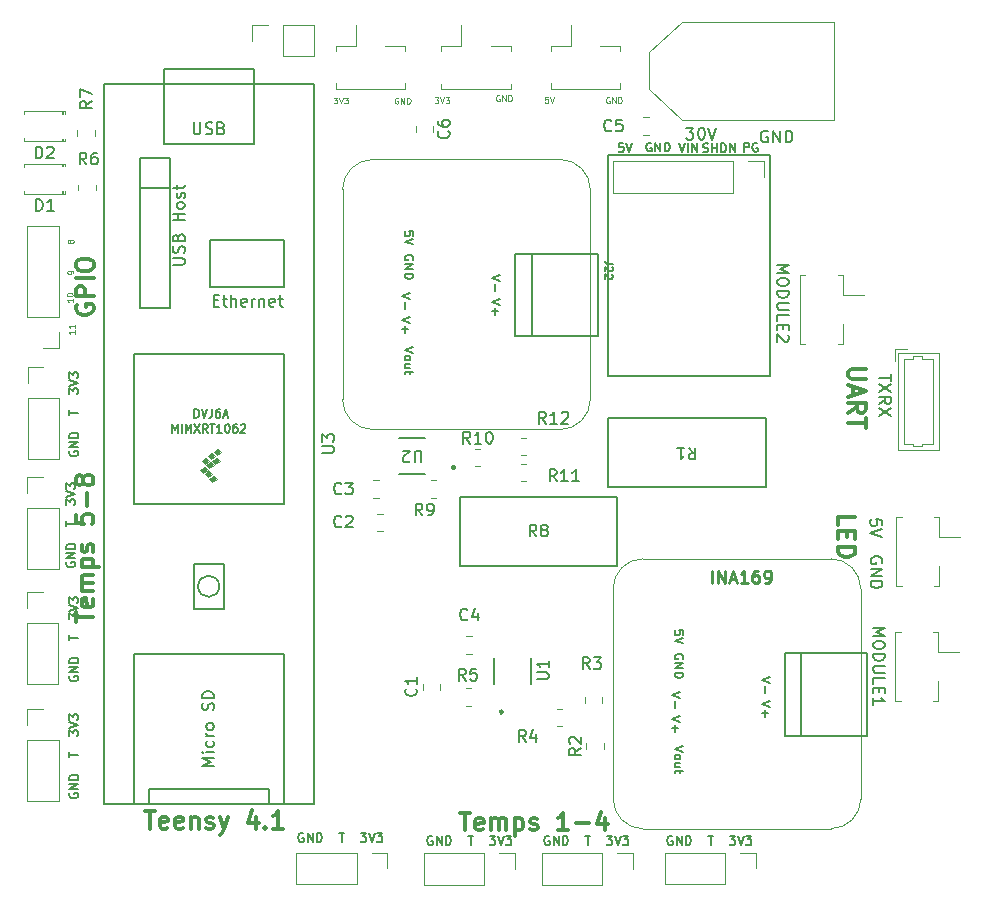
<source format=gbr>
%TF.GenerationSoftware,KiCad,Pcbnew,9.0.0*%
%TF.CreationDate,2025-04-19T22:44:30-05:00*%
%TF.ProjectId,HASP_Power_System,48415350-5f50-46f7-9765-725f53797374,rev?*%
%TF.SameCoordinates,Original*%
%TF.FileFunction,Legend,Top*%
%TF.FilePolarity,Positive*%
%FSLAX46Y46*%
G04 Gerber Fmt 4.6, Leading zero omitted, Abs format (unit mm)*
G04 Created by KiCad (PCBNEW 9.0.0) date 2025-04-19 22:44:30*
%MOMM*%
%LPD*%
G01*
G04 APERTURE LIST*
%ADD10C,0.150000*%
%ADD11C,0.050000*%
%ADD12C,0.228600*%
%ADD13C,0.300000*%
%ADD14C,0.075000*%
%ADD15C,0.146304*%
%ADD16C,0.120000*%
%ADD17C,0.250000*%
%ADD18C,0.152400*%
%ADD19C,0.203200*%
%ADD20C,0.100000*%
G04 APERTURE END LIST*
D10*
X117768414Y-99651887D02*
X117768414Y-99223316D01*
X118518414Y-99437601D02*
X117768414Y-99437601D01*
X117804128Y-102707887D02*
X117768414Y-102779316D01*
X117768414Y-102779316D02*
X117768414Y-102886458D01*
X117768414Y-102886458D02*
X117804128Y-102993601D01*
X117804128Y-102993601D02*
X117875557Y-103065030D01*
X117875557Y-103065030D02*
X117946985Y-103100744D01*
X117946985Y-103100744D02*
X118089842Y-103136458D01*
X118089842Y-103136458D02*
X118196985Y-103136458D01*
X118196985Y-103136458D02*
X118339842Y-103100744D01*
X118339842Y-103100744D02*
X118411271Y-103065030D01*
X118411271Y-103065030D02*
X118482700Y-102993601D01*
X118482700Y-102993601D02*
X118518414Y-102886458D01*
X118518414Y-102886458D02*
X118518414Y-102815030D01*
X118518414Y-102815030D02*
X118482700Y-102707887D01*
X118482700Y-102707887D02*
X118446985Y-102672173D01*
X118446985Y-102672173D02*
X118196985Y-102672173D01*
X118196985Y-102672173D02*
X118196985Y-102815030D01*
X118518414Y-102350744D02*
X117768414Y-102350744D01*
X117768414Y-102350744D02*
X118518414Y-101922173D01*
X118518414Y-101922173D02*
X117768414Y-101922173D01*
X118518414Y-101565030D02*
X117768414Y-101565030D01*
X117768414Y-101565030D02*
X117768414Y-101386459D01*
X117768414Y-101386459D02*
X117804128Y-101279316D01*
X117804128Y-101279316D02*
X117875557Y-101207887D01*
X117875557Y-101207887D02*
X117946985Y-101172173D01*
X117946985Y-101172173D02*
X118089842Y-101136459D01*
X118089842Y-101136459D02*
X118196985Y-101136459D01*
X118196985Y-101136459D02*
X118339842Y-101172173D01*
X118339842Y-101172173D02*
X118411271Y-101207887D01*
X118411271Y-101207887D02*
X118482700Y-101279316D01*
X118482700Y-101279316D02*
X118518414Y-101386459D01*
X118518414Y-101386459D02*
X118518414Y-101565030D01*
X117768414Y-97838173D02*
X117768414Y-97373887D01*
X117768414Y-97373887D02*
X118054128Y-97623887D01*
X118054128Y-97623887D02*
X118054128Y-97516744D01*
X118054128Y-97516744D02*
X118089842Y-97445316D01*
X118089842Y-97445316D02*
X118125557Y-97409601D01*
X118125557Y-97409601D02*
X118196985Y-97373887D01*
X118196985Y-97373887D02*
X118375557Y-97373887D01*
X118375557Y-97373887D02*
X118446985Y-97409601D01*
X118446985Y-97409601D02*
X118482700Y-97445316D01*
X118482700Y-97445316D02*
X118518414Y-97516744D01*
X118518414Y-97516744D02*
X118518414Y-97731030D01*
X118518414Y-97731030D02*
X118482700Y-97802458D01*
X118482700Y-97802458D02*
X118446985Y-97838173D01*
X117768414Y-97159601D02*
X118518414Y-96909601D01*
X118518414Y-96909601D02*
X117768414Y-96659601D01*
X117768414Y-96481030D02*
X117768414Y-96016744D01*
X117768414Y-96016744D02*
X118054128Y-96266744D01*
X118054128Y-96266744D02*
X118054128Y-96159601D01*
X118054128Y-96159601D02*
X118089842Y-96088173D01*
X118089842Y-96088173D02*
X118125557Y-96052458D01*
X118125557Y-96052458D02*
X118196985Y-96016744D01*
X118196985Y-96016744D02*
X118375557Y-96016744D01*
X118375557Y-96016744D02*
X118446985Y-96052458D01*
X118446985Y-96052458D02*
X118482700Y-96088173D01*
X118482700Y-96088173D02*
X118518414Y-96159601D01*
X118518414Y-96159601D02*
X118518414Y-96373887D01*
X118518414Y-96373887D02*
X118482700Y-96445315D01*
X118482700Y-96445315D02*
X118446985Y-96481030D01*
X117514414Y-109049887D02*
X117514414Y-108621316D01*
X118264414Y-108835601D02*
X117514414Y-108835601D01*
X117550128Y-112105887D02*
X117514414Y-112177316D01*
X117514414Y-112177316D02*
X117514414Y-112284458D01*
X117514414Y-112284458D02*
X117550128Y-112391601D01*
X117550128Y-112391601D02*
X117621557Y-112463030D01*
X117621557Y-112463030D02*
X117692985Y-112498744D01*
X117692985Y-112498744D02*
X117835842Y-112534458D01*
X117835842Y-112534458D02*
X117942985Y-112534458D01*
X117942985Y-112534458D02*
X118085842Y-112498744D01*
X118085842Y-112498744D02*
X118157271Y-112463030D01*
X118157271Y-112463030D02*
X118228700Y-112391601D01*
X118228700Y-112391601D02*
X118264414Y-112284458D01*
X118264414Y-112284458D02*
X118264414Y-112213030D01*
X118264414Y-112213030D02*
X118228700Y-112105887D01*
X118228700Y-112105887D02*
X118192985Y-112070173D01*
X118192985Y-112070173D02*
X117942985Y-112070173D01*
X117942985Y-112070173D02*
X117942985Y-112213030D01*
X118264414Y-111748744D02*
X117514414Y-111748744D01*
X117514414Y-111748744D02*
X118264414Y-111320173D01*
X118264414Y-111320173D02*
X117514414Y-111320173D01*
X118264414Y-110963030D02*
X117514414Y-110963030D01*
X117514414Y-110963030D02*
X117514414Y-110784459D01*
X117514414Y-110784459D02*
X117550128Y-110677316D01*
X117550128Y-110677316D02*
X117621557Y-110605887D01*
X117621557Y-110605887D02*
X117692985Y-110570173D01*
X117692985Y-110570173D02*
X117835842Y-110534459D01*
X117835842Y-110534459D02*
X117942985Y-110534459D01*
X117942985Y-110534459D02*
X118085842Y-110570173D01*
X118085842Y-110570173D02*
X118157271Y-110605887D01*
X118157271Y-110605887D02*
X118228700Y-110677316D01*
X118228700Y-110677316D02*
X118264414Y-110784459D01*
X118264414Y-110784459D02*
X118264414Y-110963030D01*
X117514414Y-107236173D02*
X117514414Y-106771887D01*
X117514414Y-106771887D02*
X117800128Y-107021887D01*
X117800128Y-107021887D02*
X117800128Y-106914744D01*
X117800128Y-106914744D02*
X117835842Y-106843316D01*
X117835842Y-106843316D02*
X117871557Y-106807601D01*
X117871557Y-106807601D02*
X117942985Y-106771887D01*
X117942985Y-106771887D02*
X118121557Y-106771887D01*
X118121557Y-106771887D02*
X118192985Y-106807601D01*
X118192985Y-106807601D02*
X118228700Y-106843316D01*
X118228700Y-106843316D02*
X118264414Y-106914744D01*
X118264414Y-106914744D02*
X118264414Y-107129030D01*
X118264414Y-107129030D02*
X118228700Y-107200458D01*
X118228700Y-107200458D02*
X118192985Y-107236173D01*
X117514414Y-106557601D02*
X118264414Y-106307601D01*
X118264414Y-106307601D02*
X117514414Y-106057601D01*
X117514414Y-105879030D02*
X117514414Y-105414744D01*
X117514414Y-105414744D02*
X117800128Y-105664744D01*
X117800128Y-105664744D02*
X117800128Y-105557601D01*
X117800128Y-105557601D02*
X117835842Y-105486173D01*
X117835842Y-105486173D02*
X117871557Y-105450458D01*
X117871557Y-105450458D02*
X117942985Y-105414744D01*
X117942985Y-105414744D02*
X118121557Y-105414744D01*
X118121557Y-105414744D02*
X118192985Y-105450458D01*
X118192985Y-105450458D02*
X118228700Y-105486173D01*
X118228700Y-105486173D02*
X118264414Y-105557601D01*
X118264414Y-105557601D02*
X118264414Y-105771887D01*
X118264414Y-105771887D02*
X118228700Y-105843315D01*
X118228700Y-105843315D02*
X118192985Y-105879030D01*
X117768414Y-118701887D02*
X117768414Y-118273316D01*
X118518414Y-118487601D02*
X117768414Y-118487601D01*
X117804128Y-121757887D02*
X117768414Y-121829316D01*
X117768414Y-121829316D02*
X117768414Y-121936458D01*
X117768414Y-121936458D02*
X117804128Y-122043601D01*
X117804128Y-122043601D02*
X117875557Y-122115030D01*
X117875557Y-122115030D02*
X117946985Y-122150744D01*
X117946985Y-122150744D02*
X118089842Y-122186458D01*
X118089842Y-122186458D02*
X118196985Y-122186458D01*
X118196985Y-122186458D02*
X118339842Y-122150744D01*
X118339842Y-122150744D02*
X118411271Y-122115030D01*
X118411271Y-122115030D02*
X118482700Y-122043601D01*
X118482700Y-122043601D02*
X118518414Y-121936458D01*
X118518414Y-121936458D02*
X118518414Y-121865030D01*
X118518414Y-121865030D02*
X118482700Y-121757887D01*
X118482700Y-121757887D02*
X118446985Y-121722173D01*
X118446985Y-121722173D02*
X118196985Y-121722173D01*
X118196985Y-121722173D02*
X118196985Y-121865030D01*
X118518414Y-121400744D02*
X117768414Y-121400744D01*
X117768414Y-121400744D02*
X118518414Y-120972173D01*
X118518414Y-120972173D02*
X117768414Y-120972173D01*
X118518414Y-120615030D02*
X117768414Y-120615030D01*
X117768414Y-120615030D02*
X117768414Y-120436459D01*
X117768414Y-120436459D02*
X117804128Y-120329316D01*
X117804128Y-120329316D02*
X117875557Y-120257887D01*
X117875557Y-120257887D02*
X117946985Y-120222173D01*
X117946985Y-120222173D02*
X118089842Y-120186459D01*
X118089842Y-120186459D02*
X118196985Y-120186459D01*
X118196985Y-120186459D02*
X118339842Y-120222173D01*
X118339842Y-120222173D02*
X118411271Y-120257887D01*
X118411271Y-120257887D02*
X118482700Y-120329316D01*
X118482700Y-120329316D02*
X118518414Y-120436459D01*
X118518414Y-120436459D02*
X118518414Y-120615030D01*
X117768414Y-116888173D02*
X117768414Y-116423887D01*
X117768414Y-116423887D02*
X118054128Y-116673887D01*
X118054128Y-116673887D02*
X118054128Y-116566744D01*
X118054128Y-116566744D02*
X118089842Y-116495316D01*
X118089842Y-116495316D02*
X118125557Y-116459601D01*
X118125557Y-116459601D02*
X118196985Y-116423887D01*
X118196985Y-116423887D02*
X118375557Y-116423887D01*
X118375557Y-116423887D02*
X118446985Y-116459601D01*
X118446985Y-116459601D02*
X118482700Y-116495316D01*
X118482700Y-116495316D02*
X118518414Y-116566744D01*
X118518414Y-116566744D02*
X118518414Y-116781030D01*
X118518414Y-116781030D02*
X118482700Y-116852458D01*
X118482700Y-116852458D02*
X118446985Y-116888173D01*
X117768414Y-116209601D02*
X118518414Y-115959601D01*
X118518414Y-115959601D02*
X117768414Y-115709601D01*
X117768414Y-115531030D02*
X117768414Y-115066744D01*
X117768414Y-115066744D02*
X118054128Y-115316744D01*
X118054128Y-115316744D02*
X118054128Y-115209601D01*
X118054128Y-115209601D02*
X118089842Y-115138173D01*
X118089842Y-115138173D02*
X118125557Y-115102458D01*
X118125557Y-115102458D02*
X118196985Y-115066744D01*
X118196985Y-115066744D02*
X118375557Y-115066744D01*
X118375557Y-115066744D02*
X118446985Y-115102458D01*
X118446985Y-115102458D02*
X118482700Y-115138173D01*
X118482700Y-115138173D02*
X118518414Y-115209601D01*
X118518414Y-115209601D02*
X118518414Y-115423887D01*
X118518414Y-115423887D02*
X118482700Y-115495315D01*
X118482700Y-115495315D02*
X118446985Y-115531030D01*
X117768414Y-128607887D02*
X117768414Y-128179316D01*
X118518414Y-128393601D02*
X117768414Y-128393601D01*
X117804128Y-131663887D02*
X117768414Y-131735316D01*
X117768414Y-131735316D02*
X117768414Y-131842458D01*
X117768414Y-131842458D02*
X117804128Y-131949601D01*
X117804128Y-131949601D02*
X117875557Y-132021030D01*
X117875557Y-132021030D02*
X117946985Y-132056744D01*
X117946985Y-132056744D02*
X118089842Y-132092458D01*
X118089842Y-132092458D02*
X118196985Y-132092458D01*
X118196985Y-132092458D02*
X118339842Y-132056744D01*
X118339842Y-132056744D02*
X118411271Y-132021030D01*
X118411271Y-132021030D02*
X118482700Y-131949601D01*
X118482700Y-131949601D02*
X118518414Y-131842458D01*
X118518414Y-131842458D02*
X118518414Y-131771030D01*
X118518414Y-131771030D02*
X118482700Y-131663887D01*
X118482700Y-131663887D02*
X118446985Y-131628173D01*
X118446985Y-131628173D02*
X118196985Y-131628173D01*
X118196985Y-131628173D02*
X118196985Y-131771030D01*
X118518414Y-131306744D02*
X117768414Y-131306744D01*
X117768414Y-131306744D02*
X118518414Y-130878173D01*
X118518414Y-130878173D02*
X117768414Y-130878173D01*
X118518414Y-130521030D02*
X117768414Y-130521030D01*
X117768414Y-130521030D02*
X117768414Y-130342459D01*
X117768414Y-130342459D02*
X117804128Y-130235316D01*
X117804128Y-130235316D02*
X117875557Y-130163887D01*
X117875557Y-130163887D02*
X117946985Y-130128173D01*
X117946985Y-130128173D02*
X118089842Y-130092459D01*
X118089842Y-130092459D02*
X118196985Y-130092459D01*
X118196985Y-130092459D02*
X118339842Y-130128173D01*
X118339842Y-130128173D02*
X118411271Y-130163887D01*
X118411271Y-130163887D02*
X118482700Y-130235316D01*
X118482700Y-130235316D02*
X118518414Y-130342459D01*
X118518414Y-130342459D02*
X118518414Y-130521030D01*
X117768414Y-126794173D02*
X117768414Y-126329887D01*
X117768414Y-126329887D02*
X118054128Y-126579887D01*
X118054128Y-126579887D02*
X118054128Y-126472744D01*
X118054128Y-126472744D02*
X118089842Y-126401316D01*
X118089842Y-126401316D02*
X118125557Y-126365601D01*
X118125557Y-126365601D02*
X118196985Y-126329887D01*
X118196985Y-126329887D02*
X118375557Y-126329887D01*
X118375557Y-126329887D02*
X118446985Y-126365601D01*
X118446985Y-126365601D02*
X118482700Y-126401316D01*
X118482700Y-126401316D02*
X118518414Y-126472744D01*
X118518414Y-126472744D02*
X118518414Y-126687030D01*
X118518414Y-126687030D02*
X118482700Y-126758458D01*
X118482700Y-126758458D02*
X118446985Y-126794173D01*
X117768414Y-126115601D02*
X118518414Y-125865601D01*
X118518414Y-125865601D02*
X117768414Y-125615601D01*
X117768414Y-125437030D02*
X117768414Y-124972744D01*
X117768414Y-124972744D02*
X118054128Y-125222744D01*
X118054128Y-125222744D02*
X118054128Y-125115601D01*
X118054128Y-125115601D02*
X118089842Y-125044173D01*
X118089842Y-125044173D02*
X118125557Y-125008458D01*
X118125557Y-125008458D02*
X118196985Y-124972744D01*
X118196985Y-124972744D02*
X118375557Y-124972744D01*
X118375557Y-124972744D02*
X118446985Y-125008458D01*
X118446985Y-125008458D02*
X118482700Y-125044173D01*
X118482700Y-125044173D02*
X118518414Y-125115601D01*
X118518414Y-125115601D02*
X118518414Y-125329887D01*
X118518414Y-125329887D02*
X118482700Y-125401315D01*
X118482700Y-125401315D02*
X118446985Y-125437030D01*
X171874112Y-135294414D02*
X172302684Y-135294414D01*
X172088398Y-136044414D02*
X172088398Y-135294414D01*
X168818112Y-135330128D02*
X168746684Y-135294414D01*
X168746684Y-135294414D02*
X168639541Y-135294414D01*
X168639541Y-135294414D02*
X168532398Y-135330128D01*
X168532398Y-135330128D02*
X168460969Y-135401557D01*
X168460969Y-135401557D02*
X168425255Y-135472985D01*
X168425255Y-135472985D02*
X168389541Y-135615842D01*
X168389541Y-135615842D02*
X168389541Y-135722985D01*
X168389541Y-135722985D02*
X168425255Y-135865842D01*
X168425255Y-135865842D02*
X168460969Y-135937271D01*
X168460969Y-135937271D02*
X168532398Y-136008700D01*
X168532398Y-136008700D02*
X168639541Y-136044414D01*
X168639541Y-136044414D02*
X168710969Y-136044414D01*
X168710969Y-136044414D02*
X168818112Y-136008700D01*
X168818112Y-136008700D02*
X168853826Y-135972985D01*
X168853826Y-135972985D02*
X168853826Y-135722985D01*
X168853826Y-135722985D02*
X168710969Y-135722985D01*
X169175255Y-136044414D02*
X169175255Y-135294414D01*
X169175255Y-135294414D02*
X169603826Y-136044414D01*
X169603826Y-136044414D02*
X169603826Y-135294414D01*
X169960969Y-136044414D02*
X169960969Y-135294414D01*
X169960969Y-135294414D02*
X170139540Y-135294414D01*
X170139540Y-135294414D02*
X170246683Y-135330128D01*
X170246683Y-135330128D02*
X170318112Y-135401557D01*
X170318112Y-135401557D02*
X170353826Y-135472985D01*
X170353826Y-135472985D02*
X170389540Y-135615842D01*
X170389540Y-135615842D02*
X170389540Y-135722985D01*
X170389540Y-135722985D02*
X170353826Y-135865842D01*
X170353826Y-135865842D02*
X170318112Y-135937271D01*
X170318112Y-135937271D02*
X170246683Y-136008700D01*
X170246683Y-136008700D02*
X170139540Y-136044414D01*
X170139540Y-136044414D02*
X169960969Y-136044414D01*
X173687826Y-135294414D02*
X174152112Y-135294414D01*
X174152112Y-135294414D02*
X173902112Y-135580128D01*
X173902112Y-135580128D02*
X174009255Y-135580128D01*
X174009255Y-135580128D02*
X174080684Y-135615842D01*
X174080684Y-135615842D02*
X174116398Y-135651557D01*
X174116398Y-135651557D02*
X174152112Y-135722985D01*
X174152112Y-135722985D02*
X174152112Y-135901557D01*
X174152112Y-135901557D02*
X174116398Y-135972985D01*
X174116398Y-135972985D02*
X174080684Y-136008700D01*
X174080684Y-136008700D02*
X174009255Y-136044414D01*
X174009255Y-136044414D02*
X173794969Y-136044414D01*
X173794969Y-136044414D02*
X173723541Y-136008700D01*
X173723541Y-136008700D02*
X173687826Y-135972985D01*
X174366398Y-135294414D02*
X174616398Y-136044414D01*
X174616398Y-136044414D02*
X174866398Y-135294414D01*
X175044969Y-135294414D02*
X175509255Y-135294414D01*
X175509255Y-135294414D02*
X175259255Y-135580128D01*
X175259255Y-135580128D02*
X175366398Y-135580128D01*
X175366398Y-135580128D02*
X175437827Y-135615842D01*
X175437827Y-135615842D02*
X175473541Y-135651557D01*
X175473541Y-135651557D02*
X175509255Y-135722985D01*
X175509255Y-135722985D02*
X175509255Y-135901557D01*
X175509255Y-135901557D02*
X175473541Y-135972985D01*
X175473541Y-135972985D02*
X175437827Y-136008700D01*
X175437827Y-136008700D02*
X175366398Y-136044414D01*
X175366398Y-136044414D02*
X175152112Y-136044414D01*
X175152112Y-136044414D02*
X175080684Y-136008700D01*
X175080684Y-136008700D02*
X175044969Y-135972985D01*
X161460112Y-135294414D02*
X161888684Y-135294414D01*
X161674398Y-136044414D02*
X161674398Y-135294414D01*
X158404112Y-135330128D02*
X158332684Y-135294414D01*
X158332684Y-135294414D02*
X158225541Y-135294414D01*
X158225541Y-135294414D02*
X158118398Y-135330128D01*
X158118398Y-135330128D02*
X158046969Y-135401557D01*
X158046969Y-135401557D02*
X158011255Y-135472985D01*
X158011255Y-135472985D02*
X157975541Y-135615842D01*
X157975541Y-135615842D02*
X157975541Y-135722985D01*
X157975541Y-135722985D02*
X158011255Y-135865842D01*
X158011255Y-135865842D02*
X158046969Y-135937271D01*
X158046969Y-135937271D02*
X158118398Y-136008700D01*
X158118398Y-136008700D02*
X158225541Y-136044414D01*
X158225541Y-136044414D02*
X158296969Y-136044414D01*
X158296969Y-136044414D02*
X158404112Y-136008700D01*
X158404112Y-136008700D02*
X158439826Y-135972985D01*
X158439826Y-135972985D02*
X158439826Y-135722985D01*
X158439826Y-135722985D02*
X158296969Y-135722985D01*
X158761255Y-136044414D02*
X158761255Y-135294414D01*
X158761255Y-135294414D02*
X159189826Y-136044414D01*
X159189826Y-136044414D02*
X159189826Y-135294414D01*
X159546969Y-136044414D02*
X159546969Y-135294414D01*
X159546969Y-135294414D02*
X159725540Y-135294414D01*
X159725540Y-135294414D02*
X159832683Y-135330128D01*
X159832683Y-135330128D02*
X159904112Y-135401557D01*
X159904112Y-135401557D02*
X159939826Y-135472985D01*
X159939826Y-135472985D02*
X159975540Y-135615842D01*
X159975540Y-135615842D02*
X159975540Y-135722985D01*
X159975540Y-135722985D02*
X159939826Y-135865842D01*
X159939826Y-135865842D02*
X159904112Y-135937271D01*
X159904112Y-135937271D02*
X159832683Y-136008700D01*
X159832683Y-136008700D02*
X159725540Y-136044414D01*
X159725540Y-136044414D02*
X159546969Y-136044414D01*
X163273826Y-135294414D02*
X163738112Y-135294414D01*
X163738112Y-135294414D02*
X163488112Y-135580128D01*
X163488112Y-135580128D02*
X163595255Y-135580128D01*
X163595255Y-135580128D02*
X163666684Y-135615842D01*
X163666684Y-135615842D02*
X163702398Y-135651557D01*
X163702398Y-135651557D02*
X163738112Y-135722985D01*
X163738112Y-135722985D02*
X163738112Y-135901557D01*
X163738112Y-135901557D02*
X163702398Y-135972985D01*
X163702398Y-135972985D02*
X163666684Y-136008700D01*
X163666684Y-136008700D02*
X163595255Y-136044414D01*
X163595255Y-136044414D02*
X163380969Y-136044414D01*
X163380969Y-136044414D02*
X163309541Y-136008700D01*
X163309541Y-136008700D02*
X163273826Y-135972985D01*
X163952398Y-135294414D02*
X164202398Y-136044414D01*
X164202398Y-136044414D02*
X164452398Y-135294414D01*
X164630969Y-135294414D02*
X165095255Y-135294414D01*
X165095255Y-135294414D02*
X164845255Y-135580128D01*
X164845255Y-135580128D02*
X164952398Y-135580128D01*
X164952398Y-135580128D02*
X165023827Y-135615842D01*
X165023827Y-135615842D02*
X165059541Y-135651557D01*
X165059541Y-135651557D02*
X165095255Y-135722985D01*
X165095255Y-135722985D02*
X165095255Y-135901557D01*
X165095255Y-135901557D02*
X165059541Y-135972985D01*
X165059541Y-135972985D02*
X165023827Y-136008700D01*
X165023827Y-136008700D02*
X164952398Y-136044414D01*
X164952398Y-136044414D02*
X164738112Y-136044414D01*
X164738112Y-136044414D02*
X164666684Y-136008700D01*
X164666684Y-136008700D02*
X164630969Y-135972985D01*
X151554112Y-135294414D02*
X151982684Y-135294414D01*
X151768398Y-136044414D02*
X151768398Y-135294414D01*
X148498112Y-135330128D02*
X148426684Y-135294414D01*
X148426684Y-135294414D02*
X148319541Y-135294414D01*
X148319541Y-135294414D02*
X148212398Y-135330128D01*
X148212398Y-135330128D02*
X148140969Y-135401557D01*
X148140969Y-135401557D02*
X148105255Y-135472985D01*
X148105255Y-135472985D02*
X148069541Y-135615842D01*
X148069541Y-135615842D02*
X148069541Y-135722985D01*
X148069541Y-135722985D02*
X148105255Y-135865842D01*
X148105255Y-135865842D02*
X148140969Y-135937271D01*
X148140969Y-135937271D02*
X148212398Y-136008700D01*
X148212398Y-136008700D02*
X148319541Y-136044414D01*
X148319541Y-136044414D02*
X148390969Y-136044414D01*
X148390969Y-136044414D02*
X148498112Y-136008700D01*
X148498112Y-136008700D02*
X148533826Y-135972985D01*
X148533826Y-135972985D02*
X148533826Y-135722985D01*
X148533826Y-135722985D02*
X148390969Y-135722985D01*
X148855255Y-136044414D02*
X148855255Y-135294414D01*
X148855255Y-135294414D02*
X149283826Y-136044414D01*
X149283826Y-136044414D02*
X149283826Y-135294414D01*
X149640969Y-136044414D02*
X149640969Y-135294414D01*
X149640969Y-135294414D02*
X149819540Y-135294414D01*
X149819540Y-135294414D02*
X149926683Y-135330128D01*
X149926683Y-135330128D02*
X149998112Y-135401557D01*
X149998112Y-135401557D02*
X150033826Y-135472985D01*
X150033826Y-135472985D02*
X150069540Y-135615842D01*
X150069540Y-135615842D02*
X150069540Y-135722985D01*
X150069540Y-135722985D02*
X150033826Y-135865842D01*
X150033826Y-135865842D02*
X149998112Y-135937271D01*
X149998112Y-135937271D02*
X149926683Y-136008700D01*
X149926683Y-136008700D02*
X149819540Y-136044414D01*
X149819540Y-136044414D02*
X149640969Y-136044414D01*
X153367826Y-135294414D02*
X153832112Y-135294414D01*
X153832112Y-135294414D02*
X153582112Y-135580128D01*
X153582112Y-135580128D02*
X153689255Y-135580128D01*
X153689255Y-135580128D02*
X153760684Y-135615842D01*
X153760684Y-135615842D02*
X153796398Y-135651557D01*
X153796398Y-135651557D02*
X153832112Y-135722985D01*
X153832112Y-135722985D02*
X153832112Y-135901557D01*
X153832112Y-135901557D02*
X153796398Y-135972985D01*
X153796398Y-135972985D02*
X153760684Y-136008700D01*
X153760684Y-136008700D02*
X153689255Y-136044414D01*
X153689255Y-136044414D02*
X153474969Y-136044414D01*
X153474969Y-136044414D02*
X153403541Y-136008700D01*
X153403541Y-136008700D02*
X153367826Y-135972985D01*
X154046398Y-135294414D02*
X154296398Y-136044414D01*
X154296398Y-136044414D02*
X154546398Y-135294414D01*
X154724969Y-135294414D02*
X155189255Y-135294414D01*
X155189255Y-135294414D02*
X154939255Y-135580128D01*
X154939255Y-135580128D02*
X155046398Y-135580128D01*
X155046398Y-135580128D02*
X155117827Y-135615842D01*
X155117827Y-135615842D02*
X155153541Y-135651557D01*
X155153541Y-135651557D02*
X155189255Y-135722985D01*
X155189255Y-135722985D02*
X155189255Y-135901557D01*
X155189255Y-135901557D02*
X155153541Y-135972985D01*
X155153541Y-135972985D02*
X155117827Y-136008700D01*
X155117827Y-136008700D02*
X155046398Y-136044414D01*
X155046398Y-136044414D02*
X154832112Y-136044414D01*
X154832112Y-136044414D02*
X154760684Y-136008700D01*
X154760684Y-136008700D02*
X154724969Y-135972985D01*
X140632112Y-135040414D02*
X141060684Y-135040414D01*
X140846398Y-135790414D02*
X140846398Y-135040414D01*
X137576112Y-135076128D02*
X137504684Y-135040414D01*
X137504684Y-135040414D02*
X137397541Y-135040414D01*
X137397541Y-135040414D02*
X137290398Y-135076128D01*
X137290398Y-135076128D02*
X137218969Y-135147557D01*
X137218969Y-135147557D02*
X137183255Y-135218985D01*
X137183255Y-135218985D02*
X137147541Y-135361842D01*
X137147541Y-135361842D02*
X137147541Y-135468985D01*
X137147541Y-135468985D02*
X137183255Y-135611842D01*
X137183255Y-135611842D02*
X137218969Y-135683271D01*
X137218969Y-135683271D02*
X137290398Y-135754700D01*
X137290398Y-135754700D02*
X137397541Y-135790414D01*
X137397541Y-135790414D02*
X137468969Y-135790414D01*
X137468969Y-135790414D02*
X137576112Y-135754700D01*
X137576112Y-135754700D02*
X137611826Y-135718985D01*
X137611826Y-135718985D02*
X137611826Y-135468985D01*
X137611826Y-135468985D02*
X137468969Y-135468985D01*
X137933255Y-135790414D02*
X137933255Y-135040414D01*
X137933255Y-135040414D02*
X138361826Y-135790414D01*
X138361826Y-135790414D02*
X138361826Y-135040414D01*
X138718969Y-135790414D02*
X138718969Y-135040414D01*
X138718969Y-135040414D02*
X138897540Y-135040414D01*
X138897540Y-135040414D02*
X139004683Y-135076128D01*
X139004683Y-135076128D02*
X139076112Y-135147557D01*
X139076112Y-135147557D02*
X139111826Y-135218985D01*
X139111826Y-135218985D02*
X139147540Y-135361842D01*
X139147540Y-135361842D02*
X139147540Y-135468985D01*
X139147540Y-135468985D02*
X139111826Y-135611842D01*
X139111826Y-135611842D02*
X139076112Y-135683271D01*
X139076112Y-135683271D02*
X139004683Y-135754700D01*
X139004683Y-135754700D02*
X138897540Y-135790414D01*
X138897540Y-135790414D02*
X138718969Y-135790414D01*
X142445826Y-135040414D02*
X142910112Y-135040414D01*
X142910112Y-135040414D02*
X142660112Y-135326128D01*
X142660112Y-135326128D02*
X142767255Y-135326128D01*
X142767255Y-135326128D02*
X142838684Y-135361842D01*
X142838684Y-135361842D02*
X142874398Y-135397557D01*
X142874398Y-135397557D02*
X142910112Y-135468985D01*
X142910112Y-135468985D02*
X142910112Y-135647557D01*
X142910112Y-135647557D02*
X142874398Y-135718985D01*
X142874398Y-135718985D02*
X142838684Y-135754700D01*
X142838684Y-135754700D02*
X142767255Y-135790414D01*
X142767255Y-135790414D02*
X142552969Y-135790414D01*
X142552969Y-135790414D02*
X142481541Y-135754700D01*
X142481541Y-135754700D02*
X142445826Y-135718985D01*
X143124398Y-135040414D02*
X143374398Y-135790414D01*
X143374398Y-135790414D02*
X143624398Y-135040414D01*
X143802969Y-135040414D02*
X144267255Y-135040414D01*
X144267255Y-135040414D02*
X144017255Y-135326128D01*
X144017255Y-135326128D02*
X144124398Y-135326128D01*
X144124398Y-135326128D02*
X144195827Y-135361842D01*
X144195827Y-135361842D02*
X144231541Y-135397557D01*
X144231541Y-135397557D02*
X144267255Y-135468985D01*
X144267255Y-135468985D02*
X144267255Y-135647557D01*
X144267255Y-135647557D02*
X144231541Y-135718985D01*
X144231541Y-135718985D02*
X144195827Y-135754700D01*
X144195827Y-135754700D02*
X144124398Y-135790414D01*
X144124398Y-135790414D02*
X143910112Y-135790414D01*
X143910112Y-135790414D02*
X143838684Y-135754700D01*
X143838684Y-135754700D02*
X143802969Y-135718985D01*
D11*
X143440000Y-78010000D02*
X159330000Y-78010000D01*
D10*
X177125585Y-123868112D02*
X176375585Y-124118112D01*
X176375585Y-124118112D02*
X177125585Y-124368112D01*
X176661300Y-124618112D02*
X176661300Y-125189541D01*
X176375585Y-124903826D02*
X176947014Y-124903826D01*
X177125585Y-121836112D02*
X176375585Y-122086112D01*
X176375585Y-122086112D02*
X177125585Y-122336112D01*
X176661300Y-122586112D02*
X176661300Y-123157541D01*
X154265585Y-89832112D02*
X153515585Y-90082112D01*
X153515585Y-90082112D02*
X154265585Y-90332112D01*
X153801300Y-90582112D02*
X153801300Y-91153541D01*
X153515585Y-90867826D02*
X154087014Y-90867826D01*
X154265585Y-87800112D02*
X153515585Y-88050112D01*
X153515585Y-88050112D02*
X154265585Y-88300112D01*
X153801300Y-88550112D02*
X153801300Y-89121541D01*
X169505585Y-125138112D02*
X168755585Y-125388112D01*
X168755585Y-125388112D02*
X169505585Y-125638112D01*
X169041300Y-125888112D02*
X169041300Y-126459541D01*
X168755585Y-126173826D02*
X169327014Y-126173826D01*
X169759585Y-127678112D02*
X169009585Y-127928112D01*
X169009585Y-127928112D02*
X169759585Y-128178112D01*
X169009585Y-128535255D02*
X169045300Y-128463826D01*
X169045300Y-128463826D02*
X169081014Y-128428112D01*
X169081014Y-128428112D02*
X169152442Y-128392398D01*
X169152442Y-128392398D02*
X169366728Y-128392398D01*
X169366728Y-128392398D02*
X169438157Y-128428112D01*
X169438157Y-128428112D02*
X169473871Y-128463826D01*
X169473871Y-128463826D02*
X169509585Y-128535255D01*
X169509585Y-128535255D02*
X169509585Y-128642398D01*
X169509585Y-128642398D02*
X169473871Y-128713826D01*
X169473871Y-128713826D02*
X169438157Y-128749541D01*
X169438157Y-128749541D02*
X169366728Y-128785255D01*
X169366728Y-128785255D02*
X169152442Y-128785255D01*
X169152442Y-128785255D02*
X169081014Y-128749541D01*
X169081014Y-128749541D02*
X169045300Y-128713826D01*
X169045300Y-128713826D02*
X169009585Y-128642398D01*
X169009585Y-128642398D02*
X169009585Y-128535255D01*
X169509585Y-129428112D02*
X169009585Y-129428112D01*
X169509585Y-129106683D02*
X169116728Y-129106683D01*
X169116728Y-129106683D02*
X169045300Y-129142397D01*
X169045300Y-129142397D02*
X169009585Y-129213826D01*
X169009585Y-129213826D02*
X169009585Y-129320969D01*
X169009585Y-129320969D02*
X169045300Y-129392397D01*
X169045300Y-129392397D02*
X169081014Y-129428112D01*
X169509585Y-129678111D02*
X169509585Y-129963825D01*
X169759585Y-129785254D02*
X169116728Y-129785254D01*
X169116728Y-129785254D02*
X169045300Y-129820968D01*
X169045300Y-129820968D02*
X169009585Y-129892397D01*
X169009585Y-129892397D02*
X169009585Y-129963825D01*
X169723871Y-120304112D02*
X169759585Y-120232684D01*
X169759585Y-120232684D02*
X169759585Y-120125541D01*
X169759585Y-120125541D02*
X169723871Y-120018398D01*
X169723871Y-120018398D02*
X169652442Y-119946969D01*
X169652442Y-119946969D02*
X169581014Y-119911255D01*
X169581014Y-119911255D02*
X169438157Y-119875541D01*
X169438157Y-119875541D02*
X169331014Y-119875541D01*
X169331014Y-119875541D02*
X169188157Y-119911255D01*
X169188157Y-119911255D02*
X169116728Y-119946969D01*
X169116728Y-119946969D02*
X169045300Y-120018398D01*
X169045300Y-120018398D02*
X169009585Y-120125541D01*
X169009585Y-120125541D02*
X169009585Y-120196969D01*
X169009585Y-120196969D02*
X169045300Y-120304112D01*
X169045300Y-120304112D02*
X169081014Y-120339826D01*
X169081014Y-120339826D02*
X169331014Y-120339826D01*
X169331014Y-120339826D02*
X169331014Y-120196969D01*
X169009585Y-120661255D02*
X169759585Y-120661255D01*
X169759585Y-120661255D02*
X169009585Y-121089826D01*
X169009585Y-121089826D02*
X169759585Y-121089826D01*
X169009585Y-121446969D02*
X169759585Y-121446969D01*
X169759585Y-121446969D02*
X169759585Y-121625540D01*
X169759585Y-121625540D02*
X169723871Y-121732683D01*
X169723871Y-121732683D02*
X169652442Y-121804112D01*
X169652442Y-121804112D02*
X169581014Y-121839826D01*
X169581014Y-121839826D02*
X169438157Y-121875540D01*
X169438157Y-121875540D02*
X169331014Y-121875540D01*
X169331014Y-121875540D02*
X169188157Y-121839826D01*
X169188157Y-121839826D02*
X169116728Y-121804112D01*
X169116728Y-121804112D02*
X169045300Y-121732683D01*
X169045300Y-121732683D02*
X169009585Y-121625540D01*
X169009585Y-121625540D02*
X169009585Y-121446969D01*
X169759585Y-118236398D02*
X169759585Y-117879255D01*
X169759585Y-117879255D02*
X169402442Y-117843541D01*
X169402442Y-117843541D02*
X169438157Y-117879255D01*
X169438157Y-117879255D02*
X169473871Y-117950684D01*
X169473871Y-117950684D02*
X169473871Y-118129255D01*
X169473871Y-118129255D02*
X169438157Y-118200684D01*
X169438157Y-118200684D02*
X169402442Y-118236398D01*
X169402442Y-118236398D02*
X169331014Y-118272112D01*
X169331014Y-118272112D02*
X169152442Y-118272112D01*
X169152442Y-118272112D02*
X169081014Y-118236398D01*
X169081014Y-118236398D02*
X169045300Y-118200684D01*
X169045300Y-118200684D02*
X169009585Y-118129255D01*
X169009585Y-118129255D02*
X169009585Y-117950684D01*
X169009585Y-117950684D02*
X169045300Y-117879255D01*
X169045300Y-117879255D02*
X169081014Y-117843541D01*
X169759585Y-118486398D02*
X169009585Y-118736398D01*
X169009585Y-118736398D02*
X169759585Y-118986398D01*
X169505585Y-123106112D02*
X168755585Y-123356112D01*
X168755585Y-123356112D02*
X169505585Y-123606112D01*
X169041300Y-123856112D02*
X169041300Y-124427541D01*
X146899585Y-93896112D02*
X146149585Y-94146112D01*
X146149585Y-94146112D02*
X146899585Y-94396112D01*
X146149585Y-94753255D02*
X146185300Y-94681826D01*
X146185300Y-94681826D02*
X146221014Y-94646112D01*
X146221014Y-94646112D02*
X146292442Y-94610398D01*
X146292442Y-94610398D02*
X146506728Y-94610398D01*
X146506728Y-94610398D02*
X146578157Y-94646112D01*
X146578157Y-94646112D02*
X146613871Y-94681826D01*
X146613871Y-94681826D02*
X146649585Y-94753255D01*
X146649585Y-94753255D02*
X146649585Y-94860398D01*
X146649585Y-94860398D02*
X146613871Y-94931826D01*
X146613871Y-94931826D02*
X146578157Y-94967541D01*
X146578157Y-94967541D02*
X146506728Y-95003255D01*
X146506728Y-95003255D02*
X146292442Y-95003255D01*
X146292442Y-95003255D02*
X146221014Y-94967541D01*
X146221014Y-94967541D02*
X146185300Y-94931826D01*
X146185300Y-94931826D02*
X146149585Y-94860398D01*
X146149585Y-94860398D02*
X146149585Y-94753255D01*
X146649585Y-95646112D02*
X146149585Y-95646112D01*
X146649585Y-95324683D02*
X146256728Y-95324683D01*
X146256728Y-95324683D02*
X146185300Y-95360397D01*
X146185300Y-95360397D02*
X146149585Y-95431826D01*
X146149585Y-95431826D02*
X146149585Y-95538969D01*
X146149585Y-95538969D02*
X146185300Y-95610397D01*
X146185300Y-95610397D02*
X146221014Y-95646112D01*
X146649585Y-95896111D02*
X146649585Y-96181825D01*
X146899585Y-96003254D02*
X146256728Y-96003254D01*
X146256728Y-96003254D02*
X146185300Y-96038968D01*
X146185300Y-96038968D02*
X146149585Y-96110397D01*
X146149585Y-96110397D02*
X146149585Y-96181825D01*
X146645585Y-89324112D02*
X145895585Y-89574112D01*
X145895585Y-89574112D02*
X146645585Y-89824112D01*
X146181300Y-90074112D02*
X146181300Y-90645541D01*
X146645585Y-91356112D02*
X145895585Y-91606112D01*
X145895585Y-91606112D02*
X146645585Y-91856112D01*
X146181300Y-92106112D02*
X146181300Y-92677541D01*
X145895585Y-92391826D02*
X146467014Y-92391826D01*
X146863871Y-86522112D02*
X146899585Y-86450684D01*
X146899585Y-86450684D02*
X146899585Y-86343541D01*
X146899585Y-86343541D02*
X146863871Y-86236398D01*
X146863871Y-86236398D02*
X146792442Y-86164969D01*
X146792442Y-86164969D02*
X146721014Y-86129255D01*
X146721014Y-86129255D02*
X146578157Y-86093541D01*
X146578157Y-86093541D02*
X146471014Y-86093541D01*
X146471014Y-86093541D02*
X146328157Y-86129255D01*
X146328157Y-86129255D02*
X146256728Y-86164969D01*
X146256728Y-86164969D02*
X146185300Y-86236398D01*
X146185300Y-86236398D02*
X146149585Y-86343541D01*
X146149585Y-86343541D02*
X146149585Y-86414969D01*
X146149585Y-86414969D02*
X146185300Y-86522112D01*
X146185300Y-86522112D02*
X146221014Y-86557826D01*
X146221014Y-86557826D02*
X146471014Y-86557826D01*
X146471014Y-86557826D02*
X146471014Y-86414969D01*
X146149585Y-86879255D02*
X146899585Y-86879255D01*
X146899585Y-86879255D02*
X146149585Y-87307826D01*
X146149585Y-87307826D02*
X146899585Y-87307826D01*
X146149585Y-87664969D02*
X146899585Y-87664969D01*
X146899585Y-87664969D02*
X146899585Y-87843540D01*
X146899585Y-87843540D02*
X146863871Y-87950683D01*
X146863871Y-87950683D02*
X146792442Y-88022112D01*
X146792442Y-88022112D02*
X146721014Y-88057826D01*
X146721014Y-88057826D02*
X146578157Y-88093540D01*
X146578157Y-88093540D02*
X146471014Y-88093540D01*
X146471014Y-88093540D02*
X146328157Y-88057826D01*
X146328157Y-88057826D02*
X146256728Y-88022112D01*
X146256728Y-88022112D02*
X146185300Y-87950683D01*
X146185300Y-87950683D02*
X146149585Y-87843540D01*
X146149585Y-87843540D02*
X146149585Y-87664969D01*
X146899585Y-84454398D02*
X146899585Y-84097255D01*
X146899585Y-84097255D02*
X146542442Y-84061541D01*
X146542442Y-84061541D02*
X146578157Y-84097255D01*
X146578157Y-84097255D02*
X146613871Y-84168684D01*
X146613871Y-84168684D02*
X146613871Y-84347255D01*
X146613871Y-84347255D02*
X146578157Y-84418684D01*
X146578157Y-84418684D02*
X146542442Y-84454398D01*
X146542442Y-84454398D02*
X146471014Y-84490112D01*
X146471014Y-84490112D02*
X146292442Y-84490112D01*
X146292442Y-84490112D02*
X146221014Y-84454398D01*
X146221014Y-84454398D02*
X146185300Y-84418684D01*
X146185300Y-84418684D02*
X146149585Y-84347255D01*
X146149585Y-84347255D02*
X146149585Y-84168684D01*
X146149585Y-84168684D02*
X146185300Y-84097255D01*
X146185300Y-84097255D02*
X146221014Y-84061541D01*
X146899585Y-84704398D02*
X146149585Y-84954398D01*
X146149585Y-84954398D02*
X146899585Y-85204398D01*
X177676180Y-86950779D02*
X178676180Y-86950779D01*
X178676180Y-86950779D02*
X177961895Y-87284112D01*
X177961895Y-87284112D02*
X178676180Y-87617445D01*
X178676180Y-87617445D02*
X177676180Y-87617445D01*
X178676180Y-88284112D02*
X178676180Y-88474588D01*
X178676180Y-88474588D02*
X178628561Y-88569826D01*
X178628561Y-88569826D02*
X178533323Y-88665064D01*
X178533323Y-88665064D02*
X178342847Y-88712683D01*
X178342847Y-88712683D02*
X178009514Y-88712683D01*
X178009514Y-88712683D02*
X177819038Y-88665064D01*
X177819038Y-88665064D02*
X177723800Y-88569826D01*
X177723800Y-88569826D02*
X177676180Y-88474588D01*
X177676180Y-88474588D02*
X177676180Y-88284112D01*
X177676180Y-88284112D02*
X177723800Y-88188874D01*
X177723800Y-88188874D02*
X177819038Y-88093636D01*
X177819038Y-88093636D02*
X178009514Y-88046017D01*
X178009514Y-88046017D02*
X178342847Y-88046017D01*
X178342847Y-88046017D02*
X178533323Y-88093636D01*
X178533323Y-88093636D02*
X178628561Y-88188874D01*
X178628561Y-88188874D02*
X178676180Y-88284112D01*
X177676180Y-89141255D02*
X178676180Y-89141255D01*
X178676180Y-89141255D02*
X178676180Y-89379350D01*
X178676180Y-89379350D02*
X178628561Y-89522207D01*
X178628561Y-89522207D02*
X178533323Y-89617445D01*
X178533323Y-89617445D02*
X178438085Y-89665064D01*
X178438085Y-89665064D02*
X178247609Y-89712683D01*
X178247609Y-89712683D02*
X178104752Y-89712683D01*
X178104752Y-89712683D02*
X177914276Y-89665064D01*
X177914276Y-89665064D02*
X177819038Y-89617445D01*
X177819038Y-89617445D02*
X177723800Y-89522207D01*
X177723800Y-89522207D02*
X177676180Y-89379350D01*
X177676180Y-89379350D02*
X177676180Y-89141255D01*
X178676180Y-90141255D02*
X177866657Y-90141255D01*
X177866657Y-90141255D02*
X177771419Y-90188874D01*
X177771419Y-90188874D02*
X177723800Y-90236493D01*
X177723800Y-90236493D02*
X177676180Y-90331731D01*
X177676180Y-90331731D02*
X177676180Y-90522207D01*
X177676180Y-90522207D02*
X177723800Y-90617445D01*
X177723800Y-90617445D02*
X177771419Y-90665064D01*
X177771419Y-90665064D02*
X177866657Y-90712683D01*
X177866657Y-90712683D02*
X178676180Y-90712683D01*
X177676180Y-91665064D02*
X177676180Y-91188874D01*
X177676180Y-91188874D02*
X178676180Y-91188874D01*
X178199990Y-91998398D02*
X178199990Y-92331731D01*
X177676180Y-92474588D02*
X177676180Y-91998398D01*
X177676180Y-91998398D02*
X178676180Y-91998398D01*
X178676180Y-91998398D02*
X178676180Y-92474588D01*
X178580942Y-92855541D02*
X178628561Y-92903160D01*
X178628561Y-92903160D02*
X178676180Y-92998398D01*
X178676180Y-92998398D02*
X178676180Y-93236493D01*
X178676180Y-93236493D02*
X178628561Y-93331731D01*
X178628561Y-93331731D02*
X178580942Y-93379350D01*
X178580942Y-93379350D02*
X178485704Y-93426969D01*
X178485704Y-93426969D02*
X178390466Y-93426969D01*
X178390466Y-93426969D02*
X178247609Y-93379350D01*
X178247609Y-93379350D02*
X177676180Y-92807922D01*
X177676180Y-92807922D02*
X177676180Y-93426969D01*
X185804180Y-117684779D02*
X186804180Y-117684779D01*
X186804180Y-117684779D02*
X186089895Y-118018112D01*
X186089895Y-118018112D02*
X186804180Y-118351445D01*
X186804180Y-118351445D02*
X185804180Y-118351445D01*
X186804180Y-119018112D02*
X186804180Y-119208588D01*
X186804180Y-119208588D02*
X186756561Y-119303826D01*
X186756561Y-119303826D02*
X186661323Y-119399064D01*
X186661323Y-119399064D02*
X186470847Y-119446683D01*
X186470847Y-119446683D02*
X186137514Y-119446683D01*
X186137514Y-119446683D02*
X185947038Y-119399064D01*
X185947038Y-119399064D02*
X185851800Y-119303826D01*
X185851800Y-119303826D02*
X185804180Y-119208588D01*
X185804180Y-119208588D02*
X185804180Y-119018112D01*
X185804180Y-119018112D02*
X185851800Y-118922874D01*
X185851800Y-118922874D02*
X185947038Y-118827636D01*
X185947038Y-118827636D02*
X186137514Y-118780017D01*
X186137514Y-118780017D02*
X186470847Y-118780017D01*
X186470847Y-118780017D02*
X186661323Y-118827636D01*
X186661323Y-118827636D02*
X186756561Y-118922874D01*
X186756561Y-118922874D02*
X186804180Y-119018112D01*
X185804180Y-119875255D02*
X186804180Y-119875255D01*
X186804180Y-119875255D02*
X186804180Y-120113350D01*
X186804180Y-120113350D02*
X186756561Y-120256207D01*
X186756561Y-120256207D02*
X186661323Y-120351445D01*
X186661323Y-120351445D02*
X186566085Y-120399064D01*
X186566085Y-120399064D02*
X186375609Y-120446683D01*
X186375609Y-120446683D02*
X186232752Y-120446683D01*
X186232752Y-120446683D02*
X186042276Y-120399064D01*
X186042276Y-120399064D02*
X185947038Y-120351445D01*
X185947038Y-120351445D02*
X185851800Y-120256207D01*
X185851800Y-120256207D02*
X185804180Y-120113350D01*
X185804180Y-120113350D02*
X185804180Y-119875255D01*
X186804180Y-120875255D02*
X185994657Y-120875255D01*
X185994657Y-120875255D02*
X185899419Y-120922874D01*
X185899419Y-120922874D02*
X185851800Y-120970493D01*
X185851800Y-120970493D02*
X185804180Y-121065731D01*
X185804180Y-121065731D02*
X185804180Y-121256207D01*
X185804180Y-121256207D02*
X185851800Y-121351445D01*
X185851800Y-121351445D02*
X185899419Y-121399064D01*
X185899419Y-121399064D02*
X185994657Y-121446683D01*
X185994657Y-121446683D02*
X186804180Y-121446683D01*
X185804180Y-122399064D02*
X185804180Y-121922874D01*
X185804180Y-121922874D02*
X186804180Y-121922874D01*
X186327990Y-122732398D02*
X186327990Y-123065731D01*
X185804180Y-123208588D02*
X185804180Y-122732398D01*
X185804180Y-122732398D02*
X186804180Y-122732398D01*
X186804180Y-122732398D02*
X186804180Y-123208588D01*
X185804180Y-124160969D02*
X185804180Y-123589541D01*
X185804180Y-123875255D02*
X186804180Y-123875255D01*
X186804180Y-123875255D02*
X186661323Y-123780017D01*
X186661323Y-123780017D02*
X186566085Y-123684779D01*
X186566085Y-123684779D02*
X186518466Y-123589541D01*
D11*
X161870000Y-98330000D02*
G75*
G02*
X159330000Y-100870000I-2540000J0D01*
G01*
X140900000Y-98330000D02*
X140900000Y-80550000D01*
X140900000Y-80550000D02*
G75*
G02*
X143440000Y-78010000I2540000J0D01*
G01*
X159330000Y-78010000D02*
G75*
G02*
X161870000Y-80550000I0J-2540000D01*
G01*
X161870000Y-80550000D02*
X161870000Y-98330000D01*
X159330000Y-100870000D02*
X143440000Y-100870000D01*
X143440000Y-100870000D02*
G75*
G02*
X140900000Y-98330000I0J2540000D01*
G01*
D12*
X172174295Y-113851613D02*
X172174295Y-112810213D01*
X172670200Y-113851613D02*
X172670200Y-112810213D01*
X172670200Y-112810213D02*
X173265286Y-113851613D01*
X173265286Y-113851613D02*
X173265286Y-112810213D01*
X173711599Y-113554070D02*
X174207504Y-113554070D01*
X173612418Y-113851613D02*
X173959552Y-112810213D01*
X173959552Y-112810213D02*
X174306685Y-113851613D01*
X175199314Y-113851613D02*
X174604228Y-113851613D01*
X174901771Y-113851613D02*
X174901771Y-112810213D01*
X174901771Y-112810213D02*
X174802590Y-112958984D01*
X174802590Y-112958984D02*
X174703409Y-113058165D01*
X174703409Y-113058165D02*
X174604228Y-113107756D01*
X176091943Y-112810213D02*
X175893581Y-112810213D01*
X175893581Y-112810213D02*
X175794400Y-112859803D01*
X175794400Y-112859803D02*
X175744810Y-112909394D01*
X175744810Y-112909394D02*
X175645629Y-113058165D01*
X175645629Y-113058165D02*
X175596038Y-113256527D01*
X175596038Y-113256527D02*
X175596038Y-113653251D01*
X175596038Y-113653251D02*
X175645629Y-113752432D01*
X175645629Y-113752432D02*
X175695219Y-113802023D01*
X175695219Y-113802023D02*
X175794400Y-113851613D01*
X175794400Y-113851613D02*
X175992762Y-113851613D01*
X175992762Y-113851613D02*
X176091943Y-113802023D01*
X176091943Y-113802023D02*
X176141534Y-113752432D01*
X176141534Y-113752432D02*
X176191124Y-113653251D01*
X176191124Y-113653251D02*
X176191124Y-113405299D01*
X176191124Y-113405299D02*
X176141534Y-113306118D01*
X176141534Y-113306118D02*
X176091943Y-113256527D01*
X176091943Y-113256527D02*
X175992762Y-113206937D01*
X175992762Y-113206937D02*
X175794400Y-113206937D01*
X175794400Y-113206937D02*
X175695219Y-113256527D01*
X175695219Y-113256527D02*
X175645629Y-113306118D01*
X175645629Y-113306118D02*
X175596038Y-113405299D01*
X176687029Y-113851613D02*
X176885391Y-113851613D01*
X176885391Y-113851613D02*
X176984572Y-113802023D01*
X176984572Y-113802023D02*
X177034163Y-113752432D01*
X177034163Y-113752432D02*
X177133344Y-113603661D01*
X177133344Y-113603661D02*
X177182934Y-113405299D01*
X177182934Y-113405299D02*
X177182934Y-113008575D01*
X177182934Y-113008575D02*
X177133344Y-112909394D01*
X177133344Y-112909394D02*
X177083753Y-112859803D01*
X177083753Y-112859803D02*
X176984572Y-112810213D01*
X176984572Y-112810213D02*
X176786210Y-112810213D01*
X176786210Y-112810213D02*
X176687029Y-112859803D01*
X176687029Y-112859803D02*
X176637439Y-112909394D01*
X176637439Y-112909394D02*
X176587848Y-113008575D01*
X176587848Y-113008575D02*
X176587848Y-113256527D01*
X176587848Y-113256527D02*
X176637439Y-113355708D01*
X176637439Y-113355708D02*
X176687029Y-113405299D01*
X176687029Y-113405299D02*
X176786210Y-113454889D01*
X176786210Y-113454889D02*
X176984572Y-113454889D01*
X176984572Y-113454889D02*
X177083753Y-113405299D01*
X177083753Y-113405299D02*
X177133344Y-113355708D01*
X177133344Y-113355708D02*
X177182934Y-113256527D01*
D11*
X182233949Y-134673949D02*
X166343949Y-134673949D01*
X166343949Y-111813949D02*
X182233949Y-111813949D01*
X166343949Y-134673949D02*
G75*
G02*
X163803949Y-132133949I0J2540000D01*
G01*
X163803949Y-114353949D02*
G75*
G02*
X166343949Y-111813949I2540000J0D01*
G01*
X184773949Y-132133949D02*
G75*
G02*
X182233949Y-134673949I-2540000J0D01*
G01*
X184773949Y-114353949D02*
X184773949Y-132133949D01*
X163803949Y-132133949D02*
X163803949Y-114353949D01*
X182233949Y-111813949D02*
G75*
G02*
X184773949Y-114353949I0J-2540000D01*
G01*
D10*
X163360000Y-77665000D02*
X177110000Y-77665000D01*
X177110000Y-96375000D01*
X163360000Y-96375000D01*
X163360000Y-77665000D01*
D13*
X185219171Y-95744510D02*
X184004885Y-95744510D01*
X184004885Y-95744510D02*
X183862028Y-95815939D01*
X183862028Y-95815939D02*
X183790600Y-95887368D01*
X183790600Y-95887368D02*
X183719171Y-96030225D01*
X183719171Y-96030225D02*
X183719171Y-96315939D01*
X183719171Y-96315939D02*
X183790600Y-96458796D01*
X183790600Y-96458796D02*
X183862028Y-96530225D01*
X183862028Y-96530225D02*
X184004885Y-96601653D01*
X184004885Y-96601653D02*
X185219171Y-96601653D01*
X184147742Y-97244511D02*
X184147742Y-97958797D01*
X183719171Y-97101654D02*
X185219171Y-97601654D01*
X185219171Y-97601654D02*
X183719171Y-98101654D01*
X183719171Y-99458796D02*
X184433457Y-98958796D01*
X183719171Y-98601653D02*
X185219171Y-98601653D01*
X185219171Y-98601653D02*
X185219171Y-99173082D01*
X185219171Y-99173082D02*
X185147742Y-99315939D01*
X185147742Y-99315939D02*
X185076314Y-99387368D01*
X185076314Y-99387368D02*
X184933457Y-99458796D01*
X184933457Y-99458796D02*
X184719171Y-99458796D01*
X184719171Y-99458796D02*
X184576314Y-99387368D01*
X184576314Y-99387368D02*
X184504885Y-99315939D01*
X184504885Y-99315939D02*
X184433457Y-99173082D01*
X184433457Y-99173082D02*
X184433457Y-98601653D01*
X185219171Y-99887368D02*
X185219171Y-100744511D01*
X183719171Y-100315939D02*
X185219171Y-100315939D01*
D14*
X140140770Y-72764909D02*
X140450294Y-72764909D01*
X140450294Y-72764909D02*
X140283627Y-72955385D01*
X140283627Y-72955385D02*
X140355056Y-72955385D01*
X140355056Y-72955385D02*
X140402675Y-72979195D01*
X140402675Y-72979195D02*
X140426484Y-73003004D01*
X140426484Y-73003004D02*
X140450294Y-73050623D01*
X140450294Y-73050623D02*
X140450294Y-73169671D01*
X140450294Y-73169671D02*
X140426484Y-73217290D01*
X140426484Y-73217290D02*
X140402675Y-73241100D01*
X140402675Y-73241100D02*
X140355056Y-73264909D01*
X140355056Y-73264909D02*
X140212199Y-73264909D01*
X140212199Y-73264909D02*
X140164580Y-73241100D01*
X140164580Y-73241100D02*
X140140770Y-73217290D01*
X140593151Y-72764909D02*
X140759817Y-73264909D01*
X140759817Y-73264909D02*
X140926484Y-72764909D01*
X141045531Y-72764909D02*
X141355055Y-72764909D01*
X141355055Y-72764909D02*
X141188388Y-72955385D01*
X141188388Y-72955385D02*
X141259817Y-72955385D01*
X141259817Y-72955385D02*
X141307436Y-72979195D01*
X141307436Y-72979195D02*
X141331245Y-73003004D01*
X141331245Y-73003004D02*
X141355055Y-73050623D01*
X141355055Y-73050623D02*
X141355055Y-73169671D01*
X141355055Y-73169671D02*
X141331245Y-73217290D01*
X141331245Y-73217290D02*
X141307436Y-73241100D01*
X141307436Y-73241100D02*
X141259817Y-73264909D01*
X141259817Y-73264909D02*
X141116960Y-73264909D01*
X141116960Y-73264909D02*
X141069341Y-73241100D01*
X141069341Y-73241100D02*
X141045531Y-73217290D01*
D13*
X150840225Y-133300828D02*
X151697368Y-133300828D01*
X151268796Y-134800828D02*
X151268796Y-133300828D01*
X152768796Y-134729400D02*
X152625939Y-134800828D01*
X152625939Y-134800828D02*
X152340225Y-134800828D01*
X152340225Y-134800828D02*
X152197367Y-134729400D01*
X152197367Y-134729400D02*
X152125939Y-134586542D01*
X152125939Y-134586542D02*
X152125939Y-134015114D01*
X152125939Y-134015114D02*
X152197367Y-133872257D01*
X152197367Y-133872257D02*
X152340225Y-133800828D01*
X152340225Y-133800828D02*
X152625939Y-133800828D01*
X152625939Y-133800828D02*
X152768796Y-133872257D01*
X152768796Y-133872257D02*
X152840225Y-134015114D01*
X152840225Y-134015114D02*
X152840225Y-134157971D01*
X152840225Y-134157971D02*
X152125939Y-134300828D01*
X153483081Y-134800828D02*
X153483081Y-133800828D01*
X153483081Y-133943685D02*
X153554510Y-133872257D01*
X153554510Y-133872257D02*
X153697367Y-133800828D01*
X153697367Y-133800828D02*
X153911653Y-133800828D01*
X153911653Y-133800828D02*
X154054510Y-133872257D01*
X154054510Y-133872257D02*
X154125939Y-134015114D01*
X154125939Y-134015114D02*
X154125939Y-134800828D01*
X154125939Y-134015114D02*
X154197367Y-133872257D01*
X154197367Y-133872257D02*
X154340224Y-133800828D01*
X154340224Y-133800828D02*
X154554510Y-133800828D01*
X154554510Y-133800828D02*
X154697367Y-133872257D01*
X154697367Y-133872257D02*
X154768796Y-134015114D01*
X154768796Y-134015114D02*
X154768796Y-134800828D01*
X155483081Y-133800828D02*
X155483081Y-135300828D01*
X155483081Y-133872257D02*
X155625939Y-133800828D01*
X155625939Y-133800828D02*
X155911653Y-133800828D01*
X155911653Y-133800828D02*
X156054510Y-133872257D01*
X156054510Y-133872257D02*
X156125939Y-133943685D01*
X156125939Y-133943685D02*
X156197367Y-134086542D01*
X156197367Y-134086542D02*
X156197367Y-134515114D01*
X156197367Y-134515114D02*
X156125939Y-134657971D01*
X156125939Y-134657971D02*
X156054510Y-134729400D01*
X156054510Y-134729400D02*
X155911653Y-134800828D01*
X155911653Y-134800828D02*
X155625939Y-134800828D01*
X155625939Y-134800828D02*
X155483081Y-134729400D01*
X156768796Y-134729400D02*
X156911653Y-134800828D01*
X156911653Y-134800828D02*
X157197367Y-134800828D01*
X157197367Y-134800828D02*
X157340224Y-134729400D01*
X157340224Y-134729400D02*
X157411653Y-134586542D01*
X157411653Y-134586542D02*
X157411653Y-134515114D01*
X157411653Y-134515114D02*
X157340224Y-134372257D01*
X157340224Y-134372257D02*
X157197367Y-134300828D01*
X157197367Y-134300828D02*
X156983082Y-134300828D01*
X156983082Y-134300828D02*
X156840224Y-134229400D01*
X156840224Y-134229400D02*
X156768796Y-134086542D01*
X156768796Y-134086542D02*
X156768796Y-134015114D01*
X156768796Y-134015114D02*
X156840224Y-133872257D01*
X156840224Y-133872257D02*
X156983082Y-133800828D01*
X156983082Y-133800828D02*
X157197367Y-133800828D01*
X157197367Y-133800828D02*
X157340224Y-133872257D01*
X159983082Y-134800828D02*
X159125939Y-134800828D01*
X159554510Y-134800828D02*
X159554510Y-133300828D01*
X159554510Y-133300828D02*
X159411653Y-133515114D01*
X159411653Y-133515114D02*
X159268796Y-133657971D01*
X159268796Y-133657971D02*
X159125939Y-133729400D01*
X160625938Y-134229400D02*
X161768796Y-134229400D01*
X163125939Y-133800828D02*
X163125939Y-134800828D01*
X162768796Y-133229400D02*
X162411653Y-134300828D01*
X162411653Y-134300828D02*
X163340224Y-134300828D01*
D10*
X176890588Y-75617438D02*
X176795350Y-75569819D01*
X176795350Y-75569819D02*
X176652493Y-75569819D01*
X176652493Y-75569819D02*
X176509636Y-75617438D01*
X176509636Y-75617438D02*
X176414398Y-75712676D01*
X176414398Y-75712676D02*
X176366779Y-75807914D01*
X176366779Y-75807914D02*
X176319160Y-75998390D01*
X176319160Y-75998390D02*
X176319160Y-76141247D01*
X176319160Y-76141247D02*
X176366779Y-76331723D01*
X176366779Y-76331723D02*
X176414398Y-76426961D01*
X176414398Y-76426961D02*
X176509636Y-76522200D01*
X176509636Y-76522200D02*
X176652493Y-76569819D01*
X176652493Y-76569819D02*
X176747731Y-76569819D01*
X176747731Y-76569819D02*
X176890588Y-76522200D01*
X176890588Y-76522200D02*
X176938207Y-76474580D01*
X176938207Y-76474580D02*
X176938207Y-76141247D01*
X176938207Y-76141247D02*
X176747731Y-76141247D01*
X177366779Y-76569819D02*
X177366779Y-75569819D01*
X177366779Y-75569819D02*
X177938207Y-76569819D01*
X177938207Y-76569819D02*
X177938207Y-75569819D01*
X178414398Y-76569819D02*
X178414398Y-75569819D01*
X178414398Y-75569819D02*
X178652493Y-75569819D01*
X178652493Y-75569819D02*
X178795350Y-75617438D01*
X178795350Y-75617438D02*
X178890588Y-75712676D01*
X178890588Y-75712676D02*
X178938207Y-75807914D01*
X178938207Y-75807914D02*
X178985826Y-75998390D01*
X178985826Y-75998390D02*
X178985826Y-76141247D01*
X178985826Y-76141247D02*
X178938207Y-76331723D01*
X178938207Y-76331723D02*
X178890588Y-76426961D01*
X178890588Y-76426961D02*
X178795350Y-76522200D01*
X178795350Y-76522200D02*
X178652493Y-76569819D01*
X178652493Y-76569819D02*
X178414398Y-76569819D01*
X169410112Y-76620414D02*
X169660112Y-77370414D01*
X169660112Y-77370414D02*
X169910112Y-76620414D01*
X170160112Y-77370414D02*
X170160112Y-76620414D01*
X170517255Y-77370414D02*
X170517255Y-76620414D01*
X170517255Y-76620414D02*
X170945826Y-77370414D01*
X170945826Y-77370414D02*
X170945826Y-76620414D01*
D14*
X148710770Y-72754909D02*
X149020294Y-72754909D01*
X149020294Y-72754909D02*
X148853627Y-72945385D01*
X148853627Y-72945385D02*
X148925056Y-72945385D01*
X148925056Y-72945385D02*
X148972675Y-72969195D01*
X148972675Y-72969195D02*
X148996484Y-72993004D01*
X148996484Y-72993004D02*
X149020294Y-73040623D01*
X149020294Y-73040623D02*
X149020294Y-73159671D01*
X149020294Y-73159671D02*
X148996484Y-73207290D01*
X148996484Y-73207290D02*
X148972675Y-73231100D01*
X148972675Y-73231100D02*
X148925056Y-73254909D01*
X148925056Y-73254909D02*
X148782199Y-73254909D01*
X148782199Y-73254909D02*
X148734580Y-73231100D01*
X148734580Y-73231100D02*
X148710770Y-73207290D01*
X149163151Y-72754909D02*
X149329817Y-73254909D01*
X149329817Y-73254909D02*
X149496484Y-72754909D01*
X149615531Y-72754909D02*
X149925055Y-72754909D01*
X149925055Y-72754909D02*
X149758388Y-72945385D01*
X149758388Y-72945385D02*
X149829817Y-72945385D01*
X149829817Y-72945385D02*
X149877436Y-72969195D01*
X149877436Y-72969195D02*
X149901245Y-72993004D01*
X149901245Y-72993004D02*
X149925055Y-73040623D01*
X149925055Y-73040623D02*
X149925055Y-73159671D01*
X149925055Y-73159671D02*
X149901245Y-73207290D01*
X149901245Y-73207290D02*
X149877436Y-73231100D01*
X149877436Y-73231100D02*
X149829817Y-73254909D01*
X149829817Y-73254909D02*
X149686960Y-73254909D01*
X149686960Y-73254909D02*
X149639341Y-73231100D01*
X149639341Y-73231100D02*
X149615531Y-73207290D01*
D10*
X171421541Y-77354700D02*
X171528684Y-77390414D01*
X171528684Y-77390414D02*
X171707255Y-77390414D01*
X171707255Y-77390414D02*
X171778684Y-77354700D01*
X171778684Y-77354700D02*
X171814398Y-77318985D01*
X171814398Y-77318985D02*
X171850112Y-77247557D01*
X171850112Y-77247557D02*
X171850112Y-77176128D01*
X171850112Y-77176128D02*
X171814398Y-77104700D01*
X171814398Y-77104700D02*
X171778684Y-77068985D01*
X171778684Y-77068985D02*
X171707255Y-77033271D01*
X171707255Y-77033271D02*
X171564398Y-76997557D01*
X171564398Y-76997557D02*
X171492969Y-76961842D01*
X171492969Y-76961842D02*
X171457255Y-76926128D01*
X171457255Y-76926128D02*
X171421541Y-76854700D01*
X171421541Y-76854700D02*
X171421541Y-76783271D01*
X171421541Y-76783271D02*
X171457255Y-76711842D01*
X171457255Y-76711842D02*
X171492969Y-76676128D01*
X171492969Y-76676128D02*
X171564398Y-76640414D01*
X171564398Y-76640414D02*
X171742969Y-76640414D01*
X171742969Y-76640414D02*
X171850112Y-76676128D01*
X172171541Y-77390414D02*
X172171541Y-76640414D01*
X172171541Y-76997557D02*
X172600112Y-76997557D01*
X172600112Y-77390414D02*
X172600112Y-76640414D01*
X172957255Y-77390414D02*
X172957255Y-76640414D01*
X172957255Y-76640414D02*
X173135826Y-76640414D01*
X173135826Y-76640414D02*
X173242969Y-76676128D01*
X173242969Y-76676128D02*
X173314398Y-76747557D01*
X173314398Y-76747557D02*
X173350112Y-76818985D01*
X173350112Y-76818985D02*
X173385826Y-76961842D01*
X173385826Y-76961842D02*
X173385826Y-77068985D01*
X173385826Y-77068985D02*
X173350112Y-77211842D01*
X173350112Y-77211842D02*
X173314398Y-77283271D01*
X173314398Y-77283271D02*
X173242969Y-77354700D01*
X173242969Y-77354700D02*
X173135826Y-77390414D01*
X173135826Y-77390414D02*
X172957255Y-77390414D01*
X173707255Y-77390414D02*
X173707255Y-76640414D01*
X173707255Y-76640414D02*
X174135826Y-77390414D01*
X174135826Y-77390414D02*
X174135826Y-76640414D01*
D14*
X163490294Y-72758719D02*
X163442675Y-72734909D01*
X163442675Y-72734909D02*
X163371246Y-72734909D01*
X163371246Y-72734909D02*
X163299818Y-72758719D01*
X163299818Y-72758719D02*
X163252199Y-72806338D01*
X163252199Y-72806338D02*
X163228389Y-72853957D01*
X163228389Y-72853957D02*
X163204580Y-72949195D01*
X163204580Y-72949195D02*
X163204580Y-73020623D01*
X163204580Y-73020623D02*
X163228389Y-73115861D01*
X163228389Y-73115861D02*
X163252199Y-73163480D01*
X163252199Y-73163480D02*
X163299818Y-73211100D01*
X163299818Y-73211100D02*
X163371246Y-73234909D01*
X163371246Y-73234909D02*
X163418865Y-73234909D01*
X163418865Y-73234909D02*
X163490294Y-73211100D01*
X163490294Y-73211100D02*
X163514103Y-73187290D01*
X163514103Y-73187290D02*
X163514103Y-73020623D01*
X163514103Y-73020623D02*
X163418865Y-73020623D01*
X163728389Y-73234909D02*
X163728389Y-72734909D01*
X163728389Y-72734909D02*
X164014103Y-73234909D01*
X164014103Y-73234909D02*
X164014103Y-72734909D01*
X164252199Y-73234909D02*
X164252199Y-72734909D01*
X164252199Y-72734909D02*
X164371247Y-72734909D01*
X164371247Y-72734909D02*
X164442675Y-72758719D01*
X164442675Y-72758719D02*
X164490294Y-72806338D01*
X164490294Y-72806338D02*
X164514104Y-72853957D01*
X164514104Y-72853957D02*
X164537913Y-72949195D01*
X164537913Y-72949195D02*
X164537913Y-73020623D01*
X164537913Y-73020623D02*
X164514104Y-73115861D01*
X164514104Y-73115861D02*
X164490294Y-73163480D01*
X164490294Y-73163480D02*
X164442675Y-73211100D01*
X164442675Y-73211100D02*
X164371247Y-73234909D01*
X164371247Y-73234909D02*
X164252199Y-73234909D01*
D10*
X186562561Y-112190588D02*
X186610180Y-112095350D01*
X186610180Y-112095350D02*
X186610180Y-111952493D01*
X186610180Y-111952493D02*
X186562561Y-111809636D01*
X186562561Y-111809636D02*
X186467323Y-111714398D01*
X186467323Y-111714398D02*
X186372085Y-111666779D01*
X186372085Y-111666779D02*
X186181609Y-111619160D01*
X186181609Y-111619160D02*
X186038752Y-111619160D01*
X186038752Y-111619160D02*
X185848276Y-111666779D01*
X185848276Y-111666779D02*
X185753038Y-111714398D01*
X185753038Y-111714398D02*
X185657800Y-111809636D01*
X185657800Y-111809636D02*
X185610180Y-111952493D01*
X185610180Y-111952493D02*
X185610180Y-112047731D01*
X185610180Y-112047731D02*
X185657800Y-112190588D01*
X185657800Y-112190588D02*
X185705419Y-112238207D01*
X185705419Y-112238207D02*
X186038752Y-112238207D01*
X186038752Y-112238207D02*
X186038752Y-112047731D01*
X185610180Y-112666779D02*
X186610180Y-112666779D01*
X186610180Y-112666779D02*
X185610180Y-113238207D01*
X185610180Y-113238207D02*
X186610180Y-113238207D01*
X185610180Y-113714398D02*
X186610180Y-113714398D01*
X186610180Y-113714398D02*
X186610180Y-113952493D01*
X186610180Y-113952493D02*
X186562561Y-114095350D01*
X186562561Y-114095350D02*
X186467323Y-114190588D01*
X186467323Y-114190588D02*
X186372085Y-114238207D01*
X186372085Y-114238207D02*
X186181609Y-114285826D01*
X186181609Y-114285826D02*
X186038752Y-114285826D01*
X186038752Y-114285826D02*
X185848276Y-114238207D01*
X185848276Y-114238207D02*
X185753038Y-114190588D01*
X185753038Y-114190588D02*
X185657800Y-114095350D01*
X185657800Y-114095350D02*
X185610180Y-113952493D01*
X185610180Y-113952493D02*
X185610180Y-113714398D01*
X187312180Y-96205922D02*
X187312180Y-96777350D01*
X186312180Y-96491636D02*
X187312180Y-96491636D01*
X187312180Y-97015446D02*
X186312180Y-97682112D01*
X187312180Y-97682112D02*
X186312180Y-97015446D01*
D14*
X154180294Y-72588719D02*
X154132675Y-72564909D01*
X154132675Y-72564909D02*
X154061246Y-72564909D01*
X154061246Y-72564909D02*
X153989818Y-72588719D01*
X153989818Y-72588719D02*
X153942199Y-72636338D01*
X153942199Y-72636338D02*
X153918389Y-72683957D01*
X153918389Y-72683957D02*
X153894580Y-72779195D01*
X153894580Y-72779195D02*
X153894580Y-72850623D01*
X153894580Y-72850623D02*
X153918389Y-72945861D01*
X153918389Y-72945861D02*
X153942199Y-72993480D01*
X153942199Y-72993480D02*
X153989818Y-73041100D01*
X153989818Y-73041100D02*
X154061246Y-73064909D01*
X154061246Y-73064909D02*
X154108865Y-73064909D01*
X154108865Y-73064909D02*
X154180294Y-73041100D01*
X154180294Y-73041100D02*
X154204103Y-73017290D01*
X154204103Y-73017290D02*
X154204103Y-72850623D01*
X154204103Y-72850623D02*
X154108865Y-72850623D01*
X154418389Y-73064909D02*
X154418389Y-72564909D01*
X154418389Y-72564909D02*
X154704103Y-73064909D01*
X154704103Y-73064909D02*
X154704103Y-72564909D01*
X154942199Y-73064909D02*
X154942199Y-72564909D01*
X154942199Y-72564909D02*
X155061247Y-72564909D01*
X155061247Y-72564909D02*
X155132675Y-72588719D01*
X155132675Y-72588719D02*
X155180294Y-72636338D01*
X155180294Y-72636338D02*
X155204104Y-72683957D01*
X155204104Y-72683957D02*
X155227913Y-72779195D01*
X155227913Y-72779195D02*
X155227913Y-72850623D01*
X155227913Y-72850623D02*
X155204104Y-72945861D01*
X155204104Y-72945861D02*
X155180294Y-72993480D01*
X155180294Y-72993480D02*
X155132675Y-73041100D01*
X155132675Y-73041100D02*
X155061247Y-73064909D01*
X155061247Y-73064909D02*
X154942199Y-73064909D01*
X118104909Y-87647800D02*
X118104909Y-87552562D01*
X118104909Y-87552562D02*
X118081100Y-87504943D01*
X118081100Y-87504943D02*
X118057290Y-87481134D01*
X118057290Y-87481134D02*
X117985861Y-87433515D01*
X117985861Y-87433515D02*
X117890623Y-87409705D01*
X117890623Y-87409705D02*
X117700147Y-87409705D01*
X117700147Y-87409705D02*
X117652528Y-87433515D01*
X117652528Y-87433515D02*
X117628719Y-87457324D01*
X117628719Y-87457324D02*
X117604909Y-87504943D01*
X117604909Y-87504943D02*
X117604909Y-87600181D01*
X117604909Y-87600181D02*
X117628719Y-87647800D01*
X117628719Y-87647800D02*
X117652528Y-87671610D01*
X117652528Y-87671610D02*
X117700147Y-87695419D01*
X117700147Y-87695419D02*
X117819195Y-87695419D01*
X117819195Y-87695419D02*
X117866814Y-87671610D01*
X117866814Y-87671610D02*
X117890623Y-87647800D01*
X117890623Y-87647800D02*
X117914433Y-87600181D01*
X117914433Y-87600181D02*
X117914433Y-87504943D01*
X117914433Y-87504943D02*
X117890623Y-87457324D01*
X117890623Y-87457324D02*
X117866814Y-87433515D01*
X117866814Y-87433515D02*
X117819195Y-87409705D01*
D13*
X118392257Y-90289774D02*
X118320828Y-90432632D01*
X118320828Y-90432632D02*
X118320828Y-90646917D01*
X118320828Y-90646917D02*
X118392257Y-90861203D01*
X118392257Y-90861203D02*
X118535114Y-91004060D01*
X118535114Y-91004060D02*
X118677971Y-91075489D01*
X118677971Y-91075489D02*
X118963685Y-91146917D01*
X118963685Y-91146917D02*
X119177971Y-91146917D01*
X119177971Y-91146917D02*
X119463685Y-91075489D01*
X119463685Y-91075489D02*
X119606542Y-91004060D01*
X119606542Y-91004060D02*
X119749400Y-90861203D01*
X119749400Y-90861203D02*
X119820828Y-90646917D01*
X119820828Y-90646917D02*
X119820828Y-90504060D01*
X119820828Y-90504060D02*
X119749400Y-90289774D01*
X119749400Y-90289774D02*
X119677971Y-90218346D01*
X119677971Y-90218346D02*
X119177971Y-90218346D01*
X119177971Y-90218346D02*
X119177971Y-90504060D01*
X119820828Y-89575489D02*
X118320828Y-89575489D01*
X118320828Y-89575489D02*
X118320828Y-89004060D01*
X118320828Y-89004060D02*
X118392257Y-88861203D01*
X118392257Y-88861203D02*
X118463685Y-88789774D01*
X118463685Y-88789774D02*
X118606542Y-88718346D01*
X118606542Y-88718346D02*
X118820828Y-88718346D01*
X118820828Y-88718346D02*
X118963685Y-88789774D01*
X118963685Y-88789774D02*
X119035114Y-88861203D01*
X119035114Y-88861203D02*
X119106542Y-89004060D01*
X119106542Y-89004060D02*
X119106542Y-89575489D01*
X119820828Y-88075489D02*
X118320828Y-88075489D01*
X118320828Y-87075488D02*
X118320828Y-86789774D01*
X118320828Y-86789774D02*
X118392257Y-86646917D01*
X118392257Y-86646917D02*
X118535114Y-86504060D01*
X118535114Y-86504060D02*
X118820828Y-86432631D01*
X118820828Y-86432631D02*
X119320828Y-86432631D01*
X119320828Y-86432631D02*
X119606542Y-86504060D01*
X119606542Y-86504060D02*
X119749400Y-86646917D01*
X119749400Y-86646917D02*
X119820828Y-86789774D01*
X119820828Y-86789774D02*
X119820828Y-87075488D01*
X119820828Y-87075488D02*
X119749400Y-87218346D01*
X119749400Y-87218346D02*
X119606542Y-87361203D01*
X119606542Y-87361203D02*
X119320828Y-87432631D01*
X119320828Y-87432631D02*
X118820828Y-87432631D01*
X118820828Y-87432631D02*
X118535114Y-87361203D01*
X118535114Y-87361203D02*
X118392257Y-87218346D01*
X118392257Y-87218346D02*
X118320828Y-87075488D01*
D10*
X169991541Y-75319819D02*
X170610588Y-75319819D01*
X170610588Y-75319819D02*
X170277255Y-75700771D01*
X170277255Y-75700771D02*
X170420112Y-75700771D01*
X170420112Y-75700771D02*
X170515350Y-75748390D01*
X170515350Y-75748390D02*
X170562969Y-75796009D01*
X170562969Y-75796009D02*
X170610588Y-75891247D01*
X170610588Y-75891247D02*
X170610588Y-76129342D01*
X170610588Y-76129342D02*
X170562969Y-76224580D01*
X170562969Y-76224580D02*
X170515350Y-76272200D01*
X170515350Y-76272200D02*
X170420112Y-76319819D01*
X170420112Y-76319819D02*
X170134398Y-76319819D01*
X170134398Y-76319819D02*
X170039160Y-76272200D01*
X170039160Y-76272200D02*
X169991541Y-76224580D01*
X171229636Y-75319819D02*
X171324874Y-75319819D01*
X171324874Y-75319819D02*
X171420112Y-75367438D01*
X171420112Y-75367438D02*
X171467731Y-75415057D01*
X171467731Y-75415057D02*
X171515350Y-75510295D01*
X171515350Y-75510295D02*
X171562969Y-75700771D01*
X171562969Y-75700771D02*
X171562969Y-75938866D01*
X171562969Y-75938866D02*
X171515350Y-76129342D01*
X171515350Y-76129342D02*
X171467731Y-76224580D01*
X171467731Y-76224580D02*
X171420112Y-76272200D01*
X171420112Y-76272200D02*
X171324874Y-76319819D01*
X171324874Y-76319819D02*
X171229636Y-76319819D01*
X171229636Y-76319819D02*
X171134398Y-76272200D01*
X171134398Y-76272200D02*
X171086779Y-76224580D01*
X171086779Y-76224580D02*
X171039160Y-76129342D01*
X171039160Y-76129342D02*
X170991541Y-75938866D01*
X170991541Y-75938866D02*
X170991541Y-75700771D01*
X170991541Y-75700771D02*
X171039160Y-75510295D01*
X171039160Y-75510295D02*
X171086779Y-75415057D01*
X171086779Y-75415057D02*
X171134398Y-75367438D01*
X171134398Y-75367438D02*
X171229636Y-75319819D01*
X171848684Y-75319819D02*
X172182017Y-76319819D01*
X172182017Y-76319819D02*
X172515350Y-75319819D01*
X186312180Y-98698207D02*
X186788371Y-98364874D01*
X186312180Y-98126779D02*
X187312180Y-98126779D01*
X187312180Y-98126779D02*
X187312180Y-98507731D01*
X187312180Y-98507731D02*
X187264561Y-98602969D01*
X187264561Y-98602969D02*
X187216942Y-98650588D01*
X187216942Y-98650588D02*
X187121704Y-98698207D01*
X187121704Y-98698207D02*
X186978847Y-98698207D01*
X186978847Y-98698207D02*
X186883609Y-98650588D01*
X186883609Y-98650588D02*
X186835990Y-98602969D01*
X186835990Y-98602969D02*
X186788371Y-98507731D01*
X186788371Y-98507731D02*
X186788371Y-98126779D01*
X187312180Y-99031541D02*
X186312180Y-99698207D01*
X187312180Y-99698207D02*
X186312180Y-99031541D01*
D14*
X117839195Y-84990181D02*
X117815385Y-85037800D01*
X117815385Y-85037800D02*
X117791576Y-85061610D01*
X117791576Y-85061610D02*
X117743957Y-85085419D01*
X117743957Y-85085419D02*
X117720147Y-85085419D01*
X117720147Y-85085419D02*
X117672528Y-85061610D01*
X117672528Y-85061610D02*
X117648719Y-85037800D01*
X117648719Y-85037800D02*
X117624909Y-84990181D01*
X117624909Y-84990181D02*
X117624909Y-84894943D01*
X117624909Y-84894943D02*
X117648719Y-84847324D01*
X117648719Y-84847324D02*
X117672528Y-84823515D01*
X117672528Y-84823515D02*
X117720147Y-84799705D01*
X117720147Y-84799705D02*
X117743957Y-84799705D01*
X117743957Y-84799705D02*
X117791576Y-84823515D01*
X117791576Y-84823515D02*
X117815385Y-84847324D01*
X117815385Y-84847324D02*
X117839195Y-84894943D01*
X117839195Y-84894943D02*
X117839195Y-84990181D01*
X117839195Y-84990181D02*
X117863004Y-85037800D01*
X117863004Y-85037800D02*
X117886814Y-85061610D01*
X117886814Y-85061610D02*
X117934433Y-85085419D01*
X117934433Y-85085419D02*
X118029671Y-85085419D01*
X118029671Y-85085419D02*
X118077290Y-85061610D01*
X118077290Y-85061610D02*
X118101100Y-85037800D01*
X118101100Y-85037800D02*
X118124909Y-84990181D01*
X118124909Y-84990181D02*
X118124909Y-84894943D01*
X118124909Y-84894943D02*
X118101100Y-84847324D01*
X118101100Y-84847324D02*
X118077290Y-84823515D01*
X118077290Y-84823515D02*
X118029671Y-84799705D01*
X118029671Y-84799705D02*
X117934433Y-84799705D01*
X117934433Y-84799705D02*
X117886814Y-84823515D01*
X117886814Y-84823515D02*
X117863004Y-84847324D01*
X117863004Y-84847324D02*
X117839195Y-84894943D01*
X118054909Y-89799705D02*
X118054909Y-90085419D01*
X118054909Y-89942562D02*
X117554909Y-89942562D01*
X117554909Y-89942562D02*
X117626338Y-89990181D01*
X117626338Y-89990181D02*
X117673957Y-90037800D01*
X117673957Y-90037800D02*
X117697766Y-90085419D01*
X117554909Y-89490182D02*
X117554909Y-89442563D01*
X117554909Y-89442563D02*
X117578719Y-89394944D01*
X117578719Y-89394944D02*
X117602528Y-89371134D01*
X117602528Y-89371134D02*
X117650147Y-89347325D01*
X117650147Y-89347325D02*
X117745385Y-89323515D01*
X117745385Y-89323515D02*
X117864433Y-89323515D01*
X117864433Y-89323515D02*
X117959671Y-89347325D01*
X117959671Y-89347325D02*
X118007290Y-89371134D01*
X118007290Y-89371134D02*
X118031100Y-89394944D01*
X118031100Y-89394944D02*
X118054909Y-89442563D01*
X118054909Y-89442563D02*
X118054909Y-89490182D01*
X118054909Y-89490182D02*
X118031100Y-89537801D01*
X118031100Y-89537801D02*
X118007290Y-89561610D01*
X118007290Y-89561610D02*
X117959671Y-89585420D01*
X117959671Y-89585420D02*
X117864433Y-89609229D01*
X117864433Y-89609229D02*
X117745385Y-89609229D01*
X117745385Y-89609229D02*
X117650147Y-89585420D01*
X117650147Y-89585420D02*
X117602528Y-89561610D01*
X117602528Y-89561610D02*
X117578719Y-89537801D01*
X117578719Y-89537801D02*
X117554909Y-89490182D01*
D13*
X118300828Y-117159774D02*
X118300828Y-116302632D01*
X119800828Y-116731203D02*
X118300828Y-116731203D01*
X119729400Y-115231203D02*
X119800828Y-115374060D01*
X119800828Y-115374060D02*
X119800828Y-115659775D01*
X119800828Y-115659775D02*
X119729400Y-115802632D01*
X119729400Y-115802632D02*
X119586542Y-115874060D01*
X119586542Y-115874060D02*
X119015114Y-115874060D01*
X119015114Y-115874060D02*
X118872257Y-115802632D01*
X118872257Y-115802632D02*
X118800828Y-115659775D01*
X118800828Y-115659775D02*
X118800828Y-115374060D01*
X118800828Y-115374060D02*
X118872257Y-115231203D01*
X118872257Y-115231203D02*
X119015114Y-115159775D01*
X119015114Y-115159775D02*
X119157971Y-115159775D01*
X119157971Y-115159775D02*
X119300828Y-115874060D01*
X119800828Y-114516918D02*
X118800828Y-114516918D01*
X118943685Y-114516918D02*
X118872257Y-114445489D01*
X118872257Y-114445489D02*
X118800828Y-114302632D01*
X118800828Y-114302632D02*
X118800828Y-114088346D01*
X118800828Y-114088346D02*
X118872257Y-113945489D01*
X118872257Y-113945489D02*
X119015114Y-113874061D01*
X119015114Y-113874061D02*
X119800828Y-113874061D01*
X119015114Y-113874061D02*
X118872257Y-113802632D01*
X118872257Y-113802632D02*
X118800828Y-113659775D01*
X118800828Y-113659775D02*
X118800828Y-113445489D01*
X118800828Y-113445489D02*
X118872257Y-113302632D01*
X118872257Y-113302632D02*
X119015114Y-113231203D01*
X119015114Y-113231203D02*
X119800828Y-113231203D01*
X118800828Y-112516918D02*
X120300828Y-112516918D01*
X118872257Y-112516918D02*
X118800828Y-112374061D01*
X118800828Y-112374061D02*
X118800828Y-112088346D01*
X118800828Y-112088346D02*
X118872257Y-111945489D01*
X118872257Y-111945489D02*
X118943685Y-111874061D01*
X118943685Y-111874061D02*
X119086542Y-111802632D01*
X119086542Y-111802632D02*
X119515114Y-111802632D01*
X119515114Y-111802632D02*
X119657971Y-111874061D01*
X119657971Y-111874061D02*
X119729400Y-111945489D01*
X119729400Y-111945489D02*
X119800828Y-112088346D01*
X119800828Y-112088346D02*
X119800828Y-112374061D01*
X119800828Y-112374061D02*
X119729400Y-112516918D01*
X119729400Y-111231203D02*
X119800828Y-111088346D01*
X119800828Y-111088346D02*
X119800828Y-110802632D01*
X119800828Y-110802632D02*
X119729400Y-110659775D01*
X119729400Y-110659775D02*
X119586542Y-110588346D01*
X119586542Y-110588346D02*
X119515114Y-110588346D01*
X119515114Y-110588346D02*
X119372257Y-110659775D01*
X119372257Y-110659775D02*
X119300828Y-110802632D01*
X119300828Y-110802632D02*
X119300828Y-111016918D01*
X119300828Y-111016918D02*
X119229400Y-111159775D01*
X119229400Y-111159775D02*
X119086542Y-111231203D01*
X119086542Y-111231203D02*
X119015114Y-111231203D01*
X119015114Y-111231203D02*
X118872257Y-111159775D01*
X118872257Y-111159775D02*
X118800828Y-111016918D01*
X118800828Y-111016918D02*
X118800828Y-110802632D01*
X118800828Y-110802632D02*
X118872257Y-110659775D01*
X118300828Y-108088346D02*
X118300828Y-108802632D01*
X118300828Y-108802632D02*
X119015114Y-108874060D01*
X119015114Y-108874060D02*
X118943685Y-108802632D01*
X118943685Y-108802632D02*
X118872257Y-108659775D01*
X118872257Y-108659775D02*
X118872257Y-108302632D01*
X118872257Y-108302632D02*
X118943685Y-108159775D01*
X118943685Y-108159775D02*
X119015114Y-108088346D01*
X119015114Y-108088346D02*
X119157971Y-108016917D01*
X119157971Y-108016917D02*
X119515114Y-108016917D01*
X119515114Y-108016917D02*
X119657971Y-108088346D01*
X119657971Y-108088346D02*
X119729400Y-108159775D01*
X119729400Y-108159775D02*
X119800828Y-108302632D01*
X119800828Y-108302632D02*
X119800828Y-108659775D01*
X119800828Y-108659775D02*
X119729400Y-108802632D01*
X119729400Y-108802632D02*
X119657971Y-108874060D01*
X119229400Y-107374061D02*
X119229400Y-106231204D01*
X118943685Y-105302632D02*
X118872257Y-105445489D01*
X118872257Y-105445489D02*
X118800828Y-105516918D01*
X118800828Y-105516918D02*
X118657971Y-105588346D01*
X118657971Y-105588346D02*
X118586542Y-105588346D01*
X118586542Y-105588346D02*
X118443685Y-105516918D01*
X118443685Y-105516918D02*
X118372257Y-105445489D01*
X118372257Y-105445489D02*
X118300828Y-105302632D01*
X118300828Y-105302632D02*
X118300828Y-105016918D01*
X118300828Y-105016918D02*
X118372257Y-104874061D01*
X118372257Y-104874061D02*
X118443685Y-104802632D01*
X118443685Y-104802632D02*
X118586542Y-104731203D01*
X118586542Y-104731203D02*
X118657971Y-104731203D01*
X118657971Y-104731203D02*
X118800828Y-104802632D01*
X118800828Y-104802632D02*
X118872257Y-104874061D01*
X118872257Y-104874061D02*
X118943685Y-105016918D01*
X118943685Y-105016918D02*
X118943685Y-105302632D01*
X118943685Y-105302632D02*
X119015114Y-105445489D01*
X119015114Y-105445489D02*
X119086542Y-105516918D01*
X119086542Y-105516918D02*
X119229400Y-105588346D01*
X119229400Y-105588346D02*
X119515114Y-105588346D01*
X119515114Y-105588346D02*
X119657971Y-105516918D01*
X119657971Y-105516918D02*
X119729400Y-105445489D01*
X119729400Y-105445489D02*
X119800828Y-105302632D01*
X119800828Y-105302632D02*
X119800828Y-105016918D01*
X119800828Y-105016918D02*
X119729400Y-104874061D01*
X119729400Y-104874061D02*
X119657971Y-104802632D01*
X119657971Y-104802632D02*
X119515114Y-104731203D01*
X119515114Y-104731203D02*
X119229400Y-104731203D01*
X119229400Y-104731203D02*
X119086542Y-104802632D01*
X119086542Y-104802632D02*
X119015114Y-104874061D01*
X119015114Y-104874061D02*
X118943685Y-105016918D01*
D10*
X186550180Y-108972969D02*
X186550180Y-108496779D01*
X186550180Y-108496779D02*
X186073990Y-108449160D01*
X186073990Y-108449160D02*
X186121609Y-108496779D01*
X186121609Y-108496779D02*
X186169228Y-108592017D01*
X186169228Y-108592017D02*
X186169228Y-108830112D01*
X186169228Y-108830112D02*
X186121609Y-108925350D01*
X186121609Y-108925350D02*
X186073990Y-108972969D01*
X186073990Y-108972969D02*
X185978752Y-109020588D01*
X185978752Y-109020588D02*
X185740657Y-109020588D01*
X185740657Y-109020588D02*
X185645419Y-108972969D01*
X185645419Y-108972969D02*
X185597800Y-108925350D01*
X185597800Y-108925350D02*
X185550180Y-108830112D01*
X185550180Y-108830112D02*
X185550180Y-108592017D01*
X185550180Y-108592017D02*
X185597800Y-108496779D01*
X185597800Y-108496779D02*
X185645419Y-108449160D01*
X186550180Y-109306303D02*
X185550180Y-109639636D01*
X185550180Y-109639636D02*
X186550180Y-109972969D01*
X164664398Y-76630414D02*
X164307255Y-76630414D01*
X164307255Y-76630414D02*
X164271541Y-76987557D01*
X164271541Y-76987557D02*
X164307255Y-76951842D01*
X164307255Y-76951842D02*
X164378684Y-76916128D01*
X164378684Y-76916128D02*
X164557255Y-76916128D01*
X164557255Y-76916128D02*
X164628684Y-76951842D01*
X164628684Y-76951842D02*
X164664398Y-76987557D01*
X164664398Y-76987557D02*
X164700112Y-77058985D01*
X164700112Y-77058985D02*
X164700112Y-77237557D01*
X164700112Y-77237557D02*
X164664398Y-77308985D01*
X164664398Y-77308985D02*
X164628684Y-77344700D01*
X164628684Y-77344700D02*
X164557255Y-77380414D01*
X164557255Y-77380414D02*
X164378684Y-77380414D01*
X164378684Y-77380414D02*
X164307255Y-77344700D01*
X164307255Y-77344700D02*
X164271541Y-77308985D01*
X164914398Y-76630414D02*
X165164398Y-77380414D01*
X165164398Y-77380414D02*
X165414398Y-76630414D01*
D14*
X118204909Y-92469705D02*
X118204909Y-92755419D01*
X118204909Y-92612562D02*
X117704909Y-92612562D01*
X117704909Y-92612562D02*
X117776338Y-92660181D01*
X117776338Y-92660181D02*
X117823957Y-92707800D01*
X117823957Y-92707800D02*
X117847766Y-92755419D01*
X118204909Y-91993515D02*
X118204909Y-92279229D01*
X118204909Y-92136372D02*
X117704909Y-92136372D01*
X117704909Y-92136372D02*
X117776338Y-92183991D01*
X117776338Y-92183991D02*
X117823957Y-92231610D01*
X117823957Y-92231610D02*
X117847766Y-92279229D01*
X158306484Y-72714909D02*
X158068389Y-72714909D01*
X158068389Y-72714909D02*
X158044580Y-72953004D01*
X158044580Y-72953004D02*
X158068389Y-72929195D01*
X158068389Y-72929195D02*
X158116008Y-72905385D01*
X158116008Y-72905385D02*
X158235056Y-72905385D01*
X158235056Y-72905385D02*
X158282675Y-72929195D01*
X158282675Y-72929195D02*
X158306484Y-72953004D01*
X158306484Y-72953004D02*
X158330294Y-73000623D01*
X158330294Y-73000623D02*
X158330294Y-73119671D01*
X158330294Y-73119671D02*
X158306484Y-73167290D01*
X158306484Y-73167290D02*
X158282675Y-73191100D01*
X158282675Y-73191100D02*
X158235056Y-73214909D01*
X158235056Y-73214909D02*
X158116008Y-73214909D01*
X158116008Y-73214909D02*
X158068389Y-73191100D01*
X158068389Y-73191100D02*
X158044580Y-73167290D01*
X158473151Y-72714909D02*
X158639817Y-73214909D01*
X158639817Y-73214909D02*
X158806484Y-72714909D01*
D10*
X174877255Y-77340414D02*
X174877255Y-76590414D01*
X174877255Y-76590414D02*
X175162969Y-76590414D01*
X175162969Y-76590414D02*
X175234398Y-76626128D01*
X175234398Y-76626128D02*
X175270112Y-76661842D01*
X175270112Y-76661842D02*
X175305826Y-76733271D01*
X175305826Y-76733271D02*
X175305826Y-76840414D01*
X175305826Y-76840414D02*
X175270112Y-76911842D01*
X175270112Y-76911842D02*
X175234398Y-76947557D01*
X175234398Y-76947557D02*
X175162969Y-76983271D01*
X175162969Y-76983271D02*
X174877255Y-76983271D01*
X176020112Y-76626128D02*
X175948684Y-76590414D01*
X175948684Y-76590414D02*
X175841541Y-76590414D01*
X175841541Y-76590414D02*
X175734398Y-76626128D01*
X175734398Y-76626128D02*
X175662969Y-76697557D01*
X175662969Y-76697557D02*
X175627255Y-76768985D01*
X175627255Y-76768985D02*
X175591541Y-76911842D01*
X175591541Y-76911842D02*
X175591541Y-77018985D01*
X175591541Y-77018985D02*
X175627255Y-77161842D01*
X175627255Y-77161842D02*
X175662969Y-77233271D01*
X175662969Y-77233271D02*
X175734398Y-77304700D01*
X175734398Y-77304700D02*
X175841541Y-77340414D01*
X175841541Y-77340414D02*
X175912969Y-77340414D01*
X175912969Y-77340414D02*
X176020112Y-77304700D01*
X176020112Y-77304700D02*
X176055826Y-77268985D01*
X176055826Y-77268985D02*
X176055826Y-77018985D01*
X176055826Y-77018985D02*
X175912969Y-77018985D01*
D13*
X182825171Y-108964796D02*
X182825171Y-108250510D01*
X182825171Y-108250510D02*
X184325171Y-108250510D01*
X183610885Y-109464796D02*
X183610885Y-109964796D01*
X182825171Y-110179082D02*
X182825171Y-109464796D01*
X182825171Y-109464796D02*
X184325171Y-109464796D01*
X184325171Y-109464796D02*
X184325171Y-110179082D01*
X182825171Y-110821939D02*
X184325171Y-110821939D01*
X184325171Y-110821939D02*
X184325171Y-111179082D01*
X184325171Y-111179082D02*
X184253742Y-111393368D01*
X184253742Y-111393368D02*
X184110885Y-111536225D01*
X184110885Y-111536225D02*
X183968028Y-111607654D01*
X183968028Y-111607654D02*
X183682314Y-111679082D01*
X183682314Y-111679082D02*
X183468028Y-111679082D01*
X183468028Y-111679082D02*
X183182314Y-111607654D01*
X183182314Y-111607654D02*
X183039457Y-111536225D01*
X183039457Y-111536225D02*
X182896600Y-111393368D01*
X182896600Y-111393368D02*
X182825171Y-111179082D01*
X182825171Y-111179082D02*
X182825171Y-110821939D01*
D10*
X167030112Y-76616128D02*
X166958684Y-76580414D01*
X166958684Y-76580414D02*
X166851541Y-76580414D01*
X166851541Y-76580414D02*
X166744398Y-76616128D01*
X166744398Y-76616128D02*
X166672969Y-76687557D01*
X166672969Y-76687557D02*
X166637255Y-76758985D01*
X166637255Y-76758985D02*
X166601541Y-76901842D01*
X166601541Y-76901842D02*
X166601541Y-77008985D01*
X166601541Y-77008985D02*
X166637255Y-77151842D01*
X166637255Y-77151842D02*
X166672969Y-77223271D01*
X166672969Y-77223271D02*
X166744398Y-77294700D01*
X166744398Y-77294700D02*
X166851541Y-77330414D01*
X166851541Y-77330414D02*
X166922969Y-77330414D01*
X166922969Y-77330414D02*
X167030112Y-77294700D01*
X167030112Y-77294700D02*
X167065826Y-77258985D01*
X167065826Y-77258985D02*
X167065826Y-77008985D01*
X167065826Y-77008985D02*
X166922969Y-77008985D01*
X167387255Y-77330414D02*
X167387255Y-76580414D01*
X167387255Y-76580414D02*
X167815826Y-77330414D01*
X167815826Y-77330414D02*
X167815826Y-76580414D01*
X168172969Y-77330414D02*
X168172969Y-76580414D01*
X168172969Y-76580414D02*
X168351540Y-76580414D01*
X168351540Y-76580414D02*
X168458683Y-76616128D01*
X168458683Y-76616128D02*
X168530112Y-76687557D01*
X168530112Y-76687557D02*
X168565826Y-76758985D01*
X168565826Y-76758985D02*
X168601540Y-76901842D01*
X168601540Y-76901842D02*
X168601540Y-77008985D01*
X168601540Y-77008985D02*
X168565826Y-77151842D01*
X168565826Y-77151842D02*
X168530112Y-77223271D01*
X168530112Y-77223271D02*
X168458683Y-77294700D01*
X168458683Y-77294700D02*
X168351540Y-77330414D01*
X168351540Y-77330414D02*
X168172969Y-77330414D01*
D13*
X124140225Y-133170828D02*
X124997368Y-133170828D01*
X124568796Y-134670828D02*
X124568796Y-133170828D01*
X126068796Y-134599400D02*
X125925939Y-134670828D01*
X125925939Y-134670828D02*
X125640225Y-134670828D01*
X125640225Y-134670828D02*
X125497367Y-134599400D01*
X125497367Y-134599400D02*
X125425939Y-134456542D01*
X125425939Y-134456542D02*
X125425939Y-133885114D01*
X125425939Y-133885114D02*
X125497367Y-133742257D01*
X125497367Y-133742257D02*
X125640225Y-133670828D01*
X125640225Y-133670828D02*
X125925939Y-133670828D01*
X125925939Y-133670828D02*
X126068796Y-133742257D01*
X126068796Y-133742257D02*
X126140225Y-133885114D01*
X126140225Y-133885114D02*
X126140225Y-134027971D01*
X126140225Y-134027971D02*
X125425939Y-134170828D01*
X127354510Y-134599400D02*
X127211653Y-134670828D01*
X127211653Y-134670828D02*
X126925939Y-134670828D01*
X126925939Y-134670828D02*
X126783081Y-134599400D01*
X126783081Y-134599400D02*
X126711653Y-134456542D01*
X126711653Y-134456542D02*
X126711653Y-133885114D01*
X126711653Y-133885114D02*
X126783081Y-133742257D01*
X126783081Y-133742257D02*
X126925939Y-133670828D01*
X126925939Y-133670828D02*
X127211653Y-133670828D01*
X127211653Y-133670828D02*
X127354510Y-133742257D01*
X127354510Y-133742257D02*
X127425939Y-133885114D01*
X127425939Y-133885114D02*
X127425939Y-134027971D01*
X127425939Y-134027971D02*
X126711653Y-134170828D01*
X128068795Y-133670828D02*
X128068795Y-134670828D01*
X128068795Y-133813685D02*
X128140224Y-133742257D01*
X128140224Y-133742257D02*
X128283081Y-133670828D01*
X128283081Y-133670828D02*
X128497367Y-133670828D01*
X128497367Y-133670828D02*
X128640224Y-133742257D01*
X128640224Y-133742257D02*
X128711653Y-133885114D01*
X128711653Y-133885114D02*
X128711653Y-134670828D01*
X129354510Y-134599400D02*
X129497367Y-134670828D01*
X129497367Y-134670828D02*
X129783081Y-134670828D01*
X129783081Y-134670828D02*
X129925938Y-134599400D01*
X129925938Y-134599400D02*
X129997367Y-134456542D01*
X129997367Y-134456542D02*
X129997367Y-134385114D01*
X129997367Y-134385114D02*
X129925938Y-134242257D01*
X129925938Y-134242257D02*
X129783081Y-134170828D01*
X129783081Y-134170828D02*
X129568796Y-134170828D01*
X129568796Y-134170828D02*
X129425938Y-134099400D01*
X129425938Y-134099400D02*
X129354510Y-133956542D01*
X129354510Y-133956542D02*
X129354510Y-133885114D01*
X129354510Y-133885114D02*
X129425938Y-133742257D01*
X129425938Y-133742257D02*
X129568796Y-133670828D01*
X129568796Y-133670828D02*
X129783081Y-133670828D01*
X129783081Y-133670828D02*
X129925938Y-133742257D01*
X130497367Y-133670828D02*
X130854510Y-134670828D01*
X131211653Y-133670828D02*
X130854510Y-134670828D01*
X130854510Y-134670828D02*
X130711653Y-135027971D01*
X130711653Y-135027971D02*
X130640224Y-135099400D01*
X130640224Y-135099400D02*
X130497367Y-135170828D01*
X133568796Y-133670828D02*
X133568796Y-134670828D01*
X133211653Y-133099400D02*
X132854510Y-134170828D01*
X132854510Y-134170828D02*
X133783081Y-134170828D01*
X134354509Y-134527971D02*
X134425938Y-134599400D01*
X134425938Y-134599400D02*
X134354509Y-134670828D01*
X134354509Y-134670828D02*
X134283081Y-134599400D01*
X134283081Y-134599400D02*
X134354509Y-134527971D01*
X134354509Y-134527971D02*
X134354509Y-134670828D01*
X135854510Y-134670828D02*
X134997367Y-134670828D01*
X135425938Y-134670828D02*
X135425938Y-133170828D01*
X135425938Y-133170828D02*
X135283081Y-133385114D01*
X135283081Y-133385114D02*
X135140224Y-133527971D01*
X135140224Y-133527971D02*
X134997367Y-133599400D01*
D14*
X145610294Y-72808719D02*
X145562675Y-72784909D01*
X145562675Y-72784909D02*
X145491246Y-72784909D01*
X145491246Y-72784909D02*
X145419818Y-72808719D01*
X145419818Y-72808719D02*
X145372199Y-72856338D01*
X145372199Y-72856338D02*
X145348389Y-72903957D01*
X145348389Y-72903957D02*
X145324580Y-72999195D01*
X145324580Y-72999195D02*
X145324580Y-73070623D01*
X145324580Y-73070623D02*
X145348389Y-73165861D01*
X145348389Y-73165861D02*
X145372199Y-73213480D01*
X145372199Y-73213480D02*
X145419818Y-73261100D01*
X145419818Y-73261100D02*
X145491246Y-73284909D01*
X145491246Y-73284909D02*
X145538865Y-73284909D01*
X145538865Y-73284909D02*
X145610294Y-73261100D01*
X145610294Y-73261100D02*
X145634103Y-73237290D01*
X145634103Y-73237290D02*
X145634103Y-73070623D01*
X145634103Y-73070623D02*
X145538865Y-73070623D01*
X145848389Y-73284909D02*
X145848389Y-72784909D01*
X145848389Y-72784909D02*
X146134103Y-73284909D01*
X146134103Y-73284909D02*
X146134103Y-72784909D01*
X146372199Y-73284909D02*
X146372199Y-72784909D01*
X146372199Y-72784909D02*
X146491247Y-72784909D01*
X146491247Y-72784909D02*
X146562675Y-72808719D01*
X146562675Y-72808719D02*
X146610294Y-72856338D01*
X146610294Y-72856338D02*
X146634104Y-72903957D01*
X146634104Y-72903957D02*
X146657913Y-72999195D01*
X146657913Y-72999195D02*
X146657913Y-73070623D01*
X146657913Y-73070623D02*
X146634104Y-73165861D01*
X146634104Y-73165861D02*
X146610294Y-73213480D01*
X146610294Y-73213480D02*
X146562675Y-73261100D01*
X146562675Y-73261100D02*
X146491247Y-73284909D01*
X146491247Y-73284909D02*
X146372199Y-73284909D01*
D10*
X149867580Y-75604666D02*
X149915200Y-75652285D01*
X149915200Y-75652285D02*
X149962819Y-75795142D01*
X149962819Y-75795142D02*
X149962819Y-75890380D01*
X149962819Y-75890380D02*
X149915200Y-76033237D01*
X149915200Y-76033237D02*
X149819961Y-76128475D01*
X149819961Y-76128475D02*
X149724723Y-76176094D01*
X149724723Y-76176094D02*
X149534247Y-76223713D01*
X149534247Y-76223713D02*
X149391390Y-76223713D01*
X149391390Y-76223713D02*
X149200914Y-76176094D01*
X149200914Y-76176094D02*
X149105676Y-76128475D01*
X149105676Y-76128475D02*
X149010438Y-76033237D01*
X149010438Y-76033237D02*
X148962819Y-75890380D01*
X148962819Y-75890380D02*
X148962819Y-75795142D01*
X148962819Y-75795142D02*
X149010438Y-75652285D01*
X149010438Y-75652285D02*
X149058057Y-75604666D01*
X148962819Y-74747523D02*
X148962819Y-74937999D01*
X148962819Y-74937999D02*
X149010438Y-75033237D01*
X149010438Y-75033237D02*
X149058057Y-75080856D01*
X149058057Y-75080856D02*
X149200914Y-75176094D01*
X149200914Y-75176094D02*
X149391390Y-75223713D01*
X149391390Y-75223713D02*
X149772342Y-75223713D01*
X149772342Y-75223713D02*
X149867580Y-75176094D01*
X149867580Y-75176094D02*
X149915200Y-75128475D01*
X149915200Y-75128475D02*
X149962819Y-75033237D01*
X149962819Y-75033237D02*
X149962819Y-74842761D01*
X149962819Y-74842761D02*
X149915200Y-74747523D01*
X149915200Y-74747523D02*
X149867580Y-74699904D01*
X149867580Y-74699904D02*
X149772342Y-74652285D01*
X149772342Y-74652285D02*
X149534247Y-74652285D01*
X149534247Y-74652285D02*
X149439009Y-74699904D01*
X149439009Y-74699904D02*
X149391390Y-74747523D01*
X149391390Y-74747523D02*
X149343771Y-74842761D01*
X149343771Y-74842761D02*
X149343771Y-75033237D01*
X149343771Y-75033237D02*
X149391390Y-75128475D01*
X149391390Y-75128475D02*
X149439009Y-75176094D01*
X149439009Y-75176094D02*
X149534247Y-75223713D01*
X163663333Y-75543580D02*
X163615714Y-75591200D01*
X163615714Y-75591200D02*
X163472857Y-75638819D01*
X163472857Y-75638819D02*
X163377619Y-75638819D01*
X163377619Y-75638819D02*
X163234762Y-75591200D01*
X163234762Y-75591200D02*
X163139524Y-75495961D01*
X163139524Y-75495961D02*
X163091905Y-75400723D01*
X163091905Y-75400723D02*
X163044286Y-75210247D01*
X163044286Y-75210247D02*
X163044286Y-75067390D01*
X163044286Y-75067390D02*
X163091905Y-74876914D01*
X163091905Y-74876914D02*
X163139524Y-74781676D01*
X163139524Y-74781676D02*
X163234762Y-74686438D01*
X163234762Y-74686438D02*
X163377619Y-74638819D01*
X163377619Y-74638819D02*
X163472857Y-74638819D01*
X163472857Y-74638819D02*
X163615714Y-74686438D01*
X163615714Y-74686438D02*
X163663333Y-74734057D01*
X164568095Y-74638819D02*
X164091905Y-74638819D01*
X164091905Y-74638819D02*
X164044286Y-75115009D01*
X164044286Y-75115009D02*
X164091905Y-75067390D01*
X164091905Y-75067390D02*
X164187143Y-75019771D01*
X164187143Y-75019771D02*
X164425238Y-75019771D01*
X164425238Y-75019771D02*
X164520476Y-75067390D01*
X164520476Y-75067390D02*
X164568095Y-75115009D01*
X164568095Y-75115009D02*
X164615714Y-75210247D01*
X164615714Y-75210247D02*
X164615714Y-75448342D01*
X164615714Y-75448342D02*
X164568095Y-75543580D01*
X164568095Y-75543580D02*
X164520476Y-75591200D01*
X164520476Y-75591200D02*
X164425238Y-75638819D01*
X164425238Y-75638819D02*
X164187143Y-75638819D01*
X164187143Y-75638819D02*
X164091905Y-75591200D01*
X164091905Y-75591200D02*
X164044286Y-75543580D01*
X151471333Y-116945580D02*
X151423714Y-116993200D01*
X151423714Y-116993200D02*
X151280857Y-117040819D01*
X151280857Y-117040819D02*
X151185619Y-117040819D01*
X151185619Y-117040819D02*
X151042762Y-116993200D01*
X151042762Y-116993200D02*
X150947524Y-116897961D01*
X150947524Y-116897961D02*
X150899905Y-116802723D01*
X150899905Y-116802723D02*
X150852286Y-116612247D01*
X150852286Y-116612247D02*
X150852286Y-116469390D01*
X150852286Y-116469390D02*
X150899905Y-116278914D01*
X150899905Y-116278914D02*
X150947524Y-116183676D01*
X150947524Y-116183676D02*
X151042762Y-116088438D01*
X151042762Y-116088438D02*
X151185619Y-116040819D01*
X151185619Y-116040819D02*
X151280857Y-116040819D01*
X151280857Y-116040819D02*
X151423714Y-116088438D01*
X151423714Y-116088438D02*
X151471333Y-116136057D01*
X152328476Y-116374152D02*
X152328476Y-117040819D01*
X152090381Y-115993200D02*
X151852286Y-116707485D01*
X151852286Y-116707485D02*
X152471333Y-116707485D01*
X140803333Y-106277580D02*
X140755714Y-106325200D01*
X140755714Y-106325200D02*
X140612857Y-106372819D01*
X140612857Y-106372819D02*
X140517619Y-106372819D01*
X140517619Y-106372819D02*
X140374762Y-106325200D01*
X140374762Y-106325200D02*
X140279524Y-106229961D01*
X140279524Y-106229961D02*
X140231905Y-106134723D01*
X140231905Y-106134723D02*
X140184286Y-105944247D01*
X140184286Y-105944247D02*
X140184286Y-105801390D01*
X140184286Y-105801390D02*
X140231905Y-105610914D01*
X140231905Y-105610914D02*
X140279524Y-105515676D01*
X140279524Y-105515676D02*
X140374762Y-105420438D01*
X140374762Y-105420438D02*
X140517619Y-105372819D01*
X140517619Y-105372819D02*
X140612857Y-105372819D01*
X140612857Y-105372819D02*
X140755714Y-105420438D01*
X140755714Y-105420438D02*
X140803333Y-105468057D01*
X141136667Y-105372819D02*
X141755714Y-105372819D01*
X141755714Y-105372819D02*
X141422381Y-105753771D01*
X141422381Y-105753771D02*
X141565238Y-105753771D01*
X141565238Y-105753771D02*
X141660476Y-105801390D01*
X141660476Y-105801390D02*
X141708095Y-105849009D01*
X141708095Y-105849009D02*
X141755714Y-105944247D01*
X141755714Y-105944247D02*
X141755714Y-106182342D01*
X141755714Y-106182342D02*
X141708095Y-106277580D01*
X141708095Y-106277580D02*
X141660476Y-106325200D01*
X141660476Y-106325200D02*
X141565238Y-106372819D01*
X141565238Y-106372819D02*
X141279524Y-106372819D01*
X141279524Y-106372819D02*
X141184286Y-106325200D01*
X141184286Y-106325200D02*
X141136667Y-106277580D01*
X157334819Y-122011904D02*
X158144342Y-122011904D01*
X158144342Y-122011904D02*
X158239580Y-121964285D01*
X158239580Y-121964285D02*
X158287200Y-121916666D01*
X158287200Y-121916666D02*
X158334819Y-121821428D01*
X158334819Y-121821428D02*
X158334819Y-121630952D01*
X158334819Y-121630952D02*
X158287200Y-121535714D01*
X158287200Y-121535714D02*
X158239580Y-121488095D01*
X158239580Y-121488095D02*
X158144342Y-121440476D01*
X158144342Y-121440476D02*
X157334819Y-121440476D01*
X158334819Y-120440476D02*
X158334819Y-121011904D01*
X158334819Y-120726190D02*
X157334819Y-120726190D01*
X157334819Y-120726190D02*
X157477676Y-120821428D01*
X157477676Y-120821428D02*
X157572914Y-120916666D01*
X157572914Y-120916666D02*
X157620533Y-121011904D01*
X147571904Y-103655180D02*
X147571904Y-102845657D01*
X147571904Y-102845657D02*
X147524285Y-102750419D01*
X147524285Y-102750419D02*
X147476666Y-102702800D01*
X147476666Y-102702800D02*
X147381428Y-102655180D01*
X147381428Y-102655180D02*
X147190952Y-102655180D01*
X147190952Y-102655180D02*
X147095714Y-102702800D01*
X147095714Y-102702800D02*
X147048095Y-102750419D01*
X147048095Y-102750419D02*
X147000476Y-102845657D01*
X147000476Y-102845657D02*
X147000476Y-103655180D01*
X146571904Y-103559942D02*
X146524285Y-103607561D01*
X146524285Y-103607561D02*
X146429047Y-103655180D01*
X146429047Y-103655180D02*
X146190952Y-103655180D01*
X146190952Y-103655180D02*
X146095714Y-103607561D01*
X146095714Y-103607561D02*
X146048095Y-103559942D01*
X146048095Y-103559942D02*
X146000476Y-103464704D01*
X146000476Y-103464704D02*
X146000476Y-103369466D01*
X146000476Y-103369466D02*
X146048095Y-103226609D01*
X146048095Y-103226609D02*
X146619523Y-102655180D01*
X146619523Y-102655180D02*
X146000476Y-102655180D01*
X158117142Y-100364819D02*
X157783809Y-99888628D01*
X157545714Y-100364819D02*
X157545714Y-99364819D01*
X157545714Y-99364819D02*
X157926666Y-99364819D01*
X157926666Y-99364819D02*
X158021904Y-99412438D01*
X158021904Y-99412438D02*
X158069523Y-99460057D01*
X158069523Y-99460057D02*
X158117142Y-99555295D01*
X158117142Y-99555295D02*
X158117142Y-99698152D01*
X158117142Y-99698152D02*
X158069523Y-99793390D01*
X158069523Y-99793390D02*
X158021904Y-99841009D01*
X158021904Y-99841009D02*
X157926666Y-99888628D01*
X157926666Y-99888628D02*
X157545714Y-99888628D01*
X159069523Y-100364819D02*
X158498095Y-100364819D01*
X158783809Y-100364819D02*
X158783809Y-99364819D01*
X158783809Y-99364819D02*
X158688571Y-99507676D01*
X158688571Y-99507676D02*
X158593333Y-99602914D01*
X158593333Y-99602914D02*
X158498095Y-99650533D01*
X159450476Y-99460057D02*
X159498095Y-99412438D01*
X159498095Y-99412438D02*
X159593333Y-99364819D01*
X159593333Y-99364819D02*
X159831428Y-99364819D01*
X159831428Y-99364819D02*
X159926666Y-99412438D01*
X159926666Y-99412438D02*
X159974285Y-99460057D01*
X159974285Y-99460057D02*
X160021904Y-99555295D01*
X160021904Y-99555295D02*
X160021904Y-99650533D01*
X160021904Y-99650533D02*
X159974285Y-99793390D01*
X159974285Y-99793390D02*
X159402857Y-100364819D01*
X159402857Y-100364819D02*
X160021904Y-100364819D01*
X159017142Y-105244819D02*
X158683809Y-104768628D01*
X158445714Y-105244819D02*
X158445714Y-104244819D01*
X158445714Y-104244819D02*
X158826666Y-104244819D01*
X158826666Y-104244819D02*
X158921904Y-104292438D01*
X158921904Y-104292438D02*
X158969523Y-104340057D01*
X158969523Y-104340057D02*
X159017142Y-104435295D01*
X159017142Y-104435295D02*
X159017142Y-104578152D01*
X159017142Y-104578152D02*
X158969523Y-104673390D01*
X158969523Y-104673390D02*
X158921904Y-104721009D01*
X158921904Y-104721009D02*
X158826666Y-104768628D01*
X158826666Y-104768628D02*
X158445714Y-104768628D01*
X159969523Y-105244819D02*
X159398095Y-105244819D01*
X159683809Y-105244819D02*
X159683809Y-104244819D01*
X159683809Y-104244819D02*
X159588571Y-104387676D01*
X159588571Y-104387676D02*
X159493333Y-104482914D01*
X159493333Y-104482914D02*
X159398095Y-104530533D01*
X160921904Y-105244819D02*
X160350476Y-105244819D01*
X160636190Y-105244819D02*
X160636190Y-104244819D01*
X160636190Y-104244819D02*
X160540952Y-104387676D01*
X160540952Y-104387676D02*
X160445714Y-104482914D01*
X160445714Y-104482914D02*
X160350476Y-104530533D01*
X151697142Y-102064819D02*
X151363809Y-101588628D01*
X151125714Y-102064819D02*
X151125714Y-101064819D01*
X151125714Y-101064819D02*
X151506666Y-101064819D01*
X151506666Y-101064819D02*
X151601904Y-101112438D01*
X151601904Y-101112438D02*
X151649523Y-101160057D01*
X151649523Y-101160057D02*
X151697142Y-101255295D01*
X151697142Y-101255295D02*
X151697142Y-101398152D01*
X151697142Y-101398152D02*
X151649523Y-101493390D01*
X151649523Y-101493390D02*
X151601904Y-101541009D01*
X151601904Y-101541009D02*
X151506666Y-101588628D01*
X151506666Y-101588628D02*
X151125714Y-101588628D01*
X152649523Y-102064819D02*
X152078095Y-102064819D01*
X152363809Y-102064819D02*
X152363809Y-101064819D01*
X152363809Y-101064819D02*
X152268571Y-101207676D01*
X152268571Y-101207676D02*
X152173333Y-101302914D01*
X152173333Y-101302914D02*
X152078095Y-101350533D01*
X153268571Y-101064819D02*
X153363809Y-101064819D01*
X153363809Y-101064819D02*
X153459047Y-101112438D01*
X153459047Y-101112438D02*
X153506666Y-101160057D01*
X153506666Y-101160057D02*
X153554285Y-101255295D01*
X153554285Y-101255295D02*
X153601904Y-101445771D01*
X153601904Y-101445771D02*
X153601904Y-101683866D01*
X153601904Y-101683866D02*
X153554285Y-101874342D01*
X153554285Y-101874342D02*
X153506666Y-101969580D01*
X153506666Y-101969580D02*
X153459047Y-102017200D01*
X153459047Y-102017200D02*
X153363809Y-102064819D01*
X153363809Y-102064819D02*
X153268571Y-102064819D01*
X153268571Y-102064819D02*
X153173333Y-102017200D01*
X153173333Y-102017200D02*
X153125714Y-101969580D01*
X153125714Y-101969580D02*
X153078095Y-101874342D01*
X153078095Y-101874342D02*
X153030476Y-101683866D01*
X153030476Y-101683866D02*
X153030476Y-101445771D01*
X153030476Y-101445771D02*
X153078095Y-101255295D01*
X153078095Y-101255295D02*
X153125714Y-101160057D01*
X153125714Y-101160057D02*
X153173333Y-101112438D01*
X153173333Y-101112438D02*
X153268571Y-101064819D01*
X147661333Y-108150819D02*
X147328000Y-107674628D01*
X147089905Y-108150819D02*
X147089905Y-107150819D01*
X147089905Y-107150819D02*
X147470857Y-107150819D01*
X147470857Y-107150819D02*
X147566095Y-107198438D01*
X147566095Y-107198438D02*
X147613714Y-107246057D01*
X147613714Y-107246057D02*
X147661333Y-107341295D01*
X147661333Y-107341295D02*
X147661333Y-107484152D01*
X147661333Y-107484152D02*
X147613714Y-107579390D01*
X147613714Y-107579390D02*
X147566095Y-107627009D01*
X147566095Y-107627009D02*
X147470857Y-107674628D01*
X147470857Y-107674628D02*
X147089905Y-107674628D01*
X148137524Y-108150819D02*
X148328000Y-108150819D01*
X148328000Y-108150819D02*
X148423238Y-108103200D01*
X148423238Y-108103200D02*
X148470857Y-108055580D01*
X148470857Y-108055580D02*
X148566095Y-107912723D01*
X148566095Y-107912723D02*
X148613714Y-107722247D01*
X148613714Y-107722247D02*
X148613714Y-107341295D01*
X148613714Y-107341295D02*
X148566095Y-107246057D01*
X148566095Y-107246057D02*
X148518476Y-107198438D01*
X148518476Y-107198438D02*
X148423238Y-107150819D01*
X148423238Y-107150819D02*
X148232762Y-107150819D01*
X148232762Y-107150819D02*
X148137524Y-107198438D01*
X148137524Y-107198438D02*
X148089905Y-107246057D01*
X148089905Y-107246057D02*
X148042286Y-107341295D01*
X148042286Y-107341295D02*
X148042286Y-107579390D01*
X148042286Y-107579390D02*
X148089905Y-107674628D01*
X148089905Y-107674628D02*
X148137524Y-107722247D01*
X148137524Y-107722247D02*
X148232762Y-107769866D01*
X148232762Y-107769866D02*
X148423238Y-107769866D01*
X148423238Y-107769866D02*
X148518476Y-107722247D01*
X148518476Y-107722247D02*
X148566095Y-107674628D01*
X148566095Y-107674628D02*
X148613714Y-107579390D01*
X157313333Y-109928819D02*
X156980000Y-109452628D01*
X156741905Y-109928819D02*
X156741905Y-108928819D01*
X156741905Y-108928819D02*
X157122857Y-108928819D01*
X157122857Y-108928819D02*
X157218095Y-108976438D01*
X157218095Y-108976438D02*
X157265714Y-109024057D01*
X157265714Y-109024057D02*
X157313333Y-109119295D01*
X157313333Y-109119295D02*
X157313333Y-109262152D01*
X157313333Y-109262152D02*
X157265714Y-109357390D01*
X157265714Y-109357390D02*
X157218095Y-109405009D01*
X157218095Y-109405009D02*
X157122857Y-109452628D01*
X157122857Y-109452628D02*
X156741905Y-109452628D01*
X157884762Y-109357390D02*
X157789524Y-109309771D01*
X157789524Y-109309771D02*
X157741905Y-109262152D01*
X157741905Y-109262152D02*
X157694286Y-109166914D01*
X157694286Y-109166914D02*
X157694286Y-109119295D01*
X157694286Y-109119295D02*
X157741905Y-109024057D01*
X157741905Y-109024057D02*
X157789524Y-108976438D01*
X157789524Y-108976438D02*
X157884762Y-108928819D01*
X157884762Y-108928819D02*
X158075238Y-108928819D01*
X158075238Y-108928819D02*
X158170476Y-108976438D01*
X158170476Y-108976438D02*
X158218095Y-109024057D01*
X158218095Y-109024057D02*
X158265714Y-109119295D01*
X158265714Y-109119295D02*
X158265714Y-109166914D01*
X158265714Y-109166914D02*
X158218095Y-109262152D01*
X158218095Y-109262152D02*
X158170476Y-109309771D01*
X158170476Y-109309771D02*
X158075238Y-109357390D01*
X158075238Y-109357390D02*
X157884762Y-109357390D01*
X157884762Y-109357390D02*
X157789524Y-109405009D01*
X157789524Y-109405009D02*
X157741905Y-109452628D01*
X157741905Y-109452628D02*
X157694286Y-109547866D01*
X157694286Y-109547866D02*
X157694286Y-109738342D01*
X157694286Y-109738342D02*
X157741905Y-109833580D01*
X157741905Y-109833580D02*
X157789524Y-109881200D01*
X157789524Y-109881200D02*
X157884762Y-109928819D01*
X157884762Y-109928819D02*
X158075238Y-109928819D01*
X158075238Y-109928819D02*
X158170476Y-109881200D01*
X158170476Y-109881200D02*
X158218095Y-109833580D01*
X158218095Y-109833580D02*
X158265714Y-109738342D01*
X158265714Y-109738342D02*
X158265714Y-109547866D01*
X158265714Y-109547866D02*
X158218095Y-109452628D01*
X158218095Y-109452628D02*
X158170476Y-109405009D01*
X158170476Y-109405009D02*
X158075238Y-109357390D01*
X170206666Y-102405180D02*
X170539999Y-102881371D01*
X170778094Y-102405180D02*
X170778094Y-103405180D01*
X170778094Y-103405180D02*
X170397142Y-103405180D01*
X170397142Y-103405180D02*
X170301904Y-103357561D01*
X170301904Y-103357561D02*
X170254285Y-103309942D01*
X170254285Y-103309942D02*
X170206666Y-103214704D01*
X170206666Y-103214704D02*
X170206666Y-103071847D01*
X170206666Y-103071847D02*
X170254285Y-102976609D01*
X170254285Y-102976609D02*
X170301904Y-102928990D01*
X170301904Y-102928990D02*
X170397142Y-102881371D01*
X170397142Y-102881371D02*
X170778094Y-102881371D01*
X169254285Y-102405180D02*
X169825713Y-102405180D01*
X169539999Y-102405180D02*
X169539999Y-103405180D01*
X169539999Y-103405180D02*
X169635237Y-103262323D01*
X169635237Y-103262323D02*
X169730475Y-103167085D01*
X169730475Y-103167085D02*
X169825713Y-103119466D01*
D15*
X163767670Y-86825368D02*
X163291601Y-86825368D01*
X163291601Y-86825368D02*
X163196387Y-86793631D01*
X163196387Y-86793631D02*
X163132912Y-86730155D01*
X163132912Y-86730155D02*
X163101174Y-86634941D01*
X163101174Y-86634941D02*
X163101174Y-86571465D01*
X163704194Y-87111009D02*
X163735932Y-87142747D01*
X163735932Y-87142747D02*
X163767670Y-87206223D01*
X163767670Y-87206223D02*
X163767670Y-87364912D01*
X163767670Y-87364912D02*
X163735932Y-87428388D01*
X163735932Y-87428388D02*
X163704194Y-87460126D01*
X163704194Y-87460126D02*
X163640718Y-87491864D01*
X163640718Y-87491864D02*
X163577242Y-87491864D01*
X163577242Y-87491864D02*
X163482028Y-87460126D01*
X163482028Y-87460126D02*
X163101174Y-87079271D01*
X163101174Y-87079271D02*
X163101174Y-87491864D01*
X163704194Y-87745767D02*
X163735932Y-87777505D01*
X163735932Y-87777505D02*
X163767670Y-87840981D01*
X163767670Y-87840981D02*
X163767670Y-87999670D01*
X163767670Y-87999670D02*
X163735932Y-88063146D01*
X163735932Y-88063146D02*
X163704194Y-88094884D01*
X163704194Y-88094884D02*
X163640718Y-88126622D01*
X163640718Y-88126622D02*
X163577242Y-88126622D01*
X163577242Y-88126622D02*
X163482028Y-88094884D01*
X163482028Y-88094884D02*
X163101174Y-87714029D01*
X163101174Y-87714029D02*
X163101174Y-88126622D01*
D10*
X140803333Y-109071580D02*
X140755714Y-109119200D01*
X140755714Y-109119200D02*
X140612857Y-109166819D01*
X140612857Y-109166819D02*
X140517619Y-109166819D01*
X140517619Y-109166819D02*
X140374762Y-109119200D01*
X140374762Y-109119200D02*
X140279524Y-109023961D01*
X140279524Y-109023961D02*
X140231905Y-108928723D01*
X140231905Y-108928723D02*
X140184286Y-108738247D01*
X140184286Y-108738247D02*
X140184286Y-108595390D01*
X140184286Y-108595390D02*
X140231905Y-108404914D01*
X140231905Y-108404914D02*
X140279524Y-108309676D01*
X140279524Y-108309676D02*
X140374762Y-108214438D01*
X140374762Y-108214438D02*
X140517619Y-108166819D01*
X140517619Y-108166819D02*
X140612857Y-108166819D01*
X140612857Y-108166819D02*
X140755714Y-108214438D01*
X140755714Y-108214438D02*
X140803333Y-108262057D01*
X141184286Y-108262057D02*
X141231905Y-108214438D01*
X141231905Y-108214438D02*
X141327143Y-108166819D01*
X141327143Y-108166819D02*
X141565238Y-108166819D01*
X141565238Y-108166819D02*
X141660476Y-108214438D01*
X141660476Y-108214438D02*
X141708095Y-108262057D01*
X141708095Y-108262057D02*
X141755714Y-108357295D01*
X141755714Y-108357295D02*
X141755714Y-108452533D01*
X141755714Y-108452533D02*
X141708095Y-108595390D01*
X141708095Y-108595390D02*
X141136667Y-109166819D01*
X141136667Y-109166819D02*
X141755714Y-109166819D01*
X114911905Y-77914819D02*
X114911905Y-76914819D01*
X114911905Y-76914819D02*
X115150000Y-76914819D01*
X115150000Y-76914819D02*
X115292857Y-76962438D01*
X115292857Y-76962438D02*
X115388095Y-77057676D01*
X115388095Y-77057676D02*
X115435714Y-77152914D01*
X115435714Y-77152914D02*
X115483333Y-77343390D01*
X115483333Y-77343390D02*
X115483333Y-77486247D01*
X115483333Y-77486247D02*
X115435714Y-77676723D01*
X115435714Y-77676723D02*
X115388095Y-77771961D01*
X115388095Y-77771961D02*
X115292857Y-77867200D01*
X115292857Y-77867200D02*
X115150000Y-77914819D01*
X115150000Y-77914819D02*
X114911905Y-77914819D01*
X115864286Y-77010057D02*
X115911905Y-76962438D01*
X115911905Y-76962438D02*
X116007143Y-76914819D01*
X116007143Y-76914819D02*
X116245238Y-76914819D01*
X116245238Y-76914819D02*
X116340476Y-76962438D01*
X116340476Y-76962438D02*
X116388095Y-77010057D01*
X116388095Y-77010057D02*
X116435714Y-77105295D01*
X116435714Y-77105295D02*
X116435714Y-77200533D01*
X116435714Y-77200533D02*
X116388095Y-77343390D01*
X116388095Y-77343390D02*
X115816667Y-77914819D01*
X115816667Y-77914819D02*
X116435714Y-77914819D01*
X114936505Y-82355019D02*
X114936505Y-81355019D01*
X114936505Y-81355019D02*
X115174600Y-81355019D01*
X115174600Y-81355019D02*
X115317457Y-81402638D01*
X115317457Y-81402638D02*
X115412695Y-81497876D01*
X115412695Y-81497876D02*
X115460314Y-81593114D01*
X115460314Y-81593114D02*
X115507933Y-81783590D01*
X115507933Y-81783590D02*
X115507933Y-81926447D01*
X115507933Y-81926447D02*
X115460314Y-82116923D01*
X115460314Y-82116923D02*
X115412695Y-82212161D01*
X115412695Y-82212161D02*
X115317457Y-82307400D01*
X115317457Y-82307400D02*
X115174600Y-82355019D01*
X115174600Y-82355019D02*
X114936505Y-82355019D01*
X116460314Y-82355019D02*
X115888886Y-82355019D01*
X116174600Y-82355019D02*
X116174600Y-81355019D01*
X116174600Y-81355019D02*
X116079362Y-81497876D01*
X116079362Y-81497876D02*
X115984124Y-81593114D01*
X115984124Y-81593114D02*
X115888886Y-81640733D01*
X119213333Y-78432819D02*
X118880000Y-77956628D01*
X118641905Y-78432819D02*
X118641905Y-77432819D01*
X118641905Y-77432819D02*
X119022857Y-77432819D01*
X119022857Y-77432819D02*
X119118095Y-77480438D01*
X119118095Y-77480438D02*
X119165714Y-77528057D01*
X119165714Y-77528057D02*
X119213333Y-77623295D01*
X119213333Y-77623295D02*
X119213333Y-77766152D01*
X119213333Y-77766152D02*
X119165714Y-77861390D01*
X119165714Y-77861390D02*
X119118095Y-77909009D01*
X119118095Y-77909009D02*
X119022857Y-77956628D01*
X119022857Y-77956628D02*
X118641905Y-77956628D01*
X120070476Y-77432819D02*
X119880000Y-77432819D01*
X119880000Y-77432819D02*
X119784762Y-77480438D01*
X119784762Y-77480438D02*
X119737143Y-77528057D01*
X119737143Y-77528057D02*
X119641905Y-77670914D01*
X119641905Y-77670914D02*
X119594286Y-77861390D01*
X119594286Y-77861390D02*
X119594286Y-78242342D01*
X119594286Y-78242342D02*
X119641905Y-78337580D01*
X119641905Y-78337580D02*
X119689524Y-78385200D01*
X119689524Y-78385200D02*
X119784762Y-78432819D01*
X119784762Y-78432819D02*
X119975238Y-78432819D01*
X119975238Y-78432819D02*
X120070476Y-78385200D01*
X120070476Y-78385200D02*
X120118095Y-78337580D01*
X120118095Y-78337580D02*
X120165714Y-78242342D01*
X120165714Y-78242342D02*
X120165714Y-78004247D01*
X120165714Y-78004247D02*
X120118095Y-77909009D01*
X120118095Y-77909009D02*
X120070476Y-77861390D01*
X120070476Y-77861390D02*
X119975238Y-77813771D01*
X119975238Y-77813771D02*
X119784762Y-77813771D01*
X119784762Y-77813771D02*
X119689524Y-77861390D01*
X119689524Y-77861390D02*
X119641905Y-77909009D01*
X119641905Y-77909009D02*
X119594286Y-78004247D01*
X151323333Y-122124819D02*
X150990000Y-121648628D01*
X150751905Y-122124819D02*
X150751905Y-121124819D01*
X150751905Y-121124819D02*
X151132857Y-121124819D01*
X151132857Y-121124819D02*
X151228095Y-121172438D01*
X151228095Y-121172438D02*
X151275714Y-121220057D01*
X151275714Y-121220057D02*
X151323333Y-121315295D01*
X151323333Y-121315295D02*
X151323333Y-121458152D01*
X151323333Y-121458152D02*
X151275714Y-121553390D01*
X151275714Y-121553390D02*
X151228095Y-121601009D01*
X151228095Y-121601009D02*
X151132857Y-121648628D01*
X151132857Y-121648628D02*
X150751905Y-121648628D01*
X152228095Y-121124819D02*
X151751905Y-121124819D01*
X151751905Y-121124819D02*
X151704286Y-121601009D01*
X151704286Y-121601009D02*
X151751905Y-121553390D01*
X151751905Y-121553390D02*
X151847143Y-121505771D01*
X151847143Y-121505771D02*
X152085238Y-121505771D01*
X152085238Y-121505771D02*
X152180476Y-121553390D01*
X152180476Y-121553390D02*
X152228095Y-121601009D01*
X152228095Y-121601009D02*
X152275714Y-121696247D01*
X152275714Y-121696247D02*
X152275714Y-121934342D01*
X152275714Y-121934342D02*
X152228095Y-122029580D01*
X152228095Y-122029580D02*
X152180476Y-122077200D01*
X152180476Y-122077200D02*
X152085238Y-122124819D01*
X152085238Y-122124819D02*
X151847143Y-122124819D01*
X151847143Y-122124819D02*
X151751905Y-122077200D01*
X151751905Y-122077200D02*
X151704286Y-122029580D01*
X156403333Y-127304819D02*
X156070000Y-126828628D01*
X155831905Y-127304819D02*
X155831905Y-126304819D01*
X155831905Y-126304819D02*
X156212857Y-126304819D01*
X156212857Y-126304819D02*
X156308095Y-126352438D01*
X156308095Y-126352438D02*
X156355714Y-126400057D01*
X156355714Y-126400057D02*
X156403333Y-126495295D01*
X156403333Y-126495295D02*
X156403333Y-126638152D01*
X156403333Y-126638152D02*
X156355714Y-126733390D01*
X156355714Y-126733390D02*
X156308095Y-126781009D01*
X156308095Y-126781009D02*
X156212857Y-126828628D01*
X156212857Y-126828628D02*
X155831905Y-126828628D01*
X157260476Y-126638152D02*
X157260476Y-127304819D01*
X157022381Y-126257200D02*
X156784286Y-126971485D01*
X156784286Y-126971485D02*
X157403333Y-126971485D01*
X161813333Y-121154819D02*
X161480000Y-120678628D01*
X161241905Y-121154819D02*
X161241905Y-120154819D01*
X161241905Y-120154819D02*
X161622857Y-120154819D01*
X161622857Y-120154819D02*
X161718095Y-120202438D01*
X161718095Y-120202438D02*
X161765714Y-120250057D01*
X161765714Y-120250057D02*
X161813333Y-120345295D01*
X161813333Y-120345295D02*
X161813333Y-120488152D01*
X161813333Y-120488152D02*
X161765714Y-120583390D01*
X161765714Y-120583390D02*
X161718095Y-120631009D01*
X161718095Y-120631009D02*
X161622857Y-120678628D01*
X161622857Y-120678628D02*
X161241905Y-120678628D01*
X162146667Y-120154819D02*
X162765714Y-120154819D01*
X162765714Y-120154819D02*
X162432381Y-120535771D01*
X162432381Y-120535771D02*
X162575238Y-120535771D01*
X162575238Y-120535771D02*
X162670476Y-120583390D01*
X162670476Y-120583390D02*
X162718095Y-120631009D01*
X162718095Y-120631009D02*
X162765714Y-120726247D01*
X162765714Y-120726247D02*
X162765714Y-120964342D01*
X162765714Y-120964342D02*
X162718095Y-121059580D01*
X162718095Y-121059580D02*
X162670476Y-121107200D01*
X162670476Y-121107200D02*
X162575238Y-121154819D01*
X162575238Y-121154819D02*
X162289524Y-121154819D01*
X162289524Y-121154819D02*
X162194286Y-121107200D01*
X162194286Y-121107200D02*
X162146667Y-121059580D01*
X161074819Y-127846666D02*
X160598628Y-128179999D01*
X161074819Y-128418094D02*
X160074819Y-128418094D01*
X160074819Y-128418094D02*
X160074819Y-128037142D01*
X160074819Y-128037142D02*
X160122438Y-127941904D01*
X160122438Y-127941904D02*
X160170057Y-127894285D01*
X160170057Y-127894285D02*
X160265295Y-127846666D01*
X160265295Y-127846666D02*
X160408152Y-127846666D01*
X160408152Y-127846666D02*
X160503390Y-127894285D01*
X160503390Y-127894285D02*
X160551009Y-127941904D01*
X160551009Y-127941904D02*
X160598628Y-128037142D01*
X160598628Y-128037142D02*
X160598628Y-128418094D01*
X160170057Y-127465713D02*
X160122438Y-127418094D01*
X160122438Y-127418094D02*
X160074819Y-127322856D01*
X160074819Y-127322856D02*
X160074819Y-127084761D01*
X160074819Y-127084761D02*
X160122438Y-126989523D01*
X160122438Y-126989523D02*
X160170057Y-126941904D01*
X160170057Y-126941904D02*
X160265295Y-126894285D01*
X160265295Y-126894285D02*
X160360533Y-126894285D01*
X160360533Y-126894285D02*
X160503390Y-126941904D01*
X160503390Y-126941904D02*
X161074819Y-127513332D01*
X161074819Y-127513332D02*
X161074819Y-126894285D01*
X119684819Y-73064666D02*
X119208628Y-73397999D01*
X119684819Y-73636094D02*
X118684819Y-73636094D01*
X118684819Y-73636094D02*
X118684819Y-73255142D01*
X118684819Y-73255142D02*
X118732438Y-73159904D01*
X118732438Y-73159904D02*
X118780057Y-73112285D01*
X118780057Y-73112285D02*
X118875295Y-73064666D01*
X118875295Y-73064666D02*
X119018152Y-73064666D01*
X119018152Y-73064666D02*
X119113390Y-73112285D01*
X119113390Y-73112285D02*
X119161009Y-73159904D01*
X119161009Y-73159904D02*
X119208628Y-73255142D01*
X119208628Y-73255142D02*
X119208628Y-73636094D01*
X118684819Y-72731332D02*
X118684819Y-72064666D01*
X118684819Y-72064666D02*
X119684819Y-72493237D01*
X147099580Y-122806666D02*
X147147200Y-122854285D01*
X147147200Y-122854285D02*
X147194819Y-122997142D01*
X147194819Y-122997142D02*
X147194819Y-123092380D01*
X147194819Y-123092380D02*
X147147200Y-123235237D01*
X147147200Y-123235237D02*
X147051961Y-123330475D01*
X147051961Y-123330475D02*
X146956723Y-123378094D01*
X146956723Y-123378094D02*
X146766247Y-123425713D01*
X146766247Y-123425713D02*
X146623390Y-123425713D01*
X146623390Y-123425713D02*
X146432914Y-123378094D01*
X146432914Y-123378094D02*
X146337676Y-123330475D01*
X146337676Y-123330475D02*
X146242438Y-123235237D01*
X146242438Y-123235237D02*
X146194819Y-123092380D01*
X146194819Y-123092380D02*
X146194819Y-122997142D01*
X146194819Y-122997142D02*
X146242438Y-122854285D01*
X146242438Y-122854285D02*
X146290057Y-122806666D01*
X147194819Y-121854285D02*
X147194819Y-122425713D01*
X147194819Y-122139999D02*
X146194819Y-122139999D01*
X146194819Y-122139999D02*
X146337676Y-122235237D01*
X146337676Y-122235237D02*
X146432914Y-122330475D01*
X146432914Y-122330475D02*
X146480533Y-122425713D01*
X139174819Y-102841904D02*
X139984342Y-102841904D01*
X139984342Y-102841904D02*
X140079580Y-102794285D01*
X140079580Y-102794285D02*
X140127200Y-102746666D01*
X140127200Y-102746666D02*
X140174819Y-102651428D01*
X140174819Y-102651428D02*
X140174819Y-102460952D01*
X140174819Y-102460952D02*
X140127200Y-102365714D01*
X140127200Y-102365714D02*
X140079580Y-102318095D01*
X140079580Y-102318095D02*
X139984342Y-102270476D01*
X139984342Y-102270476D02*
X139174819Y-102270476D01*
X139174819Y-101889523D02*
X139174819Y-101270476D01*
X139174819Y-101270476D02*
X139555771Y-101603809D01*
X139555771Y-101603809D02*
X139555771Y-101460952D01*
X139555771Y-101460952D02*
X139603390Y-101365714D01*
X139603390Y-101365714D02*
X139651009Y-101318095D01*
X139651009Y-101318095D02*
X139746247Y-101270476D01*
X139746247Y-101270476D02*
X139984342Y-101270476D01*
X139984342Y-101270476D02*
X140079580Y-101318095D01*
X140079580Y-101318095D02*
X140127200Y-101365714D01*
X140127200Y-101365714D02*
X140174819Y-101460952D01*
X140174819Y-101460952D02*
X140174819Y-101746666D01*
X140174819Y-101746666D02*
X140127200Y-101841904D01*
X140127200Y-101841904D02*
X140079580Y-101889523D01*
X126476666Y-101126033D02*
X126476666Y-100426033D01*
X126476666Y-100426033D02*
X126710000Y-100926033D01*
X126710000Y-100926033D02*
X126943333Y-100426033D01*
X126943333Y-100426033D02*
X126943333Y-101126033D01*
X127276666Y-101126033D02*
X127276666Y-100426033D01*
X127609999Y-101126033D02*
X127609999Y-100426033D01*
X127609999Y-100426033D02*
X127843333Y-100926033D01*
X127843333Y-100926033D02*
X128076666Y-100426033D01*
X128076666Y-100426033D02*
X128076666Y-101126033D01*
X128343333Y-100426033D02*
X128809999Y-101126033D01*
X128809999Y-100426033D02*
X128343333Y-101126033D01*
X129476666Y-101126033D02*
X129243333Y-100792700D01*
X129076666Y-101126033D02*
X129076666Y-100426033D01*
X129076666Y-100426033D02*
X129343333Y-100426033D01*
X129343333Y-100426033D02*
X129410000Y-100459366D01*
X129410000Y-100459366D02*
X129443333Y-100492700D01*
X129443333Y-100492700D02*
X129476666Y-100559366D01*
X129476666Y-100559366D02*
X129476666Y-100659366D01*
X129476666Y-100659366D02*
X129443333Y-100726033D01*
X129443333Y-100726033D02*
X129410000Y-100759366D01*
X129410000Y-100759366D02*
X129343333Y-100792700D01*
X129343333Y-100792700D02*
X129076666Y-100792700D01*
X129676666Y-100426033D02*
X130076666Y-100426033D01*
X129876666Y-101126033D02*
X129876666Y-100426033D01*
X130676666Y-101126033D02*
X130276666Y-101126033D01*
X130476666Y-101126033D02*
X130476666Y-100426033D01*
X130476666Y-100426033D02*
X130409999Y-100526033D01*
X130409999Y-100526033D02*
X130343333Y-100592700D01*
X130343333Y-100592700D02*
X130276666Y-100626033D01*
X131110000Y-100426033D02*
X131176666Y-100426033D01*
X131176666Y-100426033D02*
X131243333Y-100459366D01*
X131243333Y-100459366D02*
X131276666Y-100492700D01*
X131276666Y-100492700D02*
X131310000Y-100559366D01*
X131310000Y-100559366D02*
X131343333Y-100692700D01*
X131343333Y-100692700D02*
X131343333Y-100859366D01*
X131343333Y-100859366D02*
X131310000Y-100992700D01*
X131310000Y-100992700D02*
X131276666Y-101059366D01*
X131276666Y-101059366D02*
X131243333Y-101092700D01*
X131243333Y-101092700D02*
X131176666Y-101126033D01*
X131176666Y-101126033D02*
X131110000Y-101126033D01*
X131110000Y-101126033D02*
X131043333Y-101092700D01*
X131043333Y-101092700D02*
X131010000Y-101059366D01*
X131010000Y-101059366D02*
X130976666Y-100992700D01*
X130976666Y-100992700D02*
X130943333Y-100859366D01*
X130943333Y-100859366D02*
X130943333Y-100692700D01*
X130943333Y-100692700D02*
X130976666Y-100559366D01*
X130976666Y-100559366D02*
X131010000Y-100492700D01*
X131010000Y-100492700D02*
X131043333Y-100459366D01*
X131043333Y-100459366D02*
X131110000Y-100426033D01*
X131943333Y-100426033D02*
X131810000Y-100426033D01*
X131810000Y-100426033D02*
X131743333Y-100459366D01*
X131743333Y-100459366D02*
X131710000Y-100492700D01*
X131710000Y-100492700D02*
X131643333Y-100592700D01*
X131643333Y-100592700D02*
X131610000Y-100726033D01*
X131610000Y-100726033D02*
X131610000Y-100992700D01*
X131610000Y-100992700D02*
X131643333Y-101059366D01*
X131643333Y-101059366D02*
X131676667Y-101092700D01*
X131676667Y-101092700D02*
X131743333Y-101126033D01*
X131743333Y-101126033D02*
X131876667Y-101126033D01*
X131876667Y-101126033D02*
X131943333Y-101092700D01*
X131943333Y-101092700D02*
X131976667Y-101059366D01*
X131976667Y-101059366D02*
X132010000Y-100992700D01*
X132010000Y-100992700D02*
X132010000Y-100826033D01*
X132010000Y-100826033D02*
X131976667Y-100759366D01*
X131976667Y-100759366D02*
X131943333Y-100726033D01*
X131943333Y-100726033D02*
X131876667Y-100692700D01*
X131876667Y-100692700D02*
X131743333Y-100692700D01*
X131743333Y-100692700D02*
X131676667Y-100726033D01*
X131676667Y-100726033D02*
X131643333Y-100759366D01*
X131643333Y-100759366D02*
X131610000Y-100826033D01*
X132276667Y-100492700D02*
X132310000Y-100459366D01*
X132310000Y-100459366D02*
X132376667Y-100426033D01*
X132376667Y-100426033D02*
X132543334Y-100426033D01*
X132543334Y-100426033D02*
X132610000Y-100459366D01*
X132610000Y-100459366D02*
X132643334Y-100492700D01*
X132643334Y-100492700D02*
X132676667Y-100559366D01*
X132676667Y-100559366D02*
X132676667Y-100626033D01*
X132676667Y-100626033D02*
X132643334Y-100726033D01*
X132643334Y-100726033D02*
X132243334Y-101126033D01*
X132243334Y-101126033D02*
X132676667Y-101126033D01*
X129979456Y-89946009D02*
X130312789Y-89946009D01*
X130455646Y-90469819D02*
X129979456Y-90469819D01*
X129979456Y-90469819D02*
X129979456Y-89469819D01*
X129979456Y-89469819D02*
X130455646Y-89469819D01*
X130741361Y-89803152D02*
X131122313Y-89803152D01*
X130884218Y-89469819D02*
X130884218Y-90326961D01*
X130884218Y-90326961D02*
X130931837Y-90422200D01*
X130931837Y-90422200D02*
X131027075Y-90469819D01*
X131027075Y-90469819D02*
X131122313Y-90469819D01*
X131455647Y-90469819D02*
X131455647Y-89469819D01*
X131884218Y-90469819D02*
X131884218Y-89946009D01*
X131884218Y-89946009D02*
X131836599Y-89850771D01*
X131836599Y-89850771D02*
X131741361Y-89803152D01*
X131741361Y-89803152D02*
X131598504Y-89803152D01*
X131598504Y-89803152D02*
X131503266Y-89850771D01*
X131503266Y-89850771D02*
X131455647Y-89898390D01*
X132741361Y-90422200D02*
X132646123Y-90469819D01*
X132646123Y-90469819D02*
X132455647Y-90469819D01*
X132455647Y-90469819D02*
X132360409Y-90422200D01*
X132360409Y-90422200D02*
X132312790Y-90326961D01*
X132312790Y-90326961D02*
X132312790Y-89946009D01*
X132312790Y-89946009D02*
X132360409Y-89850771D01*
X132360409Y-89850771D02*
X132455647Y-89803152D01*
X132455647Y-89803152D02*
X132646123Y-89803152D01*
X132646123Y-89803152D02*
X132741361Y-89850771D01*
X132741361Y-89850771D02*
X132788980Y-89946009D01*
X132788980Y-89946009D02*
X132788980Y-90041247D01*
X132788980Y-90041247D02*
X132312790Y-90136485D01*
X133217552Y-90469819D02*
X133217552Y-89803152D01*
X133217552Y-89993628D02*
X133265171Y-89898390D01*
X133265171Y-89898390D02*
X133312790Y-89850771D01*
X133312790Y-89850771D02*
X133408028Y-89803152D01*
X133408028Y-89803152D02*
X133503266Y-89803152D01*
X133836600Y-89803152D02*
X133836600Y-90469819D01*
X133836600Y-89898390D02*
X133884219Y-89850771D01*
X133884219Y-89850771D02*
X133979457Y-89803152D01*
X133979457Y-89803152D02*
X134122314Y-89803152D01*
X134122314Y-89803152D02*
X134217552Y-89850771D01*
X134217552Y-89850771D02*
X134265171Y-89946009D01*
X134265171Y-89946009D02*
X134265171Y-90469819D01*
X135122314Y-90422200D02*
X135027076Y-90469819D01*
X135027076Y-90469819D02*
X134836600Y-90469819D01*
X134836600Y-90469819D02*
X134741362Y-90422200D01*
X134741362Y-90422200D02*
X134693743Y-90326961D01*
X134693743Y-90326961D02*
X134693743Y-89946009D01*
X134693743Y-89946009D02*
X134741362Y-89850771D01*
X134741362Y-89850771D02*
X134836600Y-89803152D01*
X134836600Y-89803152D02*
X135027076Y-89803152D01*
X135027076Y-89803152D02*
X135122314Y-89850771D01*
X135122314Y-89850771D02*
X135169933Y-89946009D01*
X135169933Y-89946009D02*
X135169933Y-90041247D01*
X135169933Y-90041247D02*
X134693743Y-90136485D01*
X135455648Y-89803152D02*
X135836600Y-89803152D01*
X135598505Y-89469819D02*
X135598505Y-90326961D01*
X135598505Y-90326961D02*
X135646124Y-90422200D01*
X135646124Y-90422200D02*
X135741362Y-90469819D01*
X135741362Y-90469819D02*
X135836600Y-90469819D01*
X130014819Y-129329047D02*
X129014819Y-129329047D01*
X129014819Y-129329047D02*
X129729104Y-128995714D01*
X129729104Y-128995714D02*
X129014819Y-128662381D01*
X129014819Y-128662381D02*
X130014819Y-128662381D01*
X130014819Y-128186190D02*
X129348152Y-128186190D01*
X129014819Y-128186190D02*
X129062438Y-128233809D01*
X129062438Y-128233809D02*
X129110057Y-128186190D01*
X129110057Y-128186190D02*
X129062438Y-128138571D01*
X129062438Y-128138571D02*
X129014819Y-128186190D01*
X129014819Y-128186190D02*
X129110057Y-128186190D01*
X129967200Y-127281429D02*
X130014819Y-127376667D01*
X130014819Y-127376667D02*
X130014819Y-127567143D01*
X130014819Y-127567143D02*
X129967200Y-127662381D01*
X129967200Y-127662381D02*
X129919580Y-127710000D01*
X129919580Y-127710000D02*
X129824342Y-127757619D01*
X129824342Y-127757619D02*
X129538628Y-127757619D01*
X129538628Y-127757619D02*
X129443390Y-127710000D01*
X129443390Y-127710000D02*
X129395771Y-127662381D01*
X129395771Y-127662381D02*
X129348152Y-127567143D01*
X129348152Y-127567143D02*
X129348152Y-127376667D01*
X129348152Y-127376667D02*
X129395771Y-127281429D01*
X130014819Y-126852857D02*
X129348152Y-126852857D01*
X129538628Y-126852857D02*
X129443390Y-126805238D01*
X129443390Y-126805238D02*
X129395771Y-126757619D01*
X129395771Y-126757619D02*
X129348152Y-126662381D01*
X129348152Y-126662381D02*
X129348152Y-126567143D01*
X130014819Y-126090952D02*
X129967200Y-126186190D01*
X129967200Y-126186190D02*
X129919580Y-126233809D01*
X129919580Y-126233809D02*
X129824342Y-126281428D01*
X129824342Y-126281428D02*
X129538628Y-126281428D01*
X129538628Y-126281428D02*
X129443390Y-126233809D01*
X129443390Y-126233809D02*
X129395771Y-126186190D01*
X129395771Y-126186190D02*
X129348152Y-126090952D01*
X129348152Y-126090952D02*
X129348152Y-125948095D01*
X129348152Y-125948095D02*
X129395771Y-125852857D01*
X129395771Y-125852857D02*
X129443390Y-125805238D01*
X129443390Y-125805238D02*
X129538628Y-125757619D01*
X129538628Y-125757619D02*
X129824342Y-125757619D01*
X129824342Y-125757619D02*
X129919580Y-125805238D01*
X129919580Y-125805238D02*
X129967200Y-125852857D01*
X129967200Y-125852857D02*
X130014819Y-125948095D01*
X130014819Y-125948095D02*
X130014819Y-126090952D01*
X129967200Y-124614761D02*
X130014819Y-124471904D01*
X130014819Y-124471904D02*
X130014819Y-124233809D01*
X130014819Y-124233809D02*
X129967200Y-124138571D01*
X129967200Y-124138571D02*
X129919580Y-124090952D01*
X129919580Y-124090952D02*
X129824342Y-124043333D01*
X129824342Y-124043333D02*
X129729104Y-124043333D01*
X129729104Y-124043333D02*
X129633866Y-124090952D01*
X129633866Y-124090952D02*
X129586247Y-124138571D01*
X129586247Y-124138571D02*
X129538628Y-124233809D01*
X129538628Y-124233809D02*
X129491009Y-124424285D01*
X129491009Y-124424285D02*
X129443390Y-124519523D01*
X129443390Y-124519523D02*
X129395771Y-124567142D01*
X129395771Y-124567142D02*
X129300533Y-124614761D01*
X129300533Y-124614761D02*
X129205295Y-124614761D01*
X129205295Y-124614761D02*
X129110057Y-124567142D01*
X129110057Y-124567142D02*
X129062438Y-124519523D01*
X129062438Y-124519523D02*
X129014819Y-124424285D01*
X129014819Y-124424285D02*
X129014819Y-124186190D01*
X129014819Y-124186190D02*
X129062438Y-124043333D01*
X130014819Y-123614761D02*
X129014819Y-123614761D01*
X129014819Y-123614761D02*
X129014819Y-123376666D01*
X129014819Y-123376666D02*
X129062438Y-123233809D01*
X129062438Y-123233809D02*
X129157676Y-123138571D01*
X129157676Y-123138571D02*
X129252914Y-123090952D01*
X129252914Y-123090952D02*
X129443390Y-123043333D01*
X129443390Y-123043333D02*
X129586247Y-123043333D01*
X129586247Y-123043333D02*
X129776723Y-123090952D01*
X129776723Y-123090952D02*
X129871961Y-123138571D01*
X129871961Y-123138571D02*
X129967200Y-123233809D01*
X129967200Y-123233809D02*
X130014819Y-123376666D01*
X130014819Y-123376666D02*
X130014819Y-123614761D01*
X128356666Y-99856033D02*
X128356666Y-99156033D01*
X128356666Y-99156033D02*
X128523333Y-99156033D01*
X128523333Y-99156033D02*
X128623333Y-99189366D01*
X128623333Y-99189366D02*
X128690000Y-99256033D01*
X128690000Y-99256033D02*
X128723333Y-99322700D01*
X128723333Y-99322700D02*
X128756666Y-99456033D01*
X128756666Y-99456033D02*
X128756666Y-99556033D01*
X128756666Y-99556033D02*
X128723333Y-99689366D01*
X128723333Y-99689366D02*
X128690000Y-99756033D01*
X128690000Y-99756033D02*
X128623333Y-99822700D01*
X128623333Y-99822700D02*
X128523333Y-99856033D01*
X128523333Y-99856033D02*
X128356666Y-99856033D01*
X128956666Y-99156033D02*
X129190000Y-99856033D01*
X129190000Y-99856033D02*
X129423333Y-99156033D01*
X129856666Y-99156033D02*
X129856666Y-99656033D01*
X129856666Y-99656033D02*
X129823333Y-99756033D01*
X129823333Y-99756033D02*
X129756666Y-99822700D01*
X129756666Y-99822700D02*
X129656666Y-99856033D01*
X129656666Y-99856033D02*
X129590000Y-99856033D01*
X130489999Y-99156033D02*
X130356666Y-99156033D01*
X130356666Y-99156033D02*
X130289999Y-99189366D01*
X130289999Y-99189366D02*
X130256666Y-99222700D01*
X130256666Y-99222700D02*
X130189999Y-99322700D01*
X130189999Y-99322700D02*
X130156666Y-99456033D01*
X130156666Y-99456033D02*
X130156666Y-99722700D01*
X130156666Y-99722700D02*
X130189999Y-99789366D01*
X130189999Y-99789366D02*
X130223333Y-99822700D01*
X130223333Y-99822700D02*
X130289999Y-99856033D01*
X130289999Y-99856033D02*
X130423333Y-99856033D01*
X130423333Y-99856033D02*
X130489999Y-99822700D01*
X130489999Y-99822700D02*
X130523333Y-99789366D01*
X130523333Y-99789366D02*
X130556666Y-99722700D01*
X130556666Y-99722700D02*
X130556666Y-99556033D01*
X130556666Y-99556033D02*
X130523333Y-99489366D01*
X130523333Y-99489366D02*
X130489999Y-99456033D01*
X130489999Y-99456033D02*
X130423333Y-99422700D01*
X130423333Y-99422700D02*
X130289999Y-99422700D01*
X130289999Y-99422700D02*
X130223333Y-99456033D01*
X130223333Y-99456033D02*
X130189999Y-99489366D01*
X130189999Y-99489366D02*
X130156666Y-99556033D01*
X130823333Y-99656033D02*
X131156666Y-99656033D01*
X130756666Y-99856033D02*
X130990000Y-99156033D01*
X130990000Y-99156033D02*
X131223333Y-99856033D01*
X128298095Y-74864819D02*
X128298095Y-75674342D01*
X128298095Y-75674342D02*
X128345714Y-75769580D01*
X128345714Y-75769580D02*
X128393333Y-75817200D01*
X128393333Y-75817200D02*
X128488571Y-75864819D01*
X128488571Y-75864819D02*
X128679047Y-75864819D01*
X128679047Y-75864819D02*
X128774285Y-75817200D01*
X128774285Y-75817200D02*
X128821904Y-75769580D01*
X128821904Y-75769580D02*
X128869523Y-75674342D01*
X128869523Y-75674342D02*
X128869523Y-74864819D01*
X129298095Y-75817200D02*
X129440952Y-75864819D01*
X129440952Y-75864819D02*
X129679047Y-75864819D01*
X129679047Y-75864819D02*
X129774285Y-75817200D01*
X129774285Y-75817200D02*
X129821904Y-75769580D01*
X129821904Y-75769580D02*
X129869523Y-75674342D01*
X129869523Y-75674342D02*
X129869523Y-75579104D01*
X129869523Y-75579104D02*
X129821904Y-75483866D01*
X129821904Y-75483866D02*
X129774285Y-75436247D01*
X129774285Y-75436247D02*
X129679047Y-75388628D01*
X129679047Y-75388628D02*
X129488571Y-75341009D01*
X129488571Y-75341009D02*
X129393333Y-75293390D01*
X129393333Y-75293390D02*
X129345714Y-75245771D01*
X129345714Y-75245771D02*
X129298095Y-75150533D01*
X129298095Y-75150533D02*
X129298095Y-75055295D01*
X129298095Y-75055295D02*
X129345714Y-74960057D01*
X129345714Y-74960057D02*
X129393333Y-74912438D01*
X129393333Y-74912438D02*
X129488571Y-74864819D01*
X129488571Y-74864819D02*
X129726666Y-74864819D01*
X129726666Y-74864819D02*
X129869523Y-74912438D01*
X130631428Y-75341009D02*
X130774285Y-75388628D01*
X130774285Y-75388628D02*
X130821904Y-75436247D01*
X130821904Y-75436247D02*
X130869523Y-75531485D01*
X130869523Y-75531485D02*
X130869523Y-75674342D01*
X130869523Y-75674342D02*
X130821904Y-75769580D01*
X130821904Y-75769580D02*
X130774285Y-75817200D01*
X130774285Y-75817200D02*
X130679047Y-75864819D01*
X130679047Y-75864819D02*
X130298095Y-75864819D01*
X130298095Y-75864819D02*
X130298095Y-74864819D01*
X130298095Y-74864819D02*
X130631428Y-74864819D01*
X130631428Y-74864819D02*
X130726666Y-74912438D01*
X130726666Y-74912438D02*
X130774285Y-74960057D01*
X130774285Y-74960057D02*
X130821904Y-75055295D01*
X130821904Y-75055295D02*
X130821904Y-75150533D01*
X130821904Y-75150533D02*
X130774285Y-75245771D01*
X130774285Y-75245771D02*
X130726666Y-75293390D01*
X130726666Y-75293390D02*
X130631428Y-75341009D01*
X130631428Y-75341009D02*
X130298095Y-75341009D01*
X126525619Y-86923723D02*
X127335142Y-86923723D01*
X127335142Y-86923723D02*
X127430380Y-86876104D01*
X127430380Y-86876104D02*
X127478000Y-86828485D01*
X127478000Y-86828485D02*
X127525619Y-86733247D01*
X127525619Y-86733247D02*
X127525619Y-86542771D01*
X127525619Y-86542771D02*
X127478000Y-86447533D01*
X127478000Y-86447533D02*
X127430380Y-86399914D01*
X127430380Y-86399914D02*
X127335142Y-86352295D01*
X127335142Y-86352295D02*
X126525619Y-86352295D01*
X127478000Y-85923723D02*
X127525619Y-85780866D01*
X127525619Y-85780866D02*
X127525619Y-85542771D01*
X127525619Y-85542771D02*
X127478000Y-85447533D01*
X127478000Y-85447533D02*
X127430380Y-85399914D01*
X127430380Y-85399914D02*
X127335142Y-85352295D01*
X127335142Y-85352295D02*
X127239904Y-85352295D01*
X127239904Y-85352295D02*
X127144666Y-85399914D01*
X127144666Y-85399914D02*
X127097047Y-85447533D01*
X127097047Y-85447533D02*
X127049428Y-85542771D01*
X127049428Y-85542771D02*
X127001809Y-85733247D01*
X127001809Y-85733247D02*
X126954190Y-85828485D01*
X126954190Y-85828485D02*
X126906571Y-85876104D01*
X126906571Y-85876104D02*
X126811333Y-85923723D01*
X126811333Y-85923723D02*
X126716095Y-85923723D01*
X126716095Y-85923723D02*
X126620857Y-85876104D01*
X126620857Y-85876104D02*
X126573238Y-85828485D01*
X126573238Y-85828485D02*
X126525619Y-85733247D01*
X126525619Y-85733247D02*
X126525619Y-85495152D01*
X126525619Y-85495152D02*
X126573238Y-85352295D01*
X127001809Y-84590390D02*
X127049428Y-84447533D01*
X127049428Y-84447533D02*
X127097047Y-84399914D01*
X127097047Y-84399914D02*
X127192285Y-84352295D01*
X127192285Y-84352295D02*
X127335142Y-84352295D01*
X127335142Y-84352295D02*
X127430380Y-84399914D01*
X127430380Y-84399914D02*
X127478000Y-84447533D01*
X127478000Y-84447533D02*
X127525619Y-84542771D01*
X127525619Y-84542771D02*
X127525619Y-84923723D01*
X127525619Y-84923723D02*
X126525619Y-84923723D01*
X126525619Y-84923723D02*
X126525619Y-84590390D01*
X126525619Y-84590390D02*
X126573238Y-84495152D01*
X126573238Y-84495152D02*
X126620857Y-84447533D01*
X126620857Y-84447533D02*
X126716095Y-84399914D01*
X126716095Y-84399914D02*
X126811333Y-84399914D01*
X126811333Y-84399914D02*
X126906571Y-84447533D01*
X126906571Y-84447533D02*
X126954190Y-84495152D01*
X126954190Y-84495152D02*
X127001809Y-84590390D01*
X127001809Y-84590390D02*
X127001809Y-84923723D01*
X127525619Y-83161818D02*
X126525619Y-83161818D01*
X127001809Y-83161818D02*
X127001809Y-82590390D01*
X127525619Y-82590390D02*
X126525619Y-82590390D01*
X127525619Y-81971342D02*
X127478000Y-82066580D01*
X127478000Y-82066580D02*
X127430380Y-82114199D01*
X127430380Y-82114199D02*
X127335142Y-82161818D01*
X127335142Y-82161818D02*
X127049428Y-82161818D01*
X127049428Y-82161818D02*
X126954190Y-82114199D01*
X126954190Y-82114199D02*
X126906571Y-82066580D01*
X126906571Y-82066580D02*
X126858952Y-81971342D01*
X126858952Y-81971342D02*
X126858952Y-81828485D01*
X126858952Y-81828485D02*
X126906571Y-81733247D01*
X126906571Y-81733247D02*
X126954190Y-81685628D01*
X126954190Y-81685628D02*
X127049428Y-81638009D01*
X127049428Y-81638009D02*
X127335142Y-81638009D01*
X127335142Y-81638009D02*
X127430380Y-81685628D01*
X127430380Y-81685628D02*
X127478000Y-81733247D01*
X127478000Y-81733247D02*
X127525619Y-81828485D01*
X127525619Y-81828485D02*
X127525619Y-81971342D01*
X127478000Y-81257056D02*
X127525619Y-81161818D01*
X127525619Y-81161818D02*
X127525619Y-80971342D01*
X127525619Y-80971342D02*
X127478000Y-80876104D01*
X127478000Y-80876104D02*
X127382761Y-80828485D01*
X127382761Y-80828485D02*
X127335142Y-80828485D01*
X127335142Y-80828485D02*
X127239904Y-80876104D01*
X127239904Y-80876104D02*
X127192285Y-80971342D01*
X127192285Y-80971342D02*
X127192285Y-81114199D01*
X127192285Y-81114199D02*
X127144666Y-81209437D01*
X127144666Y-81209437D02*
X127049428Y-81257056D01*
X127049428Y-81257056D02*
X127001809Y-81257056D01*
X127001809Y-81257056D02*
X126906571Y-81209437D01*
X126906571Y-81209437D02*
X126858952Y-81114199D01*
X126858952Y-81114199D02*
X126858952Y-80971342D01*
X126858952Y-80971342D02*
X126906571Y-80876104D01*
X126858952Y-80542770D02*
X126858952Y-80161818D01*
X126525619Y-80399913D02*
X127382761Y-80399913D01*
X127382761Y-80399913D02*
X127478000Y-80352294D01*
X127478000Y-80352294D02*
X127525619Y-80257056D01*
X127525619Y-80257056D02*
X127525619Y-80161818D01*
D16*
%TO.C,C6*%
X148563000Y-75176748D02*
X148563000Y-75699252D01*
X147093000Y-75176748D02*
X147093000Y-75699252D01*
%TO.C,C5*%
X166885252Y-75919000D02*
X166362748Y-75919000D01*
X166885252Y-74449000D02*
X166362748Y-74449000D01*
%TO.C,J19*%
X191304000Y-117979000D02*
X190864000Y-117979000D01*
X188144000Y-117979000D02*
X187704000Y-117979000D01*
X187704000Y-117979000D02*
X187704000Y-123829000D01*
X191304000Y-119669000D02*
X191304000Y-117979000D01*
X191304000Y-119669000D02*
X193104000Y-119669000D01*
X191304000Y-122139000D02*
X191304000Y-123829000D01*
X191304000Y-123829000D02*
X190864000Y-123829000D01*
X187704000Y-123829000D02*
X188144000Y-123829000D01*
%TO.C,C4*%
X151899252Y-119861000D02*
X151376748Y-119861000D01*
X151899252Y-118391000D02*
X151376748Y-118391000D01*
%TO.C,C3*%
X144025252Y-106653000D02*
X143502748Y-106653000D01*
X144025252Y-105183000D02*
X143502748Y-105183000D01*
%TO.C,J2*%
X155120000Y-72020000D02*
X155120000Y-71580000D01*
X155120000Y-68420000D02*
X155120000Y-68860000D01*
X153430000Y-68420000D02*
X155120000Y-68420000D01*
X150960000Y-68420000D02*
X150960000Y-66620000D01*
X150960000Y-68420000D02*
X149270000Y-68420000D01*
X149270000Y-72020000D02*
X155120000Y-72020000D01*
X149270000Y-71580000D02*
X149270000Y-72020000D01*
X149270000Y-68420000D02*
X149270000Y-68860000D01*
%TO.C,J3*%
X164400000Y-72010000D02*
X164400000Y-71570000D01*
X164400000Y-68410000D02*
X164400000Y-68850000D01*
X162710000Y-68410000D02*
X164400000Y-68410000D01*
X160240000Y-68410000D02*
X160240000Y-66610000D01*
X160240000Y-68410000D02*
X158550000Y-68410000D01*
X158550000Y-72010000D02*
X164400000Y-72010000D01*
X158550000Y-71570000D02*
X158550000Y-72010000D01*
X158550000Y-68410000D02*
X158550000Y-68850000D01*
%TO.C,J4*%
X146220000Y-72010000D02*
X146220000Y-71570000D01*
X146220000Y-68410000D02*
X146220000Y-68850000D01*
X144530000Y-68410000D02*
X146220000Y-68410000D01*
X142060000Y-68410000D02*
X142060000Y-66610000D01*
X142060000Y-68410000D02*
X140370000Y-68410000D01*
X140370000Y-72010000D02*
X146220000Y-72010000D01*
X140370000Y-71570000D02*
X140370000Y-72010000D01*
X140370000Y-68410000D02*
X140370000Y-68850000D01*
%TO.C,J17*%
X191390000Y-114115000D02*
X190950000Y-114115000D01*
X191390000Y-112425000D02*
X191390000Y-114115000D01*
X191390000Y-109955000D02*
X193190000Y-109955000D01*
X191390000Y-109955000D02*
X191390000Y-108265000D01*
X191390000Y-108265000D02*
X190950000Y-108265000D01*
X188230000Y-108265000D02*
X187790000Y-108265000D01*
X187790000Y-114115000D02*
X188230000Y-114115000D01*
X187790000Y-108265000D02*
X187790000Y-114115000D01*
%TO.C,J21*%
X179650000Y-93603000D02*
X180090000Y-93603000D01*
X183250000Y-93603000D02*
X182810000Y-93603000D01*
X183250000Y-91913000D02*
X183250000Y-93603000D01*
X183250000Y-89443000D02*
X185050000Y-89443000D01*
X183250000Y-89443000D02*
X183250000Y-87753000D01*
X179650000Y-87753000D02*
X179650000Y-93603000D01*
X180090000Y-87753000D02*
X179650000Y-87753000D01*
X183250000Y-87753000D02*
X182810000Y-87753000D01*
D10*
%TO.C,U1*%
X153760001Y-122400000D02*
X153760001Y-120200000D01*
X156859999Y-122400000D02*
X156859999Y-120200000D01*
D17*
X154460002Y-124784999D02*
G75*
G02*
X154210000Y-124784999I-125001J0D01*
G01*
X154210000Y-124784999D02*
G75*
G02*
X154460002Y-124784999I125001J0D01*
G01*
%TO.C,U2*%
X150420000Y-104084999D02*
G75*
G02*
X150169998Y-104084999I-125001J0D01*
G01*
X150169998Y-104084999D02*
G75*
G02*
X150420000Y-104084999I125001J0D01*
G01*
D10*
X147910000Y-101560001D02*
X145710000Y-101560001D01*
X147910000Y-104659999D02*
X145710000Y-104659999D01*
D16*
%TO.C,R12*%
X155982936Y-103795000D02*
X156437064Y-103795000D01*
X155982936Y-105265000D02*
X156437064Y-105265000D01*
%TO.C,R11*%
X156447064Y-103045000D02*
X155992936Y-103045000D01*
X156447064Y-101575000D02*
X155992936Y-101575000D01*
%TO.C,R10*%
X152112936Y-102525000D02*
X152567064Y-102525000D01*
X152112936Y-103995000D02*
X152567064Y-103995000D01*
%TO.C,R9*%
X148362936Y-105183000D02*
X148817064Y-105183000D01*
X148362936Y-106653000D02*
X148817064Y-106653000D01*
D18*
%TO.C,R8*%
X150812500Y-106553000D02*
X150812500Y-112395000D01*
X150812500Y-112395000D02*
X164147500Y-112395000D01*
X164147500Y-106553000D02*
X150812500Y-106553000D01*
X164147500Y-112395000D02*
X164147500Y-106553000D01*
%TO.C,R1*%
X176707500Y-105781000D02*
X176707500Y-99939000D01*
X176707500Y-99939000D02*
X163372500Y-99939000D01*
X163372500Y-105781000D02*
X176707500Y-105781000D01*
X163372500Y-99939000D02*
X163372500Y-105781000D01*
D19*
%TO.C,J22*%
X162522000Y-85980000D02*
X156922000Y-85980000D01*
X156922000Y-85980000D02*
X155522000Y-85980000D01*
X156922000Y-85980000D02*
X156922000Y-92980000D01*
X155522000Y-85980000D02*
X155522000Y-92980000D01*
X162522000Y-92980000D02*
X162522000Y-85980000D01*
X156922000Y-92980000D02*
X162522000Y-92980000D01*
X155522000Y-92980000D02*
X156922000Y-92980000D01*
D16*
%TO.C,C2*%
X143808748Y-107985000D02*
X144331252Y-107985000D01*
X143808748Y-109455000D02*
X144331252Y-109455000D01*
%TO.C,D2*%
X117360000Y-76460000D02*
X117360000Y-76280000D01*
X117360000Y-76460000D02*
X113940000Y-76460000D01*
X117360000Y-74120000D02*
X117360000Y-73940000D01*
X117360000Y-73940000D02*
X113940000Y-73940000D01*
X117240000Y-76460000D02*
X117240000Y-76280000D01*
X117240000Y-74120000D02*
X117240000Y-73940000D01*
X117120000Y-76460000D02*
X117120000Y-76280000D01*
X117120000Y-74120000D02*
X117120000Y-73940000D01*
X113940000Y-76460000D02*
X113940000Y-76228000D01*
X113940000Y-74172000D02*
X113940000Y-73940000D01*
%TO.C,D1*%
X117384600Y-80900200D02*
X117384600Y-80720200D01*
X117384600Y-80900200D02*
X113964600Y-80900200D01*
X117384600Y-78560200D02*
X117384600Y-78380200D01*
X117384600Y-78380200D02*
X113964600Y-78380200D01*
X117264600Y-80900200D02*
X117264600Y-80720200D01*
X117264600Y-78560200D02*
X117264600Y-78380200D01*
X117144600Y-80900200D02*
X117144600Y-80720200D01*
X117144600Y-78560200D02*
X117144600Y-78380200D01*
X113964600Y-80900200D02*
X113964600Y-80668200D01*
X113964600Y-78612200D02*
X113964600Y-78380200D01*
D19*
%TO.C,J20*%
X185342000Y-119816949D02*
X179742000Y-119816949D01*
X179742000Y-119816949D02*
X178342000Y-119816949D01*
X179742000Y-119816949D02*
X179742000Y-126816949D01*
X178342000Y-119816949D02*
X178342000Y-126816949D01*
X185342000Y-126816949D02*
X185342000Y-119816949D01*
X179742000Y-126816949D02*
X185342000Y-126816949D01*
X178342000Y-126816949D02*
X179742000Y-126816949D01*
D16*
%TO.C,R6*%
X118515000Y-80152936D02*
X118515000Y-80607064D01*
X119985000Y-80152936D02*
X119985000Y-80607064D01*
%TO.C,R5*%
X151352936Y-124245000D02*
X151807064Y-124245000D01*
X151352936Y-122775000D02*
X151807064Y-122775000D01*
%TO.C,R4*%
X159012936Y-125985000D02*
X159467064Y-125985000D01*
X159012936Y-124515000D02*
X159467064Y-124515000D01*
%TO.C,R3*%
X162895000Y-123997064D02*
X162895000Y-123542936D01*
X161425000Y-123997064D02*
X161425000Y-123542936D01*
%TO.C,R2*%
X163005000Y-127907064D02*
X163005000Y-127452936D01*
X161535000Y-127907064D02*
X161535000Y-127452936D01*
%TO.C,R7*%
X118445000Y-75542936D02*
X118445000Y-75997064D01*
X119915000Y-75542936D02*
X119915000Y-75997064D01*
%TO.C,C1*%
X149155000Y-122901252D02*
X149155000Y-122378748D01*
X147685000Y-122901252D02*
X147685000Y-122378748D01*
%TO.C,J16*%
X166830000Y-68910000D02*
X166830000Y-72060000D01*
X166830000Y-72060000D02*
X169680000Y-74660000D01*
X169680000Y-66360000D02*
X166830000Y-68910000D01*
X169680000Y-74660000D02*
X182530000Y-74660000D01*
X182530000Y-66360000D02*
X169680000Y-66360000D01*
X182530000Y-74660000D02*
X182530000Y-66360000D01*
%TO.C,J15*%
X136950000Y-136700000D02*
X136950000Y-139360000D01*
X142090000Y-136700000D02*
X136950000Y-136700000D01*
X142090000Y-136700000D02*
X142090000Y-139360000D01*
X142090000Y-139360000D02*
X136950000Y-139360000D01*
X143360000Y-136700000D02*
X144690000Y-136700000D01*
X144690000Y-136700000D02*
X144690000Y-138030000D01*
%TO.C,J14*%
X147760000Y-136750000D02*
X147760000Y-139410000D01*
X152900000Y-136750000D02*
X147760000Y-136750000D01*
X152900000Y-136750000D02*
X152900000Y-139410000D01*
X152900000Y-139410000D02*
X147760000Y-139410000D01*
X154170000Y-136750000D02*
X155500000Y-136750000D01*
X155500000Y-136750000D02*
X155500000Y-138080000D01*
%TO.C,J13*%
X157750000Y-136740000D02*
X157750000Y-139400000D01*
X162890000Y-136740000D02*
X157750000Y-136740000D01*
X162890000Y-136740000D02*
X162890000Y-139400000D01*
X162890000Y-139400000D02*
X157750000Y-139400000D01*
X164160000Y-136740000D02*
X165490000Y-136740000D01*
X165490000Y-136740000D02*
X165490000Y-138070000D01*
%TO.C,J12*%
X168160000Y-136710000D02*
X168160000Y-139370000D01*
X173300000Y-136710000D02*
X168160000Y-136710000D01*
X173300000Y-136710000D02*
X173300000Y-139370000D01*
X173300000Y-139370000D02*
X168160000Y-139370000D01*
X174570000Y-136710000D02*
X175900000Y-136710000D01*
X175900000Y-136710000D02*
X175900000Y-138040000D01*
%TO.C,J11*%
X114190000Y-124570000D02*
X115520000Y-124570000D01*
X114190000Y-125900000D02*
X114190000Y-124570000D01*
X114190000Y-127170000D02*
X114190000Y-132310000D01*
X114190000Y-127170000D02*
X116850000Y-127170000D01*
X114190000Y-132310000D02*
X116850000Y-132310000D01*
X116850000Y-127170000D02*
X116850000Y-132310000D01*
%TO.C,J10*%
X114180000Y-114660000D02*
X115510000Y-114660000D01*
X114180000Y-115990000D02*
X114180000Y-114660000D01*
X114180000Y-117260000D02*
X114180000Y-122400000D01*
X114180000Y-117260000D02*
X116840000Y-117260000D01*
X114180000Y-122400000D02*
X116840000Y-122400000D01*
X116840000Y-117260000D02*
X116840000Y-122400000D01*
%TO.C,J9*%
X114210000Y-104920000D02*
X115540000Y-104920000D01*
X114210000Y-106250000D02*
X114210000Y-104920000D01*
X114210000Y-107520000D02*
X114210000Y-112660000D01*
X114210000Y-107520000D02*
X116870000Y-107520000D01*
X114210000Y-112660000D02*
X116870000Y-112660000D01*
X116870000Y-107520000D02*
X116870000Y-112660000D01*
%TO.C,J8*%
X114240000Y-95605000D02*
X115570000Y-95605000D01*
X114240000Y-96935000D02*
X114240000Y-95605000D01*
X114240000Y-98205000D02*
X114240000Y-103345000D01*
X114240000Y-98205000D02*
X116900000Y-98205000D01*
X114240000Y-103345000D02*
X116900000Y-103345000D01*
X116900000Y-98205000D02*
X116900000Y-103345000D01*
%TO.C,J7*%
X187650000Y-94080000D02*
X187650000Y-95080000D01*
X187650000Y-94080000D02*
X188650000Y-94080000D01*
X187940000Y-94370000D02*
X187940000Y-102590000D01*
X187940000Y-102590000D02*
X191360000Y-102590000D01*
X188450000Y-94880000D02*
X189200000Y-94880000D01*
X188450000Y-98480000D02*
X188450000Y-94880000D01*
X188450000Y-98480000D02*
X188450000Y-102080000D01*
X188450000Y-102080000D02*
X189200000Y-102080000D01*
X189200000Y-94680000D02*
X190000000Y-94680000D01*
X189200000Y-94880000D02*
X189200000Y-94680000D01*
X189200000Y-102080000D02*
X189200000Y-102280000D01*
X189200000Y-102280000D02*
X190000000Y-102280000D01*
X190000000Y-94680000D02*
X190000000Y-94880000D01*
X190000000Y-94880000D02*
X190850000Y-94880000D01*
X190000000Y-102080000D02*
X190850000Y-102080000D01*
X190000000Y-102280000D02*
X190000000Y-102080000D01*
X190850000Y-94880000D02*
X190850000Y-98480000D01*
X190850000Y-102080000D02*
X190850000Y-98480000D01*
X191360000Y-94370000D02*
X187940000Y-94370000D01*
X191360000Y-102590000D02*
X191360000Y-94370000D01*
%TO.C,J6*%
X114190000Y-91360000D02*
X114190000Y-83680000D01*
X116850000Y-83680000D02*
X114190000Y-83680000D01*
X116850000Y-91360000D02*
X114190000Y-91360000D01*
X116850000Y-91360000D02*
X116850000Y-83680000D01*
X116850000Y-92630000D02*
X116850000Y-93960000D01*
X116850000Y-93960000D02*
X115520000Y-93960000D01*
%TO.C,J5*%
X133250000Y-66615000D02*
X134580000Y-66615000D01*
X133250000Y-67945000D02*
X133250000Y-66615000D01*
X135850000Y-66615000D02*
X138450000Y-66615000D01*
X135850000Y-69275000D02*
X135850000Y-66615000D01*
X135850000Y-69275000D02*
X138450000Y-69275000D01*
X138450000Y-69275000D02*
X138450000Y-66615000D01*
%TO.C,J1*%
X163770000Y-78150000D02*
X163770000Y-80810000D01*
X173990000Y-78150000D02*
X163770000Y-78150000D01*
X173990000Y-78150000D02*
X173990000Y-80810000D01*
X173990000Y-80810000D02*
X163770000Y-80810000D01*
X175260000Y-78150000D02*
X176590000Y-78150000D01*
X176590000Y-78150000D02*
X176590000Y-79480000D01*
D20*
%TO.C,U3*%
X130629000Y-102737000D02*
X130248000Y-102991000D01*
X129994000Y-102737000D01*
X130375000Y-102483000D01*
X130629000Y-102737000D01*
G36*
X130629000Y-102737000D02*
G01*
X130248000Y-102991000D01*
X129994000Y-102737000D01*
X130375000Y-102483000D01*
X130629000Y-102737000D01*
G37*
X130502000Y-103499000D02*
X130121000Y-103753000D01*
X129867000Y-103499000D01*
X130248000Y-103245000D01*
X130502000Y-103499000D01*
G36*
X130502000Y-103499000D02*
G01*
X130121000Y-103753000D01*
X129867000Y-103499000D01*
X130248000Y-103245000D01*
X130502000Y-103499000D01*
G37*
X130248000Y-105023000D02*
X129867000Y-105277000D01*
X129613000Y-105023000D01*
X129994000Y-104769000D01*
X130248000Y-105023000D01*
G36*
X130248000Y-105023000D02*
G01*
X129867000Y-105277000D01*
X129613000Y-105023000D01*
X129994000Y-104769000D01*
X130248000Y-105023000D01*
G37*
X130121000Y-103118000D02*
X129740000Y-103372000D01*
X129486000Y-103118000D01*
X129867000Y-102864000D01*
X130121000Y-103118000D01*
G36*
X130121000Y-103118000D02*
G01*
X129740000Y-103372000D01*
X129486000Y-103118000D01*
X129867000Y-102864000D01*
X130121000Y-103118000D01*
G37*
X129994000Y-103880000D02*
X129613000Y-104134000D01*
X129359000Y-103880000D01*
X129740000Y-103626000D01*
X129994000Y-103880000D01*
G36*
X129994000Y-103880000D02*
G01*
X129613000Y-104134000D01*
X129359000Y-103880000D01*
X129740000Y-103626000D01*
X129994000Y-103880000D01*
G37*
X129867000Y-104642000D02*
X129486000Y-104896000D01*
X129232000Y-104642000D01*
X129613000Y-104388000D01*
X129867000Y-104642000D01*
G36*
X129867000Y-104642000D02*
G01*
X129486000Y-104896000D01*
X129232000Y-104642000D01*
X129613000Y-104388000D01*
X129867000Y-104642000D01*
G37*
X129613000Y-103499000D02*
X129232000Y-103753000D01*
X128978000Y-103499000D01*
X129359000Y-103245000D01*
X129613000Y-103499000D01*
G36*
X129613000Y-103499000D02*
G01*
X129232000Y-103753000D01*
X128978000Y-103499000D01*
X129359000Y-103245000D01*
X129613000Y-103499000D01*
G37*
X129486000Y-104261000D02*
X129105000Y-104515000D01*
X128851000Y-104261000D01*
X129232000Y-104007000D01*
X129486000Y-104261000D01*
G36*
X129486000Y-104261000D02*
G01*
X129105000Y-104515000D01*
X128851000Y-104261000D01*
X129232000Y-104007000D01*
X129486000Y-104261000D01*
G37*
D10*
X130458026Y-114145000D02*
G75*
G02*
X128661974Y-114145000I-898026J0D01*
G01*
X128661974Y-114145000D02*
G75*
G02*
X130458026Y-114145000I898026J0D01*
G01*
X138450000Y-132560000D02*
X120670000Y-132560000D01*
X138450000Y-71600000D02*
X138450000Y-132560000D01*
X135911600Y-88830000D02*
X135911600Y-84830000D01*
X135911600Y-84830000D02*
X135661600Y-84830000D01*
X135910000Y-132560000D02*
X135910000Y-119860000D01*
X135910000Y-119860000D02*
X123210000Y-119860000D01*
X135910000Y-107160000D02*
X135910000Y-94460000D01*
X135910000Y-94460000D02*
X123210000Y-94460000D01*
X135661600Y-84830000D02*
X129661600Y-84830000D01*
X134640000Y-132560000D02*
X134640000Y-131290000D01*
X134640000Y-131290000D02*
X124480000Y-131290000D01*
X133370000Y-76680000D02*
X133370000Y-71600000D01*
X133370000Y-70330000D02*
X133370000Y-71600000D01*
X130830000Y-116050000D02*
X128290000Y-116050000D01*
X130830000Y-112240000D02*
X130830000Y-116050000D01*
X129661600Y-88830000D02*
X135911600Y-88830000D01*
X129661600Y-84830000D02*
X129661600Y-88830000D01*
X128290000Y-116050000D02*
X128290000Y-112240000D01*
X128290000Y-112240000D02*
X130830000Y-112240000D01*
X126260800Y-90599200D02*
X123720800Y-90599200D01*
X126260800Y-80439200D02*
X123720800Y-80439200D01*
X126260800Y-77899200D02*
X126260800Y-90599200D01*
X126260800Y-77899200D02*
X126260800Y-80439200D01*
X125750000Y-76680000D02*
X133370000Y-76680000D01*
X125750000Y-76680000D02*
X125750000Y-71600000D01*
X125750000Y-71600000D02*
X125750000Y-70330000D01*
X125750000Y-70330000D02*
X133370000Y-70330000D01*
X124480000Y-131290000D02*
X124480000Y-132560000D01*
X123720800Y-90599200D02*
X123720800Y-77899200D01*
X123720800Y-77899200D02*
X126260800Y-77899200D01*
X123210000Y-119860000D02*
X123210000Y-132560000D01*
X123210000Y-107160000D02*
X135910000Y-107160000D01*
X123210000Y-94460000D02*
X123210000Y-107160000D01*
X120670000Y-132560000D02*
X120670000Y-71600000D01*
X120670000Y-71600000D02*
X138450000Y-71600000D01*
%TD*%
M02*

</source>
